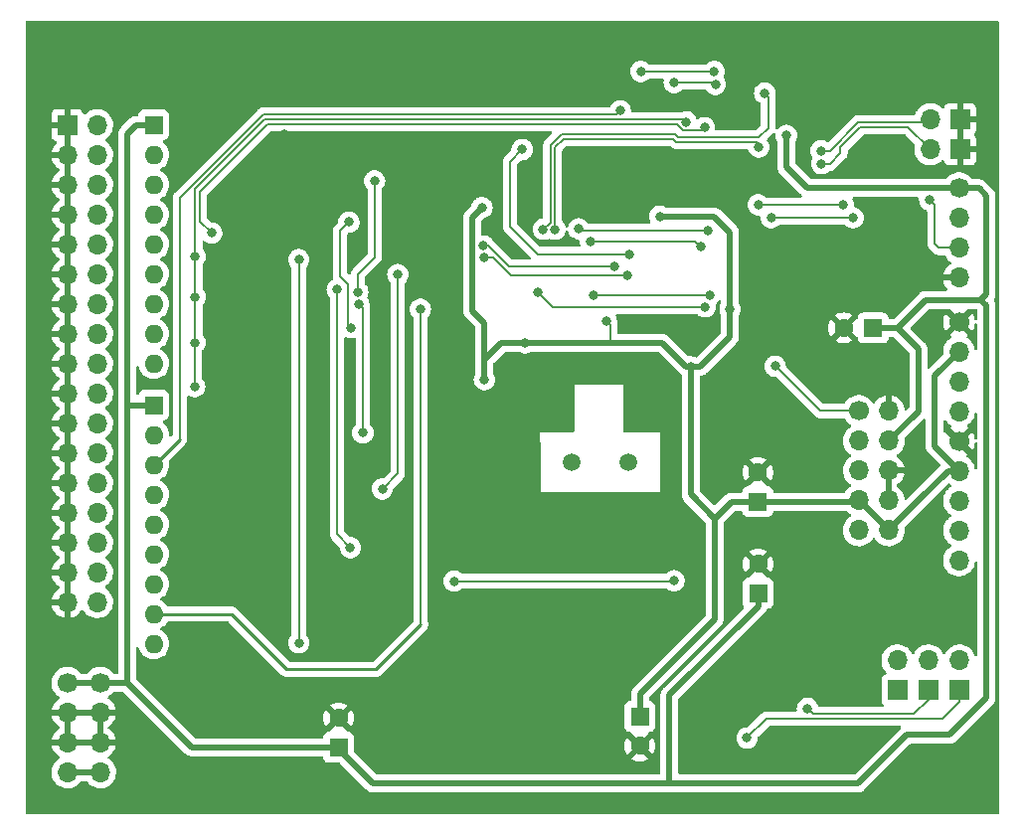
<source format=gbr>
%TF.GenerationSoftware,KiCad,Pcbnew,(5.99.0-11626-g43523df843)*%
%TF.CreationDate,2021-08-18T09:38:13+01:00*%
%TF.ProjectId,OpenFlopsXT_V0.1,4f70656e-466c-46f7-9073-58545f56302e,rev?*%
%TF.SameCoordinates,Original*%
%TF.FileFunction,Copper,L2,Bot*%
%TF.FilePolarity,Positive*%
%FSLAX46Y46*%
G04 Gerber Fmt 4.6, Leading zero omitted, Abs format (unit mm)*
G04 Created by KiCad (PCBNEW (5.99.0-11626-g43523df843)) date 2021-08-18 09:38:13*
%MOMM*%
%LPD*%
G01*
G04 APERTURE LIST*
%TA.AperFunction,ComponentPad*%
%ADD10R,1.700000X1.700000*%
%TD*%
%TA.AperFunction,ComponentPad*%
%ADD11O,1.700000X1.700000*%
%TD*%
%TA.AperFunction,ComponentPad*%
%ADD12C,1.500000*%
%TD*%
%TA.AperFunction,ComponentPad*%
%ADD13R,1.600000X1.600000*%
%TD*%
%TA.AperFunction,ComponentPad*%
%ADD14O,1.600000X1.600000*%
%TD*%
%TA.AperFunction,ComponentPad*%
%ADD15C,1.700000*%
%TD*%
%TA.AperFunction,ComponentPad*%
%ADD16C,5.000000*%
%TD*%
%TA.AperFunction,ComponentPad*%
%ADD17C,1.600000*%
%TD*%
%TA.AperFunction,ViaPad*%
%ADD18C,0.800000*%
%TD*%
%TA.AperFunction,Conductor*%
%ADD19C,0.500000*%
%TD*%
%TA.AperFunction,Conductor*%
%ADD20C,0.200000*%
%TD*%
%TA.AperFunction,Conductor*%
%ADD21C,0.250000*%
%TD*%
G04 APERTURE END LIST*
D10*
%TO.P,P1,1,Pin_1*%
%TO.N,GND*%
X80259000Y-85593000D03*
D11*
%TO.P,P1,2,Pin_2*%
%TO.N,/~{dskchg}*%
X82799000Y-85593000D03*
%TO.P,P1,3,Pin_3*%
%TO.N,GND*%
X80259000Y-88133000D03*
%TO.P,P1,4,Pin_4*%
%TO.N,/~{inuse}*%
X82799000Y-88133000D03*
%TO.P,P1,5,Pin_5*%
%TO.N,GND*%
X80259000Y-90673000D03*
%TO.P,P1,6,Pin_6*%
%TO.N,/~{sel3}*%
X82799000Y-90673000D03*
%TO.P,P1,7,Pin_7*%
%TO.N,GND*%
X80259000Y-93213000D03*
%TO.P,P1,8,Pin_8*%
%TO.N,/~{index}*%
X82799000Y-93213000D03*
%TO.P,P1,9,Pin_9*%
%TO.N,GND*%
X80259000Y-95753000D03*
%TO.P,P1,10,Pin_10*%
%TO.N,/~{sel0}*%
X82799000Y-95753000D03*
%TO.P,P1,11,Pin_11*%
%TO.N,GND*%
X80259000Y-98293000D03*
%TO.P,P1,12,Pin_12*%
%TO.N,/~{sel1}*%
X82799000Y-98293000D03*
%TO.P,P1,13,Pin_13*%
%TO.N,GND*%
X80259000Y-100833000D03*
%TO.P,P1,14,Pin_14*%
%TO.N,/~{sel2}*%
X82799000Y-100833000D03*
%TO.P,P1,15,Pin_15*%
%TO.N,GND*%
X80259000Y-103373000D03*
%TO.P,P1,16,Pin_16*%
%TO.N,/~{mtron}*%
X82799000Y-103373000D03*
%TO.P,P1,17,Pin_17*%
%TO.N,GND*%
X80259000Y-105913000D03*
%TO.P,P1,18,Pin_18*%
%TO.N,/dir*%
X82799000Y-105913000D03*
%TO.P,P1,19,Pin_19*%
%TO.N,GND*%
X80259000Y-108453000D03*
%TO.P,P1,20,Pin_20*%
%TO.N,/~{step}*%
X82799000Y-108453000D03*
%TO.P,P1,21,Pin_21*%
%TO.N,GND*%
X80259000Y-110993000D03*
%TO.P,P1,22,Pin_22*%
%TO.N,/~{wdata}*%
X82799000Y-110993000D03*
%TO.P,P1,23,Pin_23*%
%TO.N,GND*%
X80259000Y-113533000D03*
%TO.P,P1,24,Pin_24*%
%TO.N,/~{wgate}*%
X82799000Y-113533000D03*
%TO.P,P1,25,Pin_25*%
%TO.N,GND*%
X80259000Y-116073000D03*
%TO.P,P1,26,Pin_26*%
%TO.N,/~{trk0}*%
X82799000Y-116073000D03*
%TO.P,P1,27,Pin_27*%
%TO.N,GND*%
X80259000Y-118613000D03*
%TO.P,P1,28,Pin_28*%
%TO.N,/~{wprot}*%
X82799000Y-118613000D03*
%TO.P,P1,29,Pin_29*%
%TO.N,GND*%
X80259000Y-121153000D03*
%TO.P,P1,30,Pin_30*%
%TO.N,/~{rdata}*%
X82799000Y-121153000D03*
%TO.P,P1,31,Pin_31*%
%TO.N,GND*%
X80259000Y-123693000D03*
%TO.P,P1,32,Pin_32*%
%TO.N,/~{side}*%
X82799000Y-123693000D03*
%TO.P,P1,33,Pin_33*%
%TO.N,GND*%
X80259000Y-126233000D03*
%TO.P,P1,34,Pin_34*%
%TO.N,/~{rdy}*%
X82799000Y-126233000D03*
%TD*%
D12*
%TO.P,Y1,1,1*%
%TO.N,Net-(C3-Pad1)*%
X123190000Y-114300000D03*
%TO.P,Y1,2,2*%
%TO.N,Net-(C5-Pad1)*%
X128070000Y-114300000D03*
%TD*%
D13*
%TO.P,RN2,1,common*%
%TO.N,+5V*%
X87630000Y-109459000D03*
D14*
%TO.P,RN2,2,R1*%
%TO.N,/~{step}*%
X87630000Y-111999000D03*
%TO.P,RN2,3,R2*%
%TO.N,/~{wdata}*%
X87630000Y-114539000D03*
%TO.P,RN2,4,R3*%
%TO.N,/~{wgate}*%
X87630000Y-117079000D03*
%TO.P,RN2,5,R4*%
%TO.N,/~{trk0}*%
X87630000Y-119619000D03*
%TO.P,RN2,6,R5*%
%TO.N,/~{wprot}*%
X87630000Y-122159000D03*
%TO.P,RN2,7,R6*%
%TO.N,/~{rdata}*%
X87630000Y-124699000D03*
%TO.P,RN2,8,R7*%
%TO.N,/~{side}*%
X87630000Y-127239000D03*
%TO.P,RN2,9,R8*%
%TO.N,/~{rdy}*%
X87630000Y-129779000D03*
%TD*%
D10*
%TO.P,J4,1,Pin_1*%
%TO.N,/~{selx}*%
X156250000Y-133730000D03*
D11*
%TO.P,J4,2,Pin_2*%
%TO.N,Net-(J4-Pad2)*%
X156250000Y-131190000D03*
%TD*%
D15*
%TO.P,P2,1,Pin_1*%
%TO.N,+5V*%
X80264000Y-133096000D03*
D11*
%TO.P,P2,2,Pin_2*%
%TO.N,GND*%
X80264000Y-135636000D03*
%TO.P,P2,3,Pin_3*%
X80264000Y-138176000D03*
%TO.P,P2,4,Pin_4*%
%TO.N,unconnected-(P2-Pad4)*%
X80264000Y-140716000D03*
%TD*%
D15*
%TO.P,P7,1,Pin_1*%
%TO.N,GND*%
X156200000Y-102362000D03*
D11*
%TO.P,P7,2,Pin_2*%
%TO.N,+3V3*%
X156200000Y-104902000D03*
%TO.P,P7,3,Pin_3*%
%TO.N,/disp_clk*%
X156200000Y-107442000D03*
%TO.P,P7,4,Pin_4*%
%TO.N,/disp_dio*%
X156200000Y-109982000D03*
%TD*%
D16*
%TO.P,H2,1,1*%
%TO.N,GND*%
X153420000Y-140720000D03*
%TD*%
%TO.P,H1,1,1*%
%TO.N,GND*%
X153420000Y-80514000D03*
%TD*%
D15*
%TO.P,P8,1,Pin_1*%
%TO.N,+5V*%
X156200000Y-90980000D03*
D11*
%TO.P,P8,2,Pin_2*%
%TO.N,/usb-r*%
X156200000Y-93520000D03*
%TO.P,P8,3,Pin_3*%
%TO.N,/usb+r*%
X156200000Y-96060000D03*
%TO.P,P8,4,Pin_4*%
%TO.N,GND*%
X156200000Y-98600000D03*
%TD*%
D16*
%TO.P,H3,1,1*%
%TO.N,GND*%
X87376000Y-80264000D03*
%TD*%
D13*
%TO.P,RN1,1,common*%
%TO.N,+5V*%
X87630000Y-85583000D03*
D14*
%TO.P,RN1,2,R1*%
%TO.N,/~{dskchg}*%
X87630000Y-88123000D03*
%TO.P,RN1,3,R2*%
%TO.N,/~{inuse}*%
X87630000Y-90663000D03*
%TO.P,RN1,4,R3*%
%TO.N,/~{index}*%
X87630000Y-93203000D03*
%TO.P,RN1,5,R4*%
%TO.N,/~{sel0}*%
X87630000Y-95743000D03*
%TO.P,RN1,6,R5*%
%TO.N,/~{sel1}*%
X87630000Y-98283000D03*
%TO.P,RN1,7,R6*%
%TO.N,/~{sel2}*%
X87630000Y-100823000D03*
%TO.P,RN1,8,R7*%
%TO.N,/~{mtron}*%
X87630000Y-103363000D03*
%TO.P,RN1,9,R8*%
%TO.N,/dir*%
X87630000Y-105903000D03*
%TD*%
D10*
%TO.P,J3,1,Pin_1*%
%TO.N,/~{sely}*%
X153600000Y-133730000D03*
D11*
%TO.P,J3,2,Pin_2*%
%TO.N,Net-(J3-Pad2)*%
X153600000Y-131190000D03*
%TD*%
D10*
%TO.P,J1,1,Pin_1*%
%TO.N,GND*%
X156300000Y-87680000D03*
D11*
%TO.P,J1,2,Pin_2*%
%TO.N,/~{key_up}*%
X153760000Y-87680000D03*
%TD*%
D16*
%TO.P,H4,1,1*%
%TO.N,GND*%
X87370000Y-140720000D03*
%TD*%
D13*
%TO.P,C11,1*%
%TO.N,+5V*%
X148882380Y-102880000D03*
D17*
%TO.P,C11,2*%
%TO.N,GND*%
X146382380Y-102880000D03*
%TD*%
D10*
%TO.P,J2,1,Pin_1*%
%TO.N,GND*%
X156300000Y-85080000D03*
D11*
%TO.P,J2,2,Pin_2*%
%TO.N,/~{key_dn}*%
X153760000Y-85080000D03*
%TD*%
D13*
%TO.P,C1,1*%
%TO.N,+5V*%
X103378000Y-138596381D03*
D17*
%TO.P,C1,2*%
%TO.N,GND*%
X103378000Y-136096381D03*
%TD*%
D10*
%TO.P,P9,1,Pin_1*%
%TO.N,/spk-*%
X150950000Y-133730000D03*
D11*
%TO.P,P9,2,Pin_2*%
%TO.N,/spk+*%
X150950000Y-131190000D03*
%TD*%
D15*
%TO.P,P3,1,Pin_1*%
%TO.N,+5V*%
X83058000Y-133096000D03*
D11*
%TO.P,P3,2,Pin_2*%
%TO.N,GND*%
X83058000Y-135636000D03*
%TO.P,P3,3,Pin_3*%
X83058000Y-138176000D03*
%TO.P,P3,4,Pin_4*%
%TO.N,unconnected-(P2-Pad4)*%
X83058000Y-140716000D03*
%TD*%
D13*
%TO.P,C17,1*%
%TO.N,+3V3*%
X139065000Y-117678200D03*
D17*
%TO.P,C17,2*%
%TO.N,GND*%
X139065000Y-115178200D03*
%TD*%
D13*
%TO.P,C19,1*%
%TO.N,+5V*%
X139090400Y-125476000D03*
D17*
%TO.P,C19,2*%
%TO.N,GND*%
X139090400Y-122976000D03*
%TD*%
D13*
%TO.P,C2,1*%
%TO.N,+3V3*%
X129032000Y-135977621D03*
D17*
%TO.P,C2,2*%
%TO.N,GND*%
X129032000Y-138477621D03*
%TD*%
D15*
%TO.P,P4,1,Pin_1*%
%TO.N,/nrst*%
X147675000Y-109955000D03*
D11*
%TO.P,P4,2,Pin_2*%
%TO.N,GND*%
X150215000Y-109955000D03*
%TO.P,P4,3,Pin_3*%
%TO.N,/rx*%
X147675000Y-112495000D03*
%TO.P,P4,4,Pin_4*%
%TO.N,+5V*%
X150215000Y-112495000D03*
%TO.P,P4,5,Pin_5*%
%TO.N,/tx*%
X147675000Y-115035000D03*
%TO.P,P4,6,Pin_6*%
%TO.N,GND*%
X150215000Y-115035000D03*
%TO.P,P4,7,Pin_7*%
%TO.N,+3V3*%
X147675000Y-117575000D03*
%TO.P,P4,8,Pin_8*%
%TO.N,GND*%
X150215000Y-117575000D03*
%TO.P,P4,9,Pin_9*%
%TO.N,/boot0*%
X147675000Y-120115000D03*
%TO.P,P4,10,Pin_10*%
%TO.N,+3V3*%
X150215000Y-120115000D03*
%TD*%
D15*
%TO.P,P6,1,Pin_1*%
%TO.N,GND*%
X156200000Y-112500000D03*
D11*
%TO.P,P6,2,Pin_2*%
%TO.N,+3V3*%
X156200000Y-115040000D03*
%TO.P,P6,3,Pin_3*%
%TO.N,/~{enc_sel}*%
X156200000Y-117580000D03*
%TO.P,P6,4,Pin_4*%
%TO.N,/enc_dt*%
X156200000Y-120120000D03*
%TO.P,P6,5,Pin_5*%
%TO.N,/enc_clk*%
X156200000Y-122660000D03*
%TD*%
D18*
%TO.N,+5V*%
X141500000Y-86480000D03*
%TO.N,GND*%
X141300000Y-97780000D03*
X145475000Y-94805000D03*
X106934000Y-108788200D03*
X137725000Y-81030000D03*
X141900000Y-82930000D03*
X97586800Y-113868200D03*
X125956000Y-106525000D03*
X130250000Y-89280000D03*
X97434400Y-94259400D03*
X98755200Y-89865200D03*
X129794000Y-108966000D03*
X154050000Y-114530000D03*
X98780600Y-86385400D03*
X135400000Y-89380000D03*
X136600000Y-106130000D03*
X127300000Y-82605000D03*
X131953000Y-102997000D03*
X144500000Y-86480000D03*
X97586800Y-118770400D03*
X150150000Y-96005000D03*
X108331000Y-96342200D03*
X97409000Y-123748800D03*
X120980200Y-108940600D03*
%TO.N,+3V3*%
X133341000Y-106188400D03*
X115579000Y-92624800D03*
X119253000Y-104140000D03*
X126161800Y-102285800D03*
X115782200Y-107280600D03*
X130708400Y-93370400D03*
X136700000Y-101280000D03*
%TO.N,/nrst*%
X140550000Y-106130000D03*
X125050000Y-100080000D03*
X134950000Y-100080000D03*
%TO.N,Net-(D1-Pad1)*%
X103251000Y-99593400D03*
X104368600Y-121589800D03*
%TO.N,/~{key_up}*%
X144500000Y-88880000D03*
%TO.N,/~{key_dn}*%
X144450000Y-87780000D03*
%TO.N,/~{sely}*%
X92557600Y-94792800D03*
X134524606Y-85820394D03*
X143300000Y-135280000D03*
%TO.N,/~{selx}*%
X138150600Y-137795000D03*
X132981700Y-85331300D03*
X91160600Y-100228400D03*
X91160600Y-96774000D03*
X91135200Y-104114600D03*
X91109800Y-107873800D03*
%TO.N,/enc_dt*%
X139650000Y-82880000D03*
X120800000Y-94480000D03*
%TO.N,/enc_clk*%
X121800000Y-94480000D03*
X139150000Y-87480000D03*
%TO.N,/disp_dio*%
X146350000Y-92380000D03*
X139100000Y-92380000D03*
%TO.N,/disp_clk*%
X147175000Y-93480000D03*
X140200000Y-93480000D03*
%TO.N,/spi_di*%
X131950000Y-81980000D03*
X135450000Y-82130000D03*
%TO.N,/sd_dtd*%
X135350000Y-81030000D03*
X129100000Y-81030000D03*
%TO.N,/dir*%
X115700000Y-95880000D03*
X126847600Y-97663000D03*
%TO.N,/~{step}*%
X113207800Y-124434600D03*
X131927600Y-124409200D03*
%TO.N,/~{wdata}*%
X127350000Y-84380000D03*
%TO.N,/~{side}*%
X110337600Y-101269800D03*
%TO.N,/rx*%
X134800000Y-94630000D03*
X123800000Y-94430000D03*
%TO.N,/tx*%
X134250000Y-95980000D03*
X124800000Y-95480000D03*
%TO.N,/boot0*%
X134600000Y-101080000D03*
X120345200Y-99796600D03*
%TO.N,/jc*%
X128100000Y-96580000D03*
X119000000Y-87680000D03*
%TO.N,/usb+r*%
X153700000Y-91980000D03*
%TO.N,Net-(R1-Pad2)*%
X104444800Y-102844600D03*
X104241600Y-93853000D03*
%TO.N,Net-(R2-Pad2)*%
X105079800Y-100863400D03*
X105435400Y-111810800D03*
%TO.N,Net-(R3-Pad2)*%
X108407200Y-98323400D03*
X107086400Y-116586000D03*
%TO.N,Net-(R4-Pad2)*%
X99974400Y-129692400D03*
X99974400Y-97053400D03*
%TO.N,Net-(R6-Pad2)*%
X105003600Y-99822000D03*
X106426000Y-90347800D03*
%TO.N,/~{rdata_3v3}*%
X115747800Y-96901000D03*
X127939800Y-98374200D03*
%TD*%
D19*
%TO.N,+5V*%
X85359000Y-130795000D02*
X85344000Y-130810000D01*
X131548800Y-134131200D02*
X131548800Y-141681200D01*
X106299000Y-141681200D02*
X131548800Y-141681200D01*
X85344000Y-86360000D02*
X85344000Y-109728000D01*
X143300000Y-90980000D02*
X141500000Y-89180000D01*
X85359000Y-109743000D02*
X85359000Y-109459000D01*
X85344000Y-133096000D02*
X90844381Y-138596381D01*
X85359000Y-109459000D02*
X87630000Y-109459000D01*
X90844381Y-138596381D02*
X103378000Y-138596381D01*
X158550000Y-134380000D02*
X158550000Y-100980000D01*
X150215000Y-112495000D02*
X152750000Y-109960000D01*
X158550000Y-91630000D02*
X158550000Y-99980000D01*
X155400000Y-137530000D02*
X158550000Y-134380000D01*
X139090400Y-125476000D02*
X139090400Y-126589600D01*
X153350000Y-100480000D02*
X150950000Y-102880000D01*
X85344000Y-130810000D02*
X85344000Y-133096000D01*
X141500000Y-89180000D02*
X141500000Y-86480000D01*
X156200000Y-90980000D02*
X143300000Y-90980000D01*
X156200000Y-90980000D02*
X157900000Y-90980000D01*
X85359000Y-109743000D02*
X85359000Y-130795000D01*
X139090400Y-126589600D02*
X131548800Y-134131200D01*
X87630000Y-85583000D02*
X86121000Y-85583000D01*
X86121000Y-85583000D02*
X85344000Y-86360000D01*
X157900000Y-90980000D02*
X158550000Y-91630000D01*
X151750000Y-137530000D02*
X155400000Y-137530000D01*
X131548800Y-141681200D02*
X147598800Y-141681200D01*
X147598800Y-141681200D02*
X151750000Y-137530000D01*
X85344000Y-109728000D02*
X85359000Y-109743000D01*
X150950000Y-102880000D02*
X148882380Y-102880000D01*
X158550000Y-99980000D02*
X158050000Y-100480000D01*
X158550000Y-100980000D02*
X158050000Y-100480000D01*
X80264000Y-133096000D02*
X83058000Y-133096000D01*
X103378000Y-138596381D02*
X103378000Y-138760200D01*
X103378000Y-138760200D02*
X106299000Y-141681200D01*
X152750000Y-109960000D02*
X152750000Y-104680000D01*
X158050000Y-100480000D02*
X153350000Y-100480000D01*
X83058000Y-133096000D02*
X85344000Y-133096000D01*
X152750000Y-104680000D02*
X150950000Y-102880000D01*
%TO.N,+3V3*%
X133341000Y-106188400D02*
X134140209Y-106188400D01*
X117221000Y-104140000D02*
X119253000Y-104140000D01*
X147675000Y-117575000D02*
X150215000Y-120115000D01*
X129032000Y-135977621D02*
X129032000Y-134035800D01*
X152800000Y-117530000D02*
X150215000Y-120115000D01*
X129032000Y-134035800D02*
X135382000Y-127685800D01*
X136700000Y-103628609D02*
X136700000Y-99430000D01*
X155290000Y-115040000D02*
X156200000Y-115040000D01*
X126492000Y-104140000D02*
X130937000Y-104140000D01*
X152800000Y-117530000D02*
X155290000Y-115040000D01*
X135382000Y-119100600D02*
X136804400Y-117678200D01*
X147571800Y-117678200D02*
X147675000Y-117575000D01*
X154100000Y-106980000D02*
X154122000Y-106980000D01*
X115782200Y-105578800D02*
X117221000Y-104140000D01*
X135340400Y-93370400D02*
X130708400Y-93370400D01*
D20*
X126492000Y-102616000D02*
X126492000Y-104140000D01*
D19*
X119253000Y-104140000D02*
X126492000Y-104140000D01*
X154100000Y-106980000D02*
X154100000Y-112940000D01*
X115782200Y-107280600D02*
X115782200Y-102472600D01*
X114731800Y-101422200D02*
X114731800Y-93472000D01*
X135382000Y-127685800D02*
X135382000Y-119100600D01*
D20*
X126161800Y-102285800D02*
X126492000Y-102616000D01*
D19*
X134140209Y-106188400D02*
X136700000Y-103628609D01*
X133341000Y-106188400D02*
X133341000Y-117059600D01*
X133341000Y-117059600D02*
X135382000Y-119100600D01*
X154122000Y-106980000D02*
X156200000Y-104902000D01*
X136700000Y-99430000D02*
X136700000Y-94730000D01*
X154100000Y-112940000D02*
X156200000Y-115040000D01*
X136700000Y-94730000D02*
X135340400Y-93370400D01*
X133341000Y-106188400D02*
X132985400Y-106188400D01*
X139065000Y-117678200D02*
X147571800Y-117678200D01*
X115782200Y-107280600D02*
X115782200Y-105578800D01*
X132985400Y-106188400D02*
X130937000Y-104140000D01*
X114731800Y-93472000D02*
X115579000Y-92624800D01*
X115782200Y-102472600D02*
X114731800Y-101422200D01*
X136804400Y-117678200D02*
X139065000Y-117678200D01*
D20*
%TO.N,/nrst*%
X144375000Y-109955000D02*
X147675000Y-109955000D01*
X140550000Y-106130000D02*
X144375000Y-109955000D01*
X125050000Y-100080000D02*
X134950000Y-100080000D01*
%TO.N,Net-(D1-Pad1)*%
X103251000Y-99593400D02*
X103226864Y-120422664D01*
X104368600Y-121589800D02*
X103226864Y-120448064D01*
X103226864Y-120448064D02*
X103226864Y-120422664D01*
%TO.N,/~{key_up}*%
X147800000Y-85780000D02*
X151860000Y-85780000D01*
X146100000Y-87480000D02*
X146100000Y-87980000D01*
X151860000Y-85780000D02*
X153760000Y-87680000D01*
X144500000Y-88880000D02*
X145200000Y-88880000D01*
X147800000Y-85780000D02*
X146100000Y-87480000D01*
X146100000Y-87980000D02*
X145200000Y-88880000D01*
%TO.N,/~{key_dn}*%
X153459520Y-85380480D02*
X153760000Y-85080000D01*
X144450000Y-87780000D02*
X145200000Y-87780000D01*
X145200000Y-87780000D02*
X147599520Y-85380480D01*
X147599520Y-85380480D02*
X153459520Y-85380480D01*
%TO.N,/~{sely}*%
X91560120Y-91269080D02*
X97321160Y-85508040D01*
X152367000Y-135763000D02*
X153600000Y-134530000D01*
X132691952Y-86030811D02*
X134314189Y-86030811D01*
X134314189Y-86030811D02*
X134524606Y-85820394D01*
X91560120Y-93795320D02*
X91560120Y-91269080D01*
X143783000Y-135763000D02*
X152367000Y-135763000D01*
X132169181Y-85508040D02*
X132691952Y-86030811D01*
X143300000Y-135280000D02*
X143783000Y-135763000D01*
X153600000Y-134530000D02*
X153600000Y-133730000D01*
X92557600Y-94792800D02*
X91560120Y-93795320D01*
X97321160Y-85508040D02*
X132169181Y-85508040D01*
%TO.N,/~{selx}*%
X91160600Y-96774000D02*
X91160600Y-100228400D01*
X91135200Y-104114600D02*
X91109800Y-104140000D01*
X138150600Y-137795000D02*
X139783080Y-136162520D01*
X91160600Y-104089200D02*
X91135200Y-104114600D01*
X156250000Y-134680000D02*
X156250000Y-133730000D01*
X91160600Y-96774000D02*
X91160600Y-91039806D01*
X91160600Y-91039806D02*
X97091886Y-85108520D01*
X91109800Y-104140000D02*
X91109800Y-107873800D01*
X139783080Y-136162520D02*
X154767480Y-136162520D01*
X132758920Y-85108520D02*
X132981700Y-85331300D01*
X91160600Y-100228400D02*
X91160600Y-104089200D01*
X154767480Y-136162520D02*
X156250000Y-134680000D01*
X97091886Y-85108520D02*
X132758920Y-85108520D01*
%TO.N,/enc_dt*%
X121400481Y-87314513D02*
X122334994Y-86380000D01*
X132050000Y-86380000D02*
X132300000Y-86630000D01*
X139950000Y-85830000D02*
X139950000Y-83180000D01*
X120800000Y-94480000D02*
X121400480Y-93879520D01*
X122334994Y-86380000D02*
X132050000Y-86380000D01*
X121400480Y-93879520D02*
X121400481Y-87314513D01*
X139150000Y-86630000D02*
X139950000Y-85830000D01*
X132300000Y-86630000D02*
X139150000Y-86630000D01*
X139950000Y-83180000D02*
X139650000Y-82880000D01*
%TO.N,/enc_clk*%
X138950000Y-87030000D02*
X139150000Y-87230000D01*
X121800000Y-94480000D02*
X121800000Y-87480000D01*
X132134514Y-87029520D02*
X138950000Y-87030000D01*
X122500000Y-86780000D02*
X131884994Y-86780000D01*
X131884994Y-86780000D02*
X132134514Y-87029520D01*
X121800000Y-87480000D02*
X122500000Y-86780000D01*
X139150000Y-87230000D02*
X139150000Y-87480000D01*
%TO.N,/disp_dio*%
X139100000Y-92380000D02*
X146350000Y-92380000D01*
%TO.N,/disp_clk*%
X140200000Y-93480000D02*
X147175000Y-93480000D01*
%TO.N,/spi_di*%
X135300000Y-81980000D02*
X135450000Y-82130000D01*
X131950000Y-81980000D02*
X135300000Y-81980000D01*
%TO.N,/sd_dtd*%
X129100000Y-81030000D02*
X135350000Y-81030000D01*
%TO.N,/dir*%
X117883000Y-97663000D02*
X116100000Y-95880000D01*
X116100000Y-95880000D02*
X115700000Y-95880000D01*
X126847600Y-97663000D02*
X117883000Y-97663000D01*
%TO.N,/~{step}*%
X131902200Y-124434600D02*
X131927600Y-124409200D01*
X113207800Y-124434600D02*
X131902200Y-124434600D01*
D21*
%TO.N,/~{wdata}*%
X87630000Y-114539000D02*
X89839800Y-112329200D01*
D20*
X96926400Y-84709000D02*
X127021000Y-84709000D01*
X89839800Y-91795600D02*
X96926400Y-84709000D01*
X127021000Y-84709000D02*
X127350000Y-84380000D01*
X89839800Y-112329200D02*
X89839800Y-91795600D01*
D21*
%TO.N,/~{side}*%
X87630000Y-127239000D02*
X94219000Y-127239000D01*
X94219000Y-127239000D02*
X98933000Y-131953000D01*
X106553000Y-131953000D02*
X110363000Y-128143000D01*
D20*
X110363000Y-128143000D02*
X110363000Y-101295200D01*
D21*
X98933000Y-131953000D02*
X106553000Y-131953000D01*
D20*
X110363000Y-101295200D02*
X110337600Y-101269800D01*
D19*
%TO.N,unconnected-(P2-Pad4)*%
X83058000Y-140716000D02*
X80264000Y-140716000D01*
D20*
%TO.N,/rx*%
X134800000Y-94630000D02*
X124000000Y-94630000D01*
X124000000Y-94630000D02*
X123800000Y-94430000D01*
%TO.N,/tx*%
X133750000Y-95480000D02*
X134250000Y-95980000D01*
X124800000Y-95480000D02*
X133750000Y-95480000D01*
%TO.N,/boot0*%
X121628600Y-101080000D02*
X134600000Y-101080000D01*
X120345200Y-99796600D02*
X121628600Y-101080000D01*
%TO.N,/jc*%
X120300000Y-96580000D02*
X117950000Y-94230000D01*
X128100000Y-96580000D02*
X120300000Y-96580000D01*
X117950000Y-94230000D02*
X117950000Y-88730000D01*
X117950000Y-88730000D02*
X119000000Y-87680000D01*
%TO.N,/usb+r*%
X154100000Y-92380000D02*
X153700000Y-91980000D01*
X154480000Y-96060000D02*
X154100000Y-95680000D01*
X154100000Y-95680000D02*
X154100000Y-92380000D01*
X156200000Y-96060000D02*
X154480000Y-96060000D01*
%TO.N,Net-(R1-Pad2)*%
X104190800Y-99160259D02*
X103505000Y-98474459D01*
X103505000Y-94589600D02*
X104241600Y-93853000D01*
X104190800Y-102590600D02*
X104190800Y-99160259D01*
X103505000Y-98474459D02*
X103505000Y-94589600D01*
X104444800Y-102844600D02*
X104190800Y-102590600D01*
%TO.N,Net-(R2-Pad2)*%
X105079800Y-100863400D02*
X105435400Y-101219000D01*
X105435400Y-101219000D02*
X105435400Y-111810800D01*
%TO.N,Net-(R3-Pad2)*%
X108407200Y-115265200D02*
X107086400Y-116586000D01*
X108407200Y-98323400D02*
X108407200Y-115265200D01*
%TO.N,Net-(R4-Pad2)*%
X99974400Y-129692400D02*
X99974400Y-97053400D01*
%TO.N,Net-(R6-Pad2)*%
X105003600Y-99822000D02*
X105003600Y-98272600D01*
X105003600Y-98272600D02*
X106426000Y-96850200D01*
X106426000Y-96850200D02*
X106426000Y-90347800D01*
%TO.N,/~{rdata_3v3}*%
X118029194Y-98374200D02*
X116555994Y-96901000D01*
X116555994Y-96901000D02*
X115747800Y-96901000D01*
X127939800Y-98374200D02*
X118029194Y-98374200D01*
%TD*%
%TA.AperFunction,Conductor*%
%TO.N,GND*%
G36*
X159555721Y-76728002D02*
G01*
X159602214Y-76781658D01*
X159613600Y-76834000D01*
X159613600Y-144146000D01*
X159593598Y-144214121D01*
X159539942Y-144260614D01*
X159487600Y-144272000D01*
X76834000Y-144272000D01*
X76765879Y-144251998D01*
X76719386Y-144198342D01*
X76708000Y-144146000D01*
X76708000Y-140682695D01*
X78901251Y-140682695D01*
X78901548Y-140687848D01*
X78901548Y-140687851D01*
X78907011Y-140782590D01*
X78914110Y-140905715D01*
X78915247Y-140910761D01*
X78915248Y-140910767D01*
X78935119Y-140998939D01*
X78963222Y-141123639D01*
X79047266Y-141330616D01*
X79163987Y-141521088D01*
X79310250Y-141689938D01*
X79482126Y-141832632D01*
X79675000Y-141945338D01*
X79883692Y-142025030D01*
X79888760Y-142026061D01*
X79888763Y-142026062D01*
X79996017Y-142047883D01*
X80102597Y-142069567D01*
X80107772Y-142069757D01*
X80107774Y-142069757D01*
X80320673Y-142077564D01*
X80320677Y-142077564D01*
X80325837Y-142077753D01*
X80330957Y-142077097D01*
X80330959Y-142077097D01*
X80542288Y-142050025D01*
X80542289Y-142050025D01*
X80547416Y-142049368D01*
X80552366Y-142047883D01*
X80756429Y-141986661D01*
X80756434Y-141986659D01*
X80761384Y-141985174D01*
X80961994Y-141886896D01*
X81143860Y-141757173D01*
X81302096Y-141599489D01*
X81354203Y-141526974D01*
X81410198Y-141483326D01*
X81456526Y-141474500D01*
X81860491Y-141474500D01*
X81928612Y-141494502D01*
X81957402Y-141521595D01*
X81957987Y-141521088D01*
X82104250Y-141689938D01*
X82276126Y-141832632D01*
X82469000Y-141945338D01*
X82677692Y-142025030D01*
X82682760Y-142026061D01*
X82682763Y-142026062D01*
X82790017Y-142047883D01*
X82896597Y-142069567D01*
X82901772Y-142069757D01*
X82901774Y-142069757D01*
X83114673Y-142077564D01*
X83114677Y-142077564D01*
X83119837Y-142077753D01*
X83124957Y-142077097D01*
X83124959Y-142077097D01*
X83336288Y-142050025D01*
X83336289Y-142050025D01*
X83341416Y-142049368D01*
X83346366Y-142047883D01*
X83550429Y-141986661D01*
X83550434Y-141986659D01*
X83555384Y-141985174D01*
X83755994Y-141886896D01*
X83937860Y-141757173D01*
X84096096Y-141599489D01*
X84155594Y-141516689D01*
X84223435Y-141422277D01*
X84226453Y-141418077D01*
X84325430Y-141217811D01*
X84390370Y-141004069D01*
X84419529Y-140782590D01*
X84421156Y-140716000D01*
X84402852Y-140493361D01*
X84348431Y-140276702D01*
X84259354Y-140071840D01*
X84185384Y-139957500D01*
X84140822Y-139888617D01*
X84140818Y-139888612D01*
X84138014Y-139884277D01*
X83987670Y-139719051D01*
X83983619Y-139715852D01*
X83983615Y-139715848D01*
X83816414Y-139583800D01*
X83816410Y-139583798D01*
X83812359Y-139580598D01*
X83770569Y-139557529D01*
X83720598Y-139507097D01*
X83705826Y-139437654D01*
X83730942Y-139371248D01*
X83758294Y-139344641D01*
X83933328Y-139219792D01*
X83941200Y-139213139D01*
X84092052Y-139062812D01*
X84098730Y-139054965D01*
X84223003Y-138882020D01*
X84228313Y-138873183D01*
X84322670Y-138682267D01*
X84326469Y-138672672D01*
X84388377Y-138468910D01*
X84390555Y-138458837D01*
X84391986Y-138447962D01*
X84389775Y-138433778D01*
X84376617Y-138430000D01*
X81741225Y-138430000D01*
X81697911Y-138442718D01*
X81627636Y-138442928D01*
X81582616Y-138430000D01*
X78947225Y-138430000D01*
X78933694Y-138433973D01*
X78932257Y-138443966D01*
X78962565Y-138578446D01*
X78965645Y-138588275D01*
X79045770Y-138785603D01*
X79050413Y-138794794D01*
X79161694Y-138976388D01*
X79167777Y-138984699D01*
X79307213Y-139145667D01*
X79314580Y-139152883D01*
X79478434Y-139288916D01*
X79486881Y-139294831D01*
X79555969Y-139335203D01*
X79604693Y-139386842D01*
X79617764Y-139456625D01*
X79591033Y-139522396D01*
X79550584Y-139555752D01*
X79537607Y-139562507D01*
X79533474Y-139565610D01*
X79533471Y-139565612D01*
X79363100Y-139693530D01*
X79358965Y-139696635D01*
X79355393Y-139700373D01*
X79215277Y-139846996D01*
X79204629Y-139858138D01*
X79201720Y-139862403D01*
X79201714Y-139862411D01*
X79172995Y-139904512D01*
X79078743Y-140042680D01*
X78984688Y-140245305D01*
X78924989Y-140460570D01*
X78901251Y-140682695D01*
X76708000Y-140682695D01*
X76708000Y-137910183D01*
X78928389Y-137910183D01*
X78929912Y-137918607D01*
X78942292Y-137922000D01*
X79991885Y-137922000D01*
X80007124Y-137917525D01*
X80008329Y-137916135D01*
X80010000Y-137908452D01*
X80010000Y-135908115D01*
X80008659Y-135903548D01*
X80518000Y-135903548D01*
X80518000Y-137903885D01*
X80522475Y-137919124D01*
X80523865Y-137920329D01*
X80531548Y-137922000D01*
X81582344Y-137922000D01*
X81622355Y-137910252D01*
X81691159Y-137909630D01*
X81736292Y-137922000D01*
X82785885Y-137922000D01*
X82801124Y-137917525D01*
X82802329Y-137916135D01*
X82804000Y-137908452D01*
X82804000Y-135908115D01*
X82802659Y-135903548D01*
X83312000Y-135903548D01*
X83312000Y-137903885D01*
X83316475Y-137919124D01*
X83317865Y-137920329D01*
X83325548Y-137922000D01*
X84376344Y-137922000D01*
X84389875Y-137918027D01*
X84391180Y-137908947D01*
X84349214Y-137741875D01*
X84345894Y-137732124D01*
X84260972Y-137536814D01*
X84256105Y-137527739D01*
X84140426Y-137348926D01*
X84134136Y-137340757D01*
X83990806Y-137183240D01*
X83983273Y-137176215D01*
X83816139Y-137044222D01*
X83807552Y-137038517D01*
X83770116Y-137017851D01*
X83720146Y-136967419D01*
X83705374Y-136897976D01*
X83730490Y-136831571D01*
X83757842Y-136804964D01*
X83933327Y-136679792D01*
X83941200Y-136673139D01*
X84092052Y-136522812D01*
X84098730Y-136514965D01*
X84223003Y-136342020D01*
X84228313Y-136333183D01*
X84322670Y-136142267D01*
X84326469Y-136132672D01*
X84388377Y-135928910D01*
X84390555Y-135918837D01*
X84391986Y-135907962D01*
X84389775Y-135893778D01*
X84376617Y-135890000D01*
X83330115Y-135890000D01*
X83314876Y-135894475D01*
X83313671Y-135895865D01*
X83312000Y-135903548D01*
X82802659Y-135903548D01*
X82799525Y-135892876D01*
X82798135Y-135891671D01*
X82790452Y-135890000D01*
X81741225Y-135890000D01*
X81697911Y-135902718D01*
X81627636Y-135902928D01*
X81582616Y-135890000D01*
X80536115Y-135890000D01*
X80520876Y-135894475D01*
X80519671Y-135895865D01*
X80518000Y-135903548D01*
X80008659Y-135903548D01*
X80005525Y-135892876D01*
X80004135Y-135891671D01*
X79996452Y-135890000D01*
X78947225Y-135890000D01*
X78933694Y-135893973D01*
X78932257Y-135903966D01*
X78962565Y-136038446D01*
X78965645Y-136048275D01*
X79045770Y-136245603D01*
X79050413Y-136254794D01*
X79161694Y-136436388D01*
X79167777Y-136444699D01*
X79307213Y-136605667D01*
X79314580Y-136612883D01*
X79478434Y-136748916D01*
X79486881Y-136754831D01*
X79556479Y-136795501D01*
X79605203Y-136847140D01*
X79618274Y-136916923D01*
X79591543Y-136982694D01*
X79551087Y-137016053D01*
X79542462Y-137020542D01*
X79533738Y-137026036D01*
X79363433Y-137153905D01*
X79355726Y-137160748D01*
X79208590Y-137314717D01*
X79202104Y-137322727D01*
X79082098Y-137498649D01*
X79077000Y-137507623D01*
X78987338Y-137700783D01*
X78983775Y-137710470D01*
X78928389Y-137910183D01*
X76708000Y-137910183D01*
X76708000Y-133062695D01*
X78901251Y-133062695D01*
X78914110Y-133285715D01*
X78915247Y-133290761D01*
X78915248Y-133290767D01*
X78939304Y-133397508D01*
X78963222Y-133503639D01*
X79047266Y-133710616D01*
X79052656Y-133719411D01*
X79149852Y-133878021D01*
X79163987Y-133901088D01*
X79310250Y-134069938D01*
X79482126Y-134212632D01*
X79544053Y-134248819D01*
X79555955Y-134255774D01*
X79604679Y-134307412D01*
X79617750Y-134377195D01*
X79591019Y-134442967D01*
X79550562Y-134476327D01*
X79542457Y-134480546D01*
X79533738Y-134486036D01*
X79363433Y-134613905D01*
X79355726Y-134620748D01*
X79208590Y-134774717D01*
X79202104Y-134782727D01*
X79082098Y-134958649D01*
X79077000Y-134967623D01*
X78987338Y-135160783D01*
X78983775Y-135170470D01*
X78928389Y-135370183D01*
X78929912Y-135378607D01*
X78942292Y-135382000D01*
X81582344Y-135382000D01*
X81622355Y-135370252D01*
X81691159Y-135369630D01*
X81736292Y-135382000D01*
X84376344Y-135382000D01*
X84389875Y-135378027D01*
X84391180Y-135368947D01*
X84349214Y-135201875D01*
X84345894Y-135192124D01*
X84260972Y-134996814D01*
X84256105Y-134987739D01*
X84140426Y-134808926D01*
X84134136Y-134800757D01*
X83990806Y-134643240D01*
X83983273Y-134636215D01*
X83816139Y-134504222D01*
X83807556Y-134498520D01*
X83770602Y-134478120D01*
X83720631Y-134427687D01*
X83705859Y-134358245D01*
X83730975Y-134291839D01*
X83758327Y-134265232D01*
X83781797Y-134248491D01*
X83937860Y-134137173D01*
X84096096Y-133979489D01*
X84115444Y-133952564D01*
X84148203Y-133906974D01*
X84204198Y-133863326D01*
X84250526Y-133854500D01*
X84977629Y-133854500D01*
X85045750Y-133874502D01*
X85066724Y-133891405D01*
X90260611Y-139085292D01*
X90272997Y-139099704D01*
X90281530Y-139111299D01*
X90281535Y-139111304D01*
X90285873Y-139117199D01*
X90291451Y-139121938D01*
X90291454Y-139121941D01*
X90326149Y-139151416D01*
X90333665Y-139158346D01*
X90339360Y-139164041D01*
X90342242Y-139166321D01*
X90361632Y-139181662D01*
X90365036Y-139184453D01*
X90382310Y-139199128D01*
X90420666Y-139231714D01*
X90427182Y-139235042D01*
X90432231Y-139238409D01*
X90437360Y-139241576D01*
X90443097Y-139246115D01*
X90509256Y-139277036D01*
X90513150Y-139278939D01*
X90578189Y-139312150D01*
X90585297Y-139313889D01*
X90590940Y-139315988D01*
X90596703Y-139317905D01*
X90603331Y-139321003D01*
X90671601Y-139335203D01*
X90674793Y-139335867D01*
X90679077Y-139336837D01*
X90749991Y-139354189D01*
X90755593Y-139354537D01*
X90755596Y-139354537D01*
X90761145Y-139354881D01*
X90761143Y-139354917D01*
X90765136Y-139355156D01*
X90769328Y-139355530D01*
X90776496Y-139357021D01*
X90853901Y-139354927D01*
X90857309Y-139354881D01*
X101946709Y-139354881D01*
X102014830Y-139374883D01*
X102061323Y-139428539D01*
X102071972Y-139467273D01*
X102076255Y-139506697D01*
X102127385Y-139643086D01*
X102214739Y-139759642D01*
X102331295Y-139846996D01*
X102467684Y-139898126D01*
X102529866Y-139904881D01*
X103397810Y-139904881D01*
X103465931Y-139924883D01*
X103486905Y-139941786D01*
X105715230Y-142170111D01*
X105727616Y-142184523D01*
X105736149Y-142196118D01*
X105736154Y-142196123D01*
X105740492Y-142202018D01*
X105746070Y-142206757D01*
X105746073Y-142206760D01*
X105780768Y-142236235D01*
X105788284Y-142243165D01*
X105793980Y-142248861D01*
X105796841Y-142251124D01*
X105796846Y-142251129D01*
X105816266Y-142266493D01*
X105819667Y-142269282D01*
X105875285Y-142316533D01*
X105881798Y-142319859D01*
X105886837Y-142323220D01*
X105891979Y-142326396D01*
X105897716Y-142330934D01*
X105963875Y-142361855D01*
X105967769Y-142363758D01*
X106032808Y-142396969D01*
X106039917Y-142398708D01*
X106045551Y-142400804D01*
X106051321Y-142402723D01*
X106057950Y-142405822D01*
X106065113Y-142407312D01*
X106065116Y-142407313D01*
X106115830Y-142417861D01*
X106129435Y-142420691D01*
X106133701Y-142421657D01*
X106204610Y-142439008D01*
X106210212Y-142439356D01*
X106210215Y-142439356D01*
X106215764Y-142439700D01*
X106215762Y-142439735D01*
X106219734Y-142439975D01*
X106223955Y-142440352D01*
X106231115Y-142441841D01*
X106308542Y-142439746D01*
X106311950Y-142439700D01*
X131520965Y-142439700D01*
X131528766Y-142439942D01*
X131590098Y-142443747D01*
X131603060Y-142441520D01*
X131624396Y-142439700D01*
X147531730Y-142439700D01*
X147550680Y-142441133D01*
X147564915Y-142443299D01*
X147564919Y-142443299D01*
X147572149Y-142444399D01*
X147579441Y-142443806D01*
X147579444Y-142443806D01*
X147624818Y-142440115D01*
X147635033Y-142439700D01*
X147643093Y-142439700D01*
X147660480Y-142437673D01*
X147671307Y-142436411D01*
X147675682Y-142435978D01*
X147741139Y-142430654D01*
X147741142Y-142430653D01*
X147748437Y-142430060D01*
X147755401Y-142427804D01*
X147761360Y-142426613D01*
X147767215Y-142425229D01*
X147774481Y-142424382D01*
X147843127Y-142399465D01*
X147847255Y-142398048D01*
X147909736Y-142377807D01*
X147909738Y-142377806D01*
X147916699Y-142375551D01*
X147922954Y-142371755D01*
X147928428Y-142369249D01*
X147933858Y-142366530D01*
X147940737Y-142364033D01*
X147946858Y-142360020D01*
X148001776Y-142324014D01*
X148005480Y-142321677D01*
X148067907Y-142283795D01*
X148076284Y-142276397D01*
X148076308Y-142276424D01*
X148079300Y-142273771D01*
X148082533Y-142271068D01*
X148088652Y-142267056D01*
X148141928Y-142210817D01*
X148144306Y-142208375D01*
X152027276Y-138325405D01*
X152089588Y-138291379D01*
X152116371Y-138288500D01*
X155332930Y-138288500D01*
X155351880Y-138289933D01*
X155366115Y-138292099D01*
X155366119Y-138292099D01*
X155373349Y-138293199D01*
X155380641Y-138292606D01*
X155380644Y-138292606D01*
X155426018Y-138288915D01*
X155436233Y-138288500D01*
X155444293Y-138288500D01*
X155457583Y-138286951D01*
X155472507Y-138285211D01*
X155476882Y-138284778D01*
X155542339Y-138279454D01*
X155542342Y-138279453D01*
X155549637Y-138278860D01*
X155556601Y-138276604D01*
X155562560Y-138275413D01*
X155568415Y-138274029D01*
X155575681Y-138273182D01*
X155644327Y-138248265D01*
X155648455Y-138246848D01*
X155710936Y-138226607D01*
X155710938Y-138226606D01*
X155717899Y-138224351D01*
X155724154Y-138220555D01*
X155729628Y-138218049D01*
X155735058Y-138215330D01*
X155741937Y-138212833D01*
X155802976Y-138172814D01*
X155806680Y-138170477D01*
X155869107Y-138132595D01*
X155877484Y-138125197D01*
X155877508Y-138125224D01*
X155880500Y-138122571D01*
X155883733Y-138119868D01*
X155889852Y-138115856D01*
X155943128Y-138059617D01*
X155945506Y-138057175D01*
X159038911Y-134963770D01*
X159053323Y-134951384D01*
X159064918Y-134942851D01*
X159064923Y-134942846D01*
X159070818Y-134938508D01*
X159075557Y-134932930D01*
X159075560Y-134932927D01*
X159105035Y-134898232D01*
X159111965Y-134890716D01*
X159117661Y-134885020D01*
X159119924Y-134882159D01*
X159119929Y-134882154D01*
X159135293Y-134862734D01*
X159138082Y-134859333D01*
X159139743Y-134857378D01*
X159185333Y-134803715D01*
X159188659Y-134797202D01*
X159192020Y-134792163D01*
X159195196Y-134787021D01*
X159199734Y-134781284D01*
X159230655Y-134715125D01*
X159232561Y-134711225D01*
X159265769Y-134646192D01*
X159267508Y-134639083D01*
X159269604Y-134633449D01*
X159271523Y-134627679D01*
X159274622Y-134621050D01*
X159279573Y-134597251D01*
X159289490Y-134549571D01*
X159290461Y-134545282D01*
X159300508Y-134504222D01*
X159307808Y-134474390D01*
X159308500Y-134463236D01*
X159308535Y-134463238D01*
X159308775Y-134459266D01*
X159309152Y-134455045D01*
X159310641Y-134447885D01*
X159308546Y-134370458D01*
X159308500Y-134367050D01*
X159308500Y-101047070D01*
X159309933Y-101028120D01*
X159312099Y-101013885D01*
X159312099Y-101013881D01*
X159313199Y-101006651D01*
X159308915Y-100953982D01*
X159308500Y-100943767D01*
X159308500Y-100935707D01*
X159305209Y-100907480D01*
X159304778Y-100903121D01*
X159304761Y-100902908D01*
X159298860Y-100830364D01*
X159296605Y-100823403D01*
X159295418Y-100817463D01*
X159294029Y-100811588D01*
X159293182Y-100804319D01*
X159268264Y-100735670D01*
X159266847Y-100731542D01*
X159246607Y-100669064D01*
X159246606Y-100669062D01*
X159244351Y-100662101D01*
X159240555Y-100655846D01*
X159238049Y-100650372D01*
X159235330Y-100644942D01*
X159232833Y-100638063D01*
X159218987Y-100616944D01*
X159192814Y-100577024D01*
X159190468Y-100573306D01*
X159185702Y-100565452D01*
X159175256Y-100548237D01*
X159157016Y-100479624D01*
X159178150Y-100412958D01*
X159180595Y-100409292D01*
X159185333Y-100403715D01*
X159188660Y-100397200D01*
X159192020Y-100392162D01*
X159195194Y-100387023D01*
X159199734Y-100381284D01*
X159230655Y-100315125D01*
X159232561Y-100311225D01*
X159244633Y-100287584D01*
X159265769Y-100246192D01*
X159267508Y-100239083D01*
X159269604Y-100233449D01*
X159271523Y-100227679D01*
X159274622Y-100221050D01*
X159289491Y-100149565D01*
X159290461Y-100145282D01*
X159307808Y-100074390D01*
X159308500Y-100063236D01*
X159308535Y-100063238D01*
X159308775Y-100059266D01*
X159309152Y-100055045D01*
X159310641Y-100047885D01*
X159308546Y-99970458D01*
X159308500Y-99967050D01*
X159308500Y-91697070D01*
X159309933Y-91678120D01*
X159312099Y-91663885D01*
X159312099Y-91663881D01*
X159313199Y-91656651D01*
X159311581Y-91636750D01*
X159308915Y-91603982D01*
X159308500Y-91593767D01*
X159308500Y-91585707D01*
X159305209Y-91557480D01*
X159304778Y-91553121D01*
X159304334Y-91547660D01*
X159298860Y-91480364D01*
X159296605Y-91473403D01*
X159295418Y-91467463D01*
X159294029Y-91461588D01*
X159293182Y-91454319D01*
X159268264Y-91385670D01*
X159266847Y-91381542D01*
X159246607Y-91319064D01*
X159246606Y-91319062D01*
X159244351Y-91312101D01*
X159240555Y-91305846D01*
X159238049Y-91300372D01*
X159235330Y-91294942D01*
X159232833Y-91288063D01*
X159192814Y-91227024D01*
X159190467Y-91223305D01*
X159163857Y-91179453D01*
X159152595Y-91160893D01*
X159145197Y-91152516D01*
X159145224Y-91152492D01*
X159142571Y-91149500D01*
X159139868Y-91146267D01*
X159135856Y-91140148D01*
X159079617Y-91086872D01*
X159077175Y-91084494D01*
X158483770Y-90491089D01*
X158471384Y-90476677D01*
X158462851Y-90465082D01*
X158462846Y-90465077D01*
X158458508Y-90459182D01*
X158452930Y-90454443D01*
X158452927Y-90454440D01*
X158418232Y-90424965D01*
X158410716Y-90418035D01*
X158405021Y-90412340D01*
X158396315Y-90405452D01*
X158382749Y-90394719D01*
X158379345Y-90391928D01*
X158329297Y-90349409D01*
X158329295Y-90349408D01*
X158323715Y-90344667D01*
X158317199Y-90341339D01*
X158312150Y-90337972D01*
X158307021Y-90334805D01*
X158301284Y-90330266D01*
X158235125Y-90299345D01*
X158231225Y-90297439D01*
X158166192Y-90264231D01*
X158159084Y-90262492D01*
X158153441Y-90260393D01*
X158147678Y-90258476D01*
X158141050Y-90255378D01*
X158069583Y-90240513D01*
X158065299Y-90239543D01*
X158061936Y-90238720D01*
X157994390Y-90222192D01*
X157988788Y-90221844D01*
X157988785Y-90221844D01*
X157983236Y-90221500D01*
X157983238Y-90221464D01*
X157979245Y-90221225D01*
X157975053Y-90220851D01*
X157967885Y-90219360D01*
X157901675Y-90221151D01*
X157890479Y-90221454D01*
X157887072Y-90221500D01*
X157395939Y-90221500D01*
X157327818Y-90201498D01*
X157290147Y-90163941D01*
X157282818Y-90152612D01*
X157280014Y-90148277D01*
X157129670Y-89983051D01*
X157125619Y-89979852D01*
X157125615Y-89979848D01*
X156958414Y-89847800D01*
X156958410Y-89847798D01*
X156954359Y-89844598D01*
X156941967Y-89837757D01*
X156852737Y-89788500D01*
X156758789Y-89736638D01*
X156753920Y-89734914D01*
X156753916Y-89734912D01*
X156553087Y-89663795D01*
X156553083Y-89663794D01*
X156548212Y-89662069D01*
X156543119Y-89661162D01*
X156543116Y-89661161D01*
X156333373Y-89623800D01*
X156333367Y-89623799D01*
X156328284Y-89622894D01*
X156254452Y-89621992D01*
X156110081Y-89620228D01*
X156110079Y-89620228D01*
X156104911Y-89620165D01*
X155884091Y-89653955D01*
X155671756Y-89723357D01*
X155593455Y-89764118D01*
X155479939Y-89823211D01*
X155473607Y-89826507D01*
X155469474Y-89829610D01*
X155469471Y-89829612D01*
X155447743Y-89845926D01*
X155294965Y-89960635D01*
X155140629Y-90122138D01*
X155110363Y-90166507D01*
X155055455Y-90211507D01*
X155006277Y-90221500D01*
X143666371Y-90221500D01*
X143598250Y-90201498D01*
X143577276Y-90184595D01*
X142295405Y-88902724D01*
X142261379Y-88840412D01*
X142258500Y-88813629D01*
X142258500Y-87780000D01*
X143536496Y-87780000D01*
X143537186Y-87786565D01*
X143551927Y-87926814D01*
X143556458Y-87969928D01*
X143615473Y-88151556D01*
X143707122Y-88310295D01*
X143707125Y-88310301D01*
X143723863Y-88379296D01*
X143707125Y-88436301D01*
X143665473Y-88508444D01*
X143606458Y-88690072D01*
X143605768Y-88696633D01*
X143605768Y-88696635D01*
X143590657Y-88840412D01*
X143586496Y-88880000D01*
X143587186Y-88886565D01*
X143602927Y-89036328D01*
X143606458Y-89069928D01*
X143665473Y-89251556D01*
X143668776Y-89257278D01*
X143668777Y-89257279D01*
X143689098Y-89292476D01*
X143760960Y-89416944D01*
X143765378Y-89421851D01*
X143765379Y-89421852D01*
X143867723Y-89535517D01*
X143888747Y-89558866D01*
X143973204Y-89620228D01*
X144034898Y-89665051D01*
X144043248Y-89671118D01*
X144049276Y-89673802D01*
X144049278Y-89673803D01*
X144160579Y-89723357D01*
X144217712Y-89748794D01*
X144311113Y-89768647D01*
X144398056Y-89787128D01*
X144398061Y-89787128D01*
X144404513Y-89788500D01*
X144595487Y-89788500D01*
X144601939Y-89787128D01*
X144601944Y-89787128D01*
X144688887Y-89768647D01*
X144782288Y-89748794D01*
X144839421Y-89723357D01*
X144950722Y-89673803D01*
X144950724Y-89673802D01*
X144956752Y-89671118D01*
X144962094Y-89667237D01*
X145105909Y-89562749D01*
X145105911Y-89562747D01*
X145111253Y-89558866D01*
X145134729Y-89532793D01*
X145195175Y-89495553D01*
X145211920Y-89492181D01*
X145239873Y-89488501D01*
X145239881Y-89488500D01*
X145239885Y-89488500D01*
X145339457Y-89475391D01*
X145350664Y-89473916D01*
X145350666Y-89473915D01*
X145358851Y-89472838D01*
X145506876Y-89411524D01*
X145519101Y-89402144D01*
X145602072Y-89338477D01*
X145602075Y-89338474D01*
X145633987Y-89313987D01*
X145643255Y-89301909D01*
X145653452Y-89288621D01*
X145664319Y-89276230D01*
X146496234Y-88444315D01*
X146508625Y-88433448D01*
X146527437Y-88419013D01*
X146533987Y-88413987D01*
X146558474Y-88382075D01*
X146558480Y-88382069D01*
X146626496Y-88293429D01*
X146626497Y-88293427D01*
X146631524Y-88286876D01*
X146667039Y-88201134D01*
X146692838Y-88138850D01*
X146695646Y-88117525D01*
X146708500Y-88019885D01*
X146708500Y-88019878D01*
X146712672Y-87988188D01*
X146713750Y-87980000D01*
X146709578Y-87948307D01*
X146708500Y-87931864D01*
X146708500Y-87784239D01*
X146728502Y-87716118D01*
X146745405Y-87695144D01*
X148015144Y-86425405D01*
X148077456Y-86391379D01*
X148104239Y-86388500D01*
X151555761Y-86388500D01*
X151623882Y-86408502D01*
X151644856Y-86425405D01*
X152417454Y-87198003D01*
X152451480Y-87260315D01*
X152449776Y-87320769D01*
X152420989Y-87424570D01*
X152420441Y-87429700D01*
X152420440Y-87429704D01*
X152410803Y-87519885D01*
X152397251Y-87646695D01*
X152397548Y-87651848D01*
X152397548Y-87651851D01*
X152405316Y-87786565D01*
X152410110Y-87869715D01*
X152411247Y-87874761D01*
X152411248Y-87874767D01*
X152427651Y-87947548D01*
X152459222Y-88087639D01*
X152485176Y-88151556D01*
X152533725Y-88271118D01*
X152543266Y-88294616D01*
X152570948Y-88339789D01*
X152653072Y-88473803D01*
X152659987Y-88485088D01*
X152806250Y-88653938D01*
X152978126Y-88796632D01*
X153171000Y-88909338D01*
X153175825Y-88911180D01*
X153175826Y-88911181D01*
X153234766Y-88933688D01*
X153379692Y-88989030D01*
X153384760Y-88990061D01*
X153384763Y-88990062D01*
X153492017Y-89011883D01*
X153598597Y-89033567D01*
X153603772Y-89033757D01*
X153603774Y-89033757D01*
X153816673Y-89041564D01*
X153816677Y-89041564D01*
X153821837Y-89041753D01*
X153826957Y-89041097D01*
X153826959Y-89041097D01*
X154038288Y-89014025D01*
X154038289Y-89014025D01*
X154043416Y-89013368D01*
X154048366Y-89011883D01*
X154252429Y-88950661D01*
X154252434Y-88950659D01*
X154257384Y-88949174D01*
X154457994Y-88850896D01*
X154639860Y-88721173D01*
X154707331Y-88653938D01*
X154748479Y-88612933D01*
X154810851Y-88579017D01*
X154881658Y-88584205D01*
X154938419Y-88626851D01*
X154955401Y-88657954D01*
X154996676Y-88768054D01*
X155005214Y-88783649D01*
X155081715Y-88885724D01*
X155094276Y-88898285D01*
X155196351Y-88974786D01*
X155211946Y-88983324D01*
X155332394Y-89028478D01*
X155347649Y-89032105D01*
X155398514Y-89037631D01*
X155405328Y-89038000D01*
X156027885Y-89038000D01*
X156043124Y-89033525D01*
X156044329Y-89032135D01*
X156046000Y-89024452D01*
X156046000Y-87947548D01*
X156554000Y-87947548D01*
X156554000Y-89019884D01*
X156558475Y-89035123D01*
X156559865Y-89036328D01*
X156567548Y-89037999D01*
X157194669Y-89037999D01*
X157201490Y-89037629D01*
X157252352Y-89032105D01*
X157267604Y-89028479D01*
X157388054Y-88983324D01*
X157403649Y-88974786D01*
X157505724Y-88898285D01*
X157518285Y-88885724D01*
X157594786Y-88783649D01*
X157603324Y-88768054D01*
X157648478Y-88647606D01*
X157652105Y-88632351D01*
X157657631Y-88581486D01*
X157658000Y-88574672D01*
X157658000Y-87952115D01*
X157653525Y-87936876D01*
X157652135Y-87935671D01*
X157644452Y-87934000D01*
X156572115Y-87934000D01*
X156556876Y-87938475D01*
X156555671Y-87939865D01*
X156554000Y-87947548D01*
X156046000Y-87947548D01*
X156046000Y-85347548D01*
X156554000Y-85347548D01*
X156554000Y-87407885D01*
X156558475Y-87423124D01*
X156559865Y-87424329D01*
X156567548Y-87426000D01*
X157639884Y-87426000D01*
X157655123Y-87421525D01*
X157656328Y-87420135D01*
X157657999Y-87412452D01*
X157657999Y-86785331D01*
X157657629Y-86778510D01*
X157652105Y-86727648D01*
X157648479Y-86712396D01*
X157603324Y-86591946D01*
X157594786Y-86576351D01*
X157518285Y-86474276D01*
X157513104Y-86469095D01*
X157479078Y-86406783D01*
X157484143Y-86335968D01*
X157513104Y-86290905D01*
X157518285Y-86285724D01*
X157594786Y-86183649D01*
X157603324Y-86168054D01*
X157648478Y-86047606D01*
X157652105Y-86032351D01*
X157657631Y-85981486D01*
X157658000Y-85974672D01*
X157658000Y-85352115D01*
X157653525Y-85336876D01*
X157652135Y-85335671D01*
X157644452Y-85334000D01*
X156572115Y-85334000D01*
X156556876Y-85338475D01*
X156555671Y-85339865D01*
X156554000Y-85347548D01*
X156046000Y-85347548D01*
X156046000Y-83740116D01*
X156044659Y-83735548D01*
X156554000Y-83735548D01*
X156554000Y-84807885D01*
X156558475Y-84823124D01*
X156559865Y-84824329D01*
X156567548Y-84826000D01*
X157639884Y-84826000D01*
X157655123Y-84821525D01*
X157656328Y-84820135D01*
X157657999Y-84812452D01*
X157657999Y-84185331D01*
X157657629Y-84178510D01*
X157652105Y-84127648D01*
X157648479Y-84112396D01*
X157603324Y-83991946D01*
X157594786Y-83976351D01*
X157518285Y-83874276D01*
X157505724Y-83861715D01*
X157403649Y-83785214D01*
X157388054Y-83776676D01*
X157267606Y-83731522D01*
X157252351Y-83727895D01*
X157201486Y-83722369D01*
X157194672Y-83722000D01*
X156572115Y-83722000D01*
X156556876Y-83726475D01*
X156555671Y-83727865D01*
X156554000Y-83735548D01*
X156044659Y-83735548D01*
X156041525Y-83724877D01*
X156040135Y-83723672D01*
X156032452Y-83722001D01*
X155405331Y-83722001D01*
X155398510Y-83722371D01*
X155347648Y-83727895D01*
X155332396Y-83731521D01*
X155211946Y-83776676D01*
X155196351Y-83785214D01*
X155094276Y-83861715D01*
X155081715Y-83874276D01*
X155005214Y-83976351D01*
X154996676Y-83991946D01*
X154955297Y-84102322D01*
X154912655Y-84159087D01*
X154846093Y-84183786D01*
X154776744Y-84168578D01*
X154744121Y-84142891D01*
X154693151Y-84086876D01*
X154693148Y-84086873D01*
X154689670Y-84083051D01*
X154685619Y-84079852D01*
X154685615Y-84079848D01*
X154518414Y-83947800D01*
X154518410Y-83947798D01*
X154514359Y-83944598D01*
X154318789Y-83836638D01*
X154313920Y-83834914D01*
X154313916Y-83834912D01*
X154113087Y-83763795D01*
X154113083Y-83763794D01*
X154108212Y-83762069D01*
X154103119Y-83761162D01*
X154103116Y-83761161D01*
X153893373Y-83723800D01*
X153893367Y-83723799D01*
X153888284Y-83722894D01*
X153814452Y-83721992D01*
X153670081Y-83720228D01*
X153670079Y-83720228D01*
X153664911Y-83720165D01*
X153444091Y-83753955D01*
X153231756Y-83823357D01*
X153033607Y-83926507D01*
X153029474Y-83929610D01*
X153029471Y-83929612D01*
X152859100Y-84057530D01*
X152854965Y-84060635D01*
X152700629Y-84222138D01*
X152697715Y-84226410D01*
X152697714Y-84226411D01*
X152638804Y-84312770D01*
X152574743Y-84406680D01*
X152548830Y-84462506D01*
X152485068Y-84599870D01*
X152480688Y-84609305D01*
X152465163Y-84665285D01*
X152461179Y-84679652D01*
X152423700Y-84739950D01*
X152359571Y-84770413D01*
X152339762Y-84771980D01*
X147647656Y-84771980D01*
X147631213Y-84770902D01*
X147599520Y-84766730D01*
X147591331Y-84767808D01*
X147559646Y-84771979D01*
X147559637Y-84771980D01*
X147559635Y-84771980D01*
X147559629Y-84771981D01*
X147559627Y-84771981D01*
X147460063Y-84785089D01*
X147448856Y-84786564D01*
X147448854Y-84786565D01*
X147440669Y-84787642D01*
X147292644Y-84848956D01*
X147270233Y-84866153D01*
X147197457Y-84921995D01*
X147197441Y-84922009D01*
X147172086Y-84941464D01*
X147172083Y-84941467D01*
X147165533Y-84946493D01*
X147160503Y-84953048D01*
X147146068Y-84971859D01*
X147135201Y-84984250D01*
X145112480Y-87006971D01*
X145050168Y-87040997D01*
X144979353Y-87035932D01*
X144949325Y-87019813D01*
X144923615Y-87001134D01*
X144906752Y-86988882D01*
X144900724Y-86986198D01*
X144900722Y-86986197D01*
X144738319Y-86913891D01*
X144738318Y-86913891D01*
X144732288Y-86911206D01*
X144630819Y-86889638D01*
X144551944Y-86872872D01*
X144551939Y-86872872D01*
X144545487Y-86871500D01*
X144354513Y-86871500D01*
X144348061Y-86872872D01*
X144348056Y-86872872D01*
X144269181Y-86889638D01*
X144167712Y-86911206D01*
X144161682Y-86913891D01*
X144161681Y-86913891D01*
X143999278Y-86986197D01*
X143999276Y-86986198D01*
X143993248Y-86988882D01*
X143987907Y-86992762D01*
X143987906Y-86992763D01*
X143971154Y-87004934D01*
X143838747Y-87101134D01*
X143834326Y-87106044D01*
X143834325Y-87106045D01*
X143801622Y-87142366D01*
X143710960Y-87243056D01*
X143666091Y-87320771D01*
X143625326Y-87391379D01*
X143615473Y-87408444D01*
X143556458Y-87590072D01*
X143555768Y-87596633D01*
X143555768Y-87596635D01*
X143550507Y-87646695D01*
X143536496Y-87780000D01*
X142258500Y-87780000D01*
X142258500Y-87016999D01*
X142275381Y-86953999D01*
X142331223Y-86857279D01*
X142331224Y-86857278D01*
X142334527Y-86851556D01*
X142393542Y-86669928D01*
X142394770Y-86658250D01*
X142412814Y-86486565D01*
X142413504Y-86480000D01*
X142402922Y-86379316D01*
X142394232Y-86296635D01*
X142394232Y-86296633D01*
X142393542Y-86290072D01*
X142334527Y-86108444D01*
X142239040Y-85943056D01*
X142232944Y-85936285D01*
X142115675Y-85806045D01*
X142115674Y-85806044D01*
X142111253Y-85801134D01*
X141956752Y-85688882D01*
X141950724Y-85686198D01*
X141950722Y-85686197D01*
X141788319Y-85613891D01*
X141788318Y-85613891D01*
X141782288Y-85611206D01*
X141680857Y-85589646D01*
X141601944Y-85572872D01*
X141601939Y-85572872D01*
X141595487Y-85571500D01*
X141404513Y-85571500D01*
X141398061Y-85572872D01*
X141398056Y-85572872D01*
X141319143Y-85589646D01*
X141217712Y-85611206D01*
X141211682Y-85613891D01*
X141211681Y-85613891D01*
X141049278Y-85686197D01*
X141049276Y-85686198D01*
X141043248Y-85688882D01*
X140888747Y-85801134D01*
X140884326Y-85806044D01*
X140884325Y-85806045D01*
X140877316Y-85813829D01*
X140818653Y-85878982D01*
X140782308Y-85919347D01*
X140721862Y-85956587D01*
X140650879Y-85955235D01*
X140591894Y-85915722D01*
X140563636Y-85850591D01*
X140562805Y-85837180D01*
X140563750Y-85830000D01*
X140559578Y-85798307D01*
X140558500Y-85781864D01*
X140558500Y-83228136D01*
X140559578Y-83211690D01*
X140562672Y-83188188D01*
X140563750Y-83180000D01*
X140558500Y-83140120D01*
X140558500Y-83140115D01*
X140550086Y-83076206D01*
X140548027Y-83060564D01*
X140547639Y-83030948D01*
X140562814Y-82886566D01*
X140562814Y-82886565D01*
X140563504Y-82880000D01*
X140556028Y-82808866D01*
X140544232Y-82696635D01*
X140544232Y-82696633D01*
X140543542Y-82690072D01*
X140484527Y-82508444D01*
X140389040Y-82343056D01*
X140368216Y-82319928D01*
X140265675Y-82206045D01*
X140265674Y-82206044D01*
X140261253Y-82201134D01*
X140106752Y-82088882D01*
X140100724Y-82086198D01*
X140100722Y-82086197D01*
X139938319Y-82013891D01*
X139938318Y-82013891D01*
X139932288Y-82011206D01*
X139816362Y-81986565D01*
X139751944Y-81972872D01*
X139751939Y-81972872D01*
X139745487Y-81971500D01*
X139554513Y-81971500D01*
X139548061Y-81972872D01*
X139548056Y-81972872D01*
X139483638Y-81986565D01*
X139367712Y-82011206D01*
X139361682Y-82013891D01*
X139361681Y-82013891D01*
X139199278Y-82086197D01*
X139199276Y-82086198D01*
X139193248Y-82088882D01*
X139038747Y-82201134D01*
X139034326Y-82206044D01*
X139034325Y-82206045D01*
X138931785Y-82319928D01*
X138910960Y-82343056D01*
X138815473Y-82508444D01*
X138756458Y-82690072D01*
X138755768Y-82696633D01*
X138755768Y-82696635D01*
X138743972Y-82808866D01*
X138736496Y-82880000D01*
X138737186Y-82886565D01*
X138753011Y-83037128D01*
X138756458Y-83069928D01*
X138815473Y-83251556D01*
X138910960Y-83416944D01*
X139038747Y-83558866D01*
X139193248Y-83671118D01*
X139199276Y-83673802D01*
X139199278Y-83673803D01*
X139266749Y-83703843D01*
X139320845Y-83749824D01*
X139341500Y-83818950D01*
X139341500Y-85525761D01*
X139321498Y-85593882D01*
X139304595Y-85614856D01*
X138934856Y-85984595D01*
X138872544Y-86018621D01*
X138845761Y-86021500D01*
X135556910Y-86021500D01*
X135488789Y-86001498D01*
X135442296Y-85947842D01*
X135431600Y-85882329D01*
X135431733Y-85881069D01*
X135438110Y-85820394D01*
X135424288Y-85688882D01*
X135418838Y-85637029D01*
X135418838Y-85637027D01*
X135418148Y-85630466D01*
X135359133Y-85448838D01*
X135263646Y-85283450D01*
X135142546Y-85148954D01*
X135140281Y-85146439D01*
X135140280Y-85146438D01*
X135135859Y-85141528D01*
X135026348Y-85061963D01*
X134986700Y-85033157D01*
X134986699Y-85033156D01*
X134981358Y-85029276D01*
X134975330Y-85026592D01*
X134975328Y-85026591D01*
X134812925Y-84954285D01*
X134812924Y-84954285D01*
X134806894Y-84951600D01*
X134713493Y-84931747D01*
X134626550Y-84913266D01*
X134626545Y-84913266D01*
X134620093Y-84911894D01*
X134429119Y-84911894D01*
X134422667Y-84913266D01*
X134422662Y-84913266D01*
X134335719Y-84931747D01*
X134242318Y-84951600D01*
X134236288Y-84954285D01*
X134236287Y-84954285D01*
X134073884Y-85026591D01*
X134073882Y-85026592D01*
X134067854Y-85029276D01*
X134062513Y-85033156D01*
X134062512Y-85033157D01*
X134022864Y-85061963D01*
X133955996Y-85085822D01*
X133886844Y-85069741D01*
X133837364Y-85018827D01*
X133828970Y-84998963D01*
X133828379Y-84997144D01*
X133816227Y-84959744D01*
X133720740Y-84794356D01*
X133700594Y-84771981D01*
X133597375Y-84657345D01*
X133597374Y-84657344D01*
X133592953Y-84652434D01*
X133438452Y-84540182D01*
X133432424Y-84537498D01*
X133432422Y-84537497D01*
X133270019Y-84465191D01*
X133270018Y-84465191D01*
X133263988Y-84462506D01*
X133144548Y-84437118D01*
X133083644Y-84424172D01*
X133083639Y-84424172D01*
X133077187Y-84422800D01*
X132886213Y-84422800D01*
X132879761Y-84424172D01*
X132879756Y-84424172D01*
X132818852Y-84437118D01*
X132699412Y-84462506D01*
X132693382Y-84465191D01*
X132693381Y-84465191D01*
X132639620Y-84489127D01*
X132588371Y-84500020D01*
X128388814Y-84500020D01*
X128320693Y-84480018D01*
X128274200Y-84426362D01*
X128264101Y-84379937D01*
X128263504Y-84380000D01*
X128262933Y-84374567D01*
X128252657Y-84276795D01*
X128244232Y-84196635D01*
X128244232Y-84196633D01*
X128243542Y-84190072D01*
X128241084Y-84182505D01*
X128186569Y-84014729D01*
X128184527Y-84008444D01*
X128089040Y-83843056D01*
X128015302Y-83761161D01*
X127965675Y-83706045D01*
X127965674Y-83706044D01*
X127961253Y-83701134D01*
X127806752Y-83588882D01*
X127800724Y-83586198D01*
X127800722Y-83586197D01*
X127638319Y-83513891D01*
X127638318Y-83513891D01*
X127632288Y-83511206D01*
X127538887Y-83491353D01*
X127451944Y-83472872D01*
X127451939Y-83472872D01*
X127445487Y-83471500D01*
X127254513Y-83471500D01*
X127248061Y-83472872D01*
X127248056Y-83472872D01*
X127161113Y-83491353D01*
X127067712Y-83511206D01*
X127061682Y-83513891D01*
X127061681Y-83513891D01*
X126899278Y-83586197D01*
X126899276Y-83586198D01*
X126893248Y-83588882D01*
X126738747Y-83701134D01*
X126734326Y-83706044D01*
X126734325Y-83706045D01*
X126684699Y-83761161D01*
X126610960Y-83843056D01*
X126515473Y-84008444D01*
X126513431Y-84014728D01*
X126510747Y-84020757D01*
X126509289Y-84020108D01*
X126473778Y-84072042D01*
X126408381Y-84099679D01*
X126394018Y-84100500D01*
X96974536Y-84100500D01*
X96958093Y-84099422D01*
X96926400Y-84095250D01*
X96918211Y-84096328D01*
X96886526Y-84100499D01*
X96886517Y-84100500D01*
X96886515Y-84100500D01*
X96886509Y-84100501D01*
X96886507Y-84100501D01*
X96786943Y-84113609D01*
X96775736Y-84115084D01*
X96775734Y-84115085D01*
X96767549Y-84116162D01*
X96619524Y-84177476D01*
X96603109Y-84190072D01*
X96524337Y-84250515D01*
X96524321Y-84250529D01*
X96498966Y-84269984D01*
X96498963Y-84269987D01*
X96492413Y-84275013D01*
X96487383Y-84281568D01*
X96472948Y-84300379D01*
X96462081Y-84312770D01*
X89443566Y-91331285D01*
X89431175Y-91342152D01*
X89405813Y-91361613D01*
X89381326Y-91393525D01*
X89381323Y-91393528D01*
X89381317Y-91393536D01*
X89313667Y-91481699D01*
X89308276Y-91488724D01*
X89246962Y-91636749D01*
X89246962Y-91636750D01*
X89245214Y-91650026D01*
X89237840Y-91706037D01*
X89231300Y-91755715D01*
X89231300Y-91755720D01*
X89226050Y-91795600D01*
X89227128Y-91803788D01*
X89230222Y-91827290D01*
X89231300Y-91843736D01*
X89231300Y-111989606D01*
X89211298Y-112057727D01*
X89194395Y-112078701D01*
X89156589Y-112116507D01*
X89094277Y-112150533D01*
X89023462Y-112145468D01*
X88966626Y-112102921D01*
X88941815Y-112036401D01*
X88941974Y-112016430D01*
X88943019Y-112004486D01*
X88943019Y-112004475D01*
X88943498Y-111999000D01*
X88923543Y-111770913D01*
X88922119Y-111765598D01*
X88865707Y-111555067D01*
X88865706Y-111555064D01*
X88864284Y-111549757D01*
X88838680Y-111494848D01*
X88769849Y-111347238D01*
X88769846Y-111347233D01*
X88767523Y-111342251D01*
X88679766Y-111216921D01*
X88639357Y-111159211D01*
X88639355Y-111159208D01*
X88636198Y-111154700D01*
X88474300Y-110992802D01*
X88469789Y-110989643D01*
X88465576Y-110986108D01*
X88466527Y-110984974D01*
X88426529Y-110934929D01*
X88419224Y-110864310D01*
X88451258Y-110800951D01*
X88512462Y-110764970D01*
X88529517Y-110761918D01*
X88540316Y-110760745D01*
X88676705Y-110709615D01*
X88793261Y-110622261D01*
X88880615Y-110505705D01*
X88931745Y-110369316D01*
X88938500Y-110307134D01*
X88938500Y-108610866D01*
X88931745Y-108548684D01*
X88880615Y-108412295D01*
X88793261Y-108295739D01*
X88676705Y-108208385D01*
X88540316Y-108157255D01*
X88478134Y-108150500D01*
X86781866Y-108150500D01*
X86719684Y-108157255D01*
X86583295Y-108208385D01*
X86466739Y-108295739D01*
X86379385Y-108412295D01*
X86376233Y-108420703D01*
X86376232Y-108420705D01*
X86346482Y-108500063D01*
X86303841Y-108556828D01*
X86237279Y-108581528D01*
X86167930Y-108566321D01*
X86117812Y-108516035D01*
X86102500Y-108455834D01*
X86102500Y-106215013D01*
X86122502Y-106146892D01*
X86176158Y-106100399D01*
X86246432Y-106090295D01*
X86311012Y-106119789D01*
X86350207Y-106182402D01*
X86392882Y-106341665D01*
X86395716Y-106352243D01*
X86398039Y-106357224D01*
X86398039Y-106357225D01*
X86490151Y-106554762D01*
X86490154Y-106554767D01*
X86492477Y-106559749D01*
X86527857Y-106610277D01*
X86606080Y-106721990D01*
X86623802Y-106747300D01*
X86785700Y-106909198D01*
X86790208Y-106912355D01*
X86790211Y-106912357D01*
X86846255Y-106951599D01*
X86973251Y-107040523D01*
X86978233Y-107042846D01*
X86978238Y-107042849D01*
X87152569Y-107124140D01*
X87180757Y-107137284D01*
X87186065Y-107138706D01*
X87186067Y-107138707D01*
X87396598Y-107195119D01*
X87396600Y-107195119D01*
X87401913Y-107196543D01*
X87630000Y-107216498D01*
X87858087Y-107196543D01*
X87863400Y-107195119D01*
X87863402Y-107195119D01*
X88073933Y-107138707D01*
X88073935Y-107138706D01*
X88079243Y-107137284D01*
X88107431Y-107124140D01*
X88281762Y-107042849D01*
X88281767Y-107042846D01*
X88286749Y-107040523D01*
X88413745Y-106951599D01*
X88469789Y-106912357D01*
X88469792Y-106912355D01*
X88474300Y-106909198D01*
X88636198Y-106747300D01*
X88653921Y-106721990D01*
X88732143Y-106610277D01*
X88767523Y-106559749D01*
X88769846Y-106554767D01*
X88769849Y-106554762D01*
X88861961Y-106357225D01*
X88861961Y-106357224D01*
X88864284Y-106352243D01*
X88867119Y-106341665D01*
X88922119Y-106136402D01*
X88922119Y-106136400D01*
X88923543Y-106131087D01*
X88943498Y-105903000D01*
X88923543Y-105674913D01*
X88905688Y-105608277D01*
X88865707Y-105459067D01*
X88865706Y-105459065D01*
X88864284Y-105453757D01*
X88838684Y-105398857D01*
X88769849Y-105251238D01*
X88769846Y-105251233D01*
X88767523Y-105246251D01*
X88684530Y-105127725D01*
X88639357Y-105063211D01*
X88639355Y-105063208D01*
X88636198Y-105058700D01*
X88474300Y-104896802D01*
X88469792Y-104893645D01*
X88469789Y-104893643D01*
X88391611Y-104838902D01*
X88286749Y-104765477D01*
X88281767Y-104763154D01*
X88281762Y-104763151D01*
X88247543Y-104747195D01*
X88194258Y-104700278D01*
X88174797Y-104632001D01*
X88195339Y-104564041D01*
X88247543Y-104518805D01*
X88281762Y-104502849D01*
X88281767Y-104502846D01*
X88286749Y-104500523D01*
X88410069Y-104414173D01*
X88469789Y-104372357D01*
X88469792Y-104372355D01*
X88474300Y-104369198D01*
X88636198Y-104207300D01*
X88641315Y-104199993D01*
X88703285Y-104111490D01*
X88767523Y-104019749D01*
X88769846Y-104014767D01*
X88769849Y-104014762D01*
X88861961Y-103817225D01*
X88861961Y-103817224D01*
X88864284Y-103812243D01*
X88870160Y-103790316D01*
X88922119Y-103596402D01*
X88922119Y-103596400D01*
X88923543Y-103591087D01*
X88943498Y-103363000D01*
X88923543Y-103134913D01*
X88922119Y-103129598D01*
X88865707Y-102919067D01*
X88865706Y-102919065D01*
X88864284Y-102913757D01*
X88848015Y-102878868D01*
X88769849Y-102711238D01*
X88769846Y-102711233D01*
X88767523Y-102706251D01*
X88693363Y-102600340D01*
X88639357Y-102523211D01*
X88639355Y-102523208D01*
X88636198Y-102518700D01*
X88474300Y-102356802D01*
X88469792Y-102353645D01*
X88469789Y-102353643D01*
X88308632Y-102240800D01*
X88286749Y-102225477D01*
X88281767Y-102223154D01*
X88281762Y-102223151D01*
X88247543Y-102207195D01*
X88194258Y-102160278D01*
X88174797Y-102092001D01*
X88195339Y-102024041D01*
X88247543Y-101978805D01*
X88281762Y-101962849D01*
X88281767Y-101962846D01*
X88286749Y-101960523D01*
X88414432Y-101871118D01*
X88469789Y-101832357D01*
X88469792Y-101832355D01*
X88474300Y-101829198D01*
X88636198Y-101667300D01*
X88653921Y-101641990D01*
X88743549Y-101513987D01*
X88767523Y-101479749D01*
X88769846Y-101474767D01*
X88769849Y-101474762D01*
X88861961Y-101277225D01*
X88861961Y-101277224D01*
X88864284Y-101272243D01*
X88872753Y-101240639D01*
X88922119Y-101056402D01*
X88922119Y-101056400D01*
X88923543Y-101051087D01*
X88943498Y-100823000D01*
X88923543Y-100594913D01*
X88921615Y-100587718D01*
X88865707Y-100379067D01*
X88865706Y-100379065D01*
X88864284Y-100373757D01*
X88847821Y-100338452D01*
X88769849Y-100171238D01*
X88769846Y-100171233D01*
X88767523Y-100166251D01*
X88673655Y-100032194D01*
X88639357Y-99983211D01*
X88639355Y-99983208D01*
X88636198Y-99978700D01*
X88474300Y-99816802D01*
X88469792Y-99813645D01*
X88469789Y-99813643D01*
X88351114Y-99730546D01*
X88286749Y-99685477D01*
X88281767Y-99683154D01*
X88281762Y-99683151D01*
X88247543Y-99667195D01*
X88194258Y-99620278D01*
X88174797Y-99552001D01*
X88195339Y-99484041D01*
X88247543Y-99438805D01*
X88281762Y-99422849D01*
X88281767Y-99422846D01*
X88286749Y-99420523D01*
X88410069Y-99334173D01*
X88469789Y-99292357D01*
X88469792Y-99292355D01*
X88474300Y-99289198D01*
X88636198Y-99127300D01*
X88642897Y-99117734D01*
X88708257Y-99024389D01*
X88767523Y-98939749D01*
X88769846Y-98934767D01*
X88769849Y-98934762D01*
X88861961Y-98737225D01*
X88861961Y-98737224D01*
X88864284Y-98732243D01*
X88868361Y-98717030D01*
X88922119Y-98516402D01*
X88922119Y-98516400D01*
X88923543Y-98511087D01*
X88943498Y-98283000D01*
X88923543Y-98054913D01*
X88909793Y-98003598D01*
X88865707Y-97839067D01*
X88865706Y-97839065D01*
X88864284Y-97833757D01*
X88844894Y-97792174D01*
X88769849Y-97631238D01*
X88769846Y-97631233D01*
X88767523Y-97626251D01*
X88677160Y-97497199D01*
X88639357Y-97443211D01*
X88639355Y-97443208D01*
X88636198Y-97438700D01*
X88474300Y-97276802D01*
X88469792Y-97273645D01*
X88469789Y-97273643D01*
X88331244Y-97176633D01*
X88286749Y-97145477D01*
X88281767Y-97143154D01*
X88281762Y-97143151D01*
X88247543Y-97127195D01*
X88194258Y-97080278D01*
X88174797Y-97012001D01*
X88195339Y-96944041D01*
X88247543Y-96898805D01*
X88281762Y-96882849D01*
X88281767Y-96882846D01*
X88286749Y-96880523D01*
X88410069Y-96794173D01*
X88469789Y-96752357D01*
X88469792Y-96752355D01*
X88474300Y-96749198D01*
X88636198Y-96587300D01*
X88642855Y-96577794D01*
X88725841Y-96459277D01*
X88767523Y-96399749D01*
X88769846Y-96394767D01*
X88769849Y-96394762D01*
X88861961Y-96197225D01*
X88861961Y-96197224D01*
X88864284Y-96192243D01*
X88866331Y-96184606D01*
X88922119Y-95976402D01*
X88922119Y-95976400D01*
X88923543Y-95971087D01*
X88943498Y-95743000D01*
X88923543Y-95514913D01*
X88912999Y-95475563D01*
X88865707Y-95299067D01*
X88865706Y-95299065D01*
X88864284Y-95293757D01*
X88855388Y-95274680D01*
X88769849Y-95091238D01*
X88769846Y-95091233D01*
X88767523Y-95086251D01*
X88673168Y-94951498D01*
X88639357Y-94903211D01*
X88639355Y-94903208D01*
X88636198Y-94898700D01*
X88474300Y-94736802D01*
X88469792Y-94733645D01*
X88469789Y-94733643D01*
X88332819Y-94637736D01*
X88286749Y-94605477D01*
X88281767Y-94603154D01*
X88281762Y-94603151D01*
X88247543Y-94587195D01*
X88194258Y-94540278D01*
X88174797Y-94472001D01*
X88195339Y-94404041D01*
X88247543Y-94358805D01*
X88281762Y-94342849D01*
X88281767Y-94342846D01*
X88286749Y-94340523D01*
X88414675Y-94250948D01*
X88469789Y-94212357D01*
X88469792Y-94212355D01*
X88474300Y-94209198D01*
X88636198Y-94047300D01*
X88650796Y-94026453D01*
X88719986Y-93927639D01*
X88767523Y-93859749D01*
X88769846Y-93854767D01*
X88769849Y-93854762D01*
X88861961Y-93657225D01*
X88861961Y-93657224D01*
X88864284Y-93652243D01*
X88872753Y-93620639D01*
X88922119Y-93436402D01*
X88922119Y-93436400D01*
X88923543Y-93431087D01*
X88943498Y-93203000D01*
X88923543Y-92974913D01*
X88921417Y-92966979D01*
X88865707Y-92759067D01*
X88865706Y-92759065D01*
X88864284Y-92753757D01*
X88834447Y-92689771D01*
X88769849Y-92551238D01*
X88769846Y-92551233D01*
X88767523Y-92546251D01*
X88689534Y-92434872D01*
X88639357Y-92363211D01*
X88639355Y-92363208D01*
X88636198Y-92358700D01*
X88474300Y-92196802D01*
X88469792Y-92193645D01*
X88469789Y-92193643D01*
X88334970Y-92099242D01*
X88286749Y-92065477D01*
X88281767Y-92063154D01*
X88281762Y-92063151D01*
X88247543Y-92047195D01*
X88194258Y-92000278D01*
X88174797Y-91932001D01*
X88195339Y-91864041D01*
X88247543Y-91818805D01*
X88281762Y-91802849D01*
X88281767Y-91802846D01*
X88286749Y-91800523D01*
X88410069Y-91714173D01*
X88469789Y-91672357D01*
X88469792Y-91672355D01*
X88474300Y-91669198D01*
X88636198Y-91507300D01*
X88643863Y-91496354D01*
X88694098Y-91424611D01*
X88767523Y-91319749D01*
X88769846Y-91314767D01*
X88769849Y-91314762D01*
X88861961Y-91117225D01*
X88861961Y-91117224D01*
X88864284Y-91112243D01*
X88871720Y-91084494D01*
X88922119Y-90896402D01*
X88922119Y-90896400D01*
X88923543Y-90891087D01*
X88943498Y-90663000D01*
X88923543Y-90434913D01*
X88922119Y-90429598D01*
X88865707Y-90219067D01*
X88865706Y-90219065D01*
X88864284Y-90213757D01*
X88835297Y-90151594D01*
X88769849Y-90011238D01*
X88769846Y-90011233D01*
X88767523Y-90006251D01*
X88636198Y-89818700D01*
X88474300Y-89656802D01*
X88469792Y-89653645D01*
X88469789Y-89653643D01*
X88368866Y-89582976D01*
X88286749Y-89525477D01*
X88281767Y-89523154D01*
X88281762Y-89523151D01*
X88247543Y-89507195D01*
X88194258Y-89460278D01*
X88174797Y-89392001D01*
X88195339Y-89324041D01*
X88247543Y-89278805D01*
X88281762Y-89262849D01*
X88281767Y-89262846D01*
X88286749Y-89260523D01*
X88410069Y-89174173D01*
X88469789Y-89132357D01*
X88469792Y-89132355D01*
X88474300Y-89129198D01*
X88636198Y-88967300D01*
X88653921Y-88941990D01*
X88717705Y-88850896D01*
X88767523Y-88779749D01*
X88769846Y-88774767D01*
X88769849Y-88774762D01*
X88861961Y-88577225D01*
X88861961Y-88577224D01*
X88864284Y-88572243D01*
X88866622Y-88563520D01*
X88922119Y-88356402D01*
X88922119Y-88356400D01*
X88923543Y-88351087D01*
X88943498Y-88123000D01*
X88923543Y-87894913D01*
X88918896Y-87877570D01*
X88865707Y-87679067D01*
X88865706Y-87679065D01*
X88864284Y-87673757D01*
X88849566Y-87642193D01*
X88769849Y-87471238D01*
X88769846Y-87471233D01*
X88767523Y-87466251D01*
X88649332Y-87297457D01*
X88639357Y-87283211D01*
X88639355Y-87283208D01*
X88636198Y-87278700D01*
X88474300Y-87116802D01*
X88469789Y-87113643D01*
X88465576Y-87110108D01*
X88466527Y-87108974D01*
X88426529Y-87058929D01*
X88419224Y-86988310D01*
X88451258Y-86924951D01*
X88512462Y-86888970D01*
X88529517Y-86885918D01*
X88540316Y-86884745D01*
X88676705Y-86833615D01*
X88793261Y-86746261D01*
X88880615Y-86629705D01*
X88931745Y-86493316D01*
X88938500Y-86431134D01*
X88938500Y-84734866D01*
X88931745Y-84672684D01*
X88880615Y-84536295D01*
X88793261Y-84419739D01*
X88676705Y-84332385D01*
X88540316Y-84281255D01*
X88478134Y-84274500D01*
X86781866Y-84274500D01*
X86719684Y-84281255D01*
X86583295Y-84332385D01*
X86466739Y-84419739D01*
X86379385Y-84536295D01*
X86328255Y-84672684D01*
X86325951Y-84693895D01*
X86323972Y-84712108D01*
X86296730Y-84777670D01*
X86238366Y-84818096D01*
X86198709Y-84824500D01*
X86188070Y-84824500D01*
X86169120Y-84823067D01*
X86154885Y-84820901D01*
X86154881Y-84820901D01*
X86147651Y-84819801D01*
X86140359Y-84820394D01*
X86140356Y-84820394D01*
X86094982Y-84824085D01*
X86084767Y-84824500D01*
X86076707Y-84824500D01*
X86073073Y-84824924D01*
X86073067Y-84824924D01*
X86060042Y-84826443D01*
X86048480Y-84827791D01*
X86044132Y-84828221D01*
X85971364Y-84834140D01*
X85964403Y-84836395D01*
X85958463Y-84837582D01*
X85952588Y-84838971D01*
X85945319Y-84839818D01*
X85876670Y-84864736D01*
X85872542Y-84866153D01*
X85810064Y-84886393D01*
X85810062Y-84886394D01*
X85803101Y-84888649D01*
X85796846Y-84892445D01*
X85791372Y-84894951D01*
X85785942Y-84897670D01*
X85779063Y-84900167D01*
X85772943Y-84904180D01*
X85772942Y-84904180D01*
X85718024Y-84940186D01*
X85714320Y-84942523D01*
X85651893Y-84980405D01*
X85643516Y-84987803D01*
X85643492Y-84987776D01*
X85640500Y-84990429D01*
X85637267Y-84993132D01*
X85631148Y-84997144D01*
X85600709Y-85029276D01*
X85577872Y-85053383D01*
X85575494Y-85055825D01*
X84855089Y-85776230D01*
X84840677Y-85788616D01*
X84829082Y-85797149D01*
X84829077Y-85797154D01*
X84823182Y-85801492D01*
X84818443Y-85807070D01*
X84818440Y-85807073D01*
X84788965Y-85841768D01*
X84782035Y-85849284D01*
X84776340Y-85854979D01*
X84774060Y-85857861D01*
X84758719Y-85877251D01*
X84755928Y-85880655D01*
X84723057Y-85919347D01*
X84708667Y-85936285D01*
X84705338Y-85942804D01*
X84701978Y-85947842D01*
X84698808Y-85952975D01*
X84694266Y-85958716D01*
X84663345Y-86024875D01*
X84661442Y-86028769D01*
X84628231Y-86093808D01*
X84626492Y-86100916D01*
X84624393Y-86106559D01*
X84622476Y-86112322D01*
X84619378Y-86118950D01*
X84604559Y-86190198D01*
X84604514Y-86190412D01*
X84603544Y-86194696D01*
X84586192Y-86265610D01*
X84585500Y-86276764D01*
X84585464Y-86276762D01*
X84585225Y-86280755D01*
X84584851Y-86284947D01*
X84583360Y-86292115D01*
X84583558Y-86299432D01*
X84585454Y-86369521D01*
X84585500Y-86372928D01*
X84585500Y-109660930D01*
X84584067Y-109679880D01*
X84580801Y-109701349D01*
X84581394Y-109708641D01*
X84581394Y-109708644D01*
X84585085Y-109754018D01*
X84585500Y-109764233D01*
X84585500Y-109772293D01*
X84585925Y-109775937D01*
X84588789Y-109800507D01*
X84589222Y-109804882D01*
X84592326Y-109843036D01*
X84595140Y-109877637D01*
X84597396Y-109884602D01*
X84598058Y-109887913D01*
X84600500Y-109912601D01*
X84600500Y-130641946D01*
X84596889Y-130671894D01*
X84586192Y-130715610D01*
X84585500Y-130726764D01*
X84585464Y-130726762D01*
X84585225Y-130730755D01*
X84584851Y-130734947D01*
X84583360Y-130742115D01*
X84584533Y-130785479D01*
X84585454Y-130819521D01*
X84585500Y-130822928D01*
X84585500Y-132211500D01*
X84565498Y-132279621D01*
X84511842Y-132326114D01*
X84459500Y-132337500D01*
X84253939Y-132337500D01*
X84185818Y-132317498D01*
X84148147Y-132279941D01*
X84140818Y-132268612D01*
X84138014Y-132264277D01*
X83987670Y-132099051D01*
X83983619Y-132095852D01*
X83983615Y-132095848D01*
X83816414Y-131963800D01*
X83816410Y-131963798D01*
X83812359Y-131960598D01*
X83616789Y-131852638D01*
X83611920Y-131850914D01*
X83611916Y-131850912D01*
X83411087Y-131779795D01*
X83411083Y-131779794D01*
X83406212Y-131778069D01*
X83401119Y-131777162D01*
X83401116Y-131777161D01*
X83191373Y-131739800D01*
X83191367Y-131739799D01*
X83186284Y-131738894D01*
X83112452Y-131737992D01*
X82968081Y-131736228D01*
X82968079Y-131736228D01*
X82962911Y-131736165D01*
X82742091Y-131769955D01*
X82529756Y-131839357D01*
X82331607Y-131942507D01*
X82327474Y-131945610D01*
X82327471Y-131945612D01*
X82157155Y-132073489D01*
X82152965Y-132076635D01*
X81998629Y-132238138D01*
X81968363Y-132282507D01*
X81913455Y-132327507D01*
X81864277Y-132337500D01*
X81459939Y-132337500D01*
X81391818Y-132317498D01*
X81354147Y-132279941D01*
X81346818Y-132268612D01*
X81344014Y-132264277D01*
X81193670Y-132099051D01*
X81189619Y-132095852D01*
X81189615Y-132095848D01*
X81022414Y-131963800D01*
X81022410Y-131963798D01*
X81018359Y-131960598D01*
X80822789Y-131852638D01*
X80817920Y-131850914D01*
X80817916Y-131850912D01*
X80617087Y-131779795D01*
X80617083Y-131779794D01*
X80612212Y-131778069D01*
X80607119Y-131777162D01*
X80607116Y-131777161D01*
X80397373Y-131739800D01*
X80397367Y-131739799D01*
X80392284Y-131738894D01*
X80318452Y-131737992D01*
X80174081Y-131736228D01*
X80174079Y-131736228D01*
X80168911Y-131736165D01*
X79948091Y-131769955D01*
X79735756Y-131839357D01*
X79537607Y-131942507D01*
X79533474Y-131945610D01*
X79533471Y-131945612D01*
X79363155Y-132073489D01*
X79358965Y-132076635D01*
X79204629Y-132238138D01*
X79201720Y-132242403D01*
X79201714Y-132242411D01*
X79150493Y-132317498D01*
X79078743Y-132422680D01*
X79052439Y-132479348D01*
X79000510Y-132591220D01*
X78984688Y-132625305D01*
X78924989Y-132840570D01*
X78901251Y-133062695D01*
X76708000Y-133062695D01*
X76708000Y-126500966D01*
X78927257Y-126500966D01*
X78957565Y-126635446D01*
X78960645Y-126645275D01*
X79040770Y-126842603D01*
X79045413Y-126851794D01*
X79156694Y-127033388D01*
X79162777Y-127041699D01*
X79302213Y-127202667D01*
X79309580Y-127209883D01*
X79473434Y-127345916D01*
X79481881Y-127351831D01*
X79665756Y-127459279D01*
X79675042Y-127463729D01*
X79874001Y-127539703D01*
X79883899Y-127542579D01*
X79987250Y-127563606D01*
X80001299Y-127562410D01*
X80005000Y-127552065D01*
X80005000Y-126505115D01*
X80000525Y-126489876D01*
X79999135Y-126488671D01*
X79991452Y-126487000D01*
X78942225Y-126487000D01*
X78928694Y-126490973D01*
X78927257Y-126500966D01*
X76708000Y-126500966D01*
X76708000Y-125967183D01*
X78923389Y-125967183D01*
X78924912Y-125975607D01*
X78937292Y-125979000D01*
X79986885Y-125979000D01*
X80002124Y-125974525D01*
X80003329Y-125973135D01*
X80005000Y-125965452D01*
X80005000Y-123965115D01*
X80000525Y-123949876D01*
X79999135Y-123948671D01*
X79991452Y-123947000D01*
X78942225Y-123947000D01*
X78928694Y-123950973D01*
X78927257Y-123960966D01*
X78957565Y-124095446D01*
X78960645Y-124105275D01*
X79040770Y-124302603D01*
X79045413Y-124311794D01*
X79156694Y-124493388D01*
X79162777Y-124501699D01*
X79302213Y-124662667D01*
X79309580Y-124669883D01*
X79473434Y-124805916D01*
X79481881Y-124811831D01*
X79551479Y-124852501D01*
X79600203Y-124904140D01*
X79613274Y-124973923D01*
X79586543Y-125039694D01*
X79546087Y-125073053D01*
X79537462Y-125077542D01*
X79528738Y-125083036D01*
X79358433Y-125210905D01*
X79350726Y-125217748D01*
X79203590Y-125371717D01*
X79197104Y-125379727D01*
X79077098Y-125555649D01*
X79072000Y-125564623D01*
X78982338Y-125757783D01*
X78978775Y-125767470D01*
X78923389Y-125967183D01*
X76708000Y-125967183D01*
X76708000Y-123427183D01*
X78923389Y-123427183D01*
X78924912Y-123435607D01*
X78937292Y-123439000D01*
X79986885Y-123439000D01*
X80002124Y-123434525D01*
X80003329Y-123433135D01*
X80005000Y-123425452D01*
X80005000Y-121425115D01*
X80000525Y-121409876D01*
X79999135Y-121408671D01*
X79991452Y-121407000D01*
X78942225Y-121407000D01*
X78928694Y-121410973D01*
X78927257Y-121420966D01*
X78957565Y-121555446D01*
X78960645Y-121565275D01*
X79040770Y-121762603D01*
X79045413Y-121771794D01*
X79156694Y-121953388D01*
X79162777Y-121961699D01*
X79302213Y-122122667D01*
X79309580Y-122129883D01*
X79473434Y-122265916D01*
X79481881Y-122271831D01*
X79551479Y-122312501D01*
X79600203Y-122364140D01*
X79613274Y-122433923D01*
X79586543Y-122499694D01*
X79546087Y-122533053D01*
X79537462Y-122537542D01*
X79528738Y-122543036D01*
X79358433Y-122670905D01*
X79350726Y-122677748D01*
X79203590Y-122831717D01*
X79197104Y-122839727D01*
X79077098Y-123015649D01*
X79072000Y-123024623D01*
X78982338Y-123217783D01*
X78978775Y-123227470D01*
X78923389Y-123427183D01*
X76708000Y-123427183D01*
X76708000Y-120887183D01*
X78923389Y-120887183D01*
X78924912Y-120895607D01*
X78937292Y-120899000D01*
X79986885Y-120899000D01*
X80002124Y-120894525D01*
X80003329Y-120893135D01*
X80005000Y-120885452D01*
X80005000Y-118885115D01*
X80000525Y-118869876D01*
X79999135Y-118868671D01*
X79991452Y-118867000D01*
X78942225Y-118867000D01*
X78928694Y-118870973D01*
X78927257Y-118880966D01*
X78957565Y-119015446D01*
X78960645Y-119025275D01*
X79040770Y-119222603D01*
X79045413Y-119231794D01*
X79156694Y-119413388D01*
X79162777Y-119421699D01*
X79302213Y-119582667D01*
X79309580Y-119589883D01*
X79473434Y-119725916D01*
X79481881Y-119731831D01*
X79551479Y-119772501D01*
X79600203Y-119824140D01*
X79613274Y-119893923D01*
X79586543Y-119959694D01*
X79546087Y-119993053D01*
X79537462Y-119997542D01*
X79528738Y-120003036D01*
X79358433Y-120130905D01*
X79350726Y-120137748D01*
X79203590Y-120291717D01*
X79197104Y-120299727D01*
X79077098Y-120475649D01*
X79072000Y-120484623D01*
X78982338Y-120677783D01*
X78978775Y-120687470D01*
X78923389Y-120887183D01*
X76708000Y-120887183D01*
X76708000Y-118347183D01*
X78923389Y-118347183D01*
X78924912Y-118355607D01*
X78937292Y-118359000D01*
X79986885Y-118359000D01*
X80002124Y-118354525D01*
X80003329Y-118353135D01*
X80005000Y-118345452D01*
X80005000Y-116345115D01*
X80000525Y-116329876D01*
X79999135Y-116328671D01*
X79991452Y-116327000D01*
X78942225Y-116327000D01*
X78928694Y-116330973D01*
X78927257Y-116340966D01*
X78957565Y-116475446D01*
X78960645Y-116485275D01*
X79040770Y-116682603D01*
X79045413Y-116691794D01*
X79156694Y-116873388D01*
X79162777Y-116881699D01*
X79302213Y-117042667D01*
X79309580Y-117049883D01*
X79473434Y-117185916D01*
X79481881Y-117191831D01*
X79551479Y-117232501D01*
X79600203Y-117284140D01*
X79613274Y-117353923D01*
X79586543Y-117419694D01*
X79546087Y-117453053D01*
X79537462Y-117457542D01*
X79528738Y-117463036D01*
X79358433Y-117590905D01*
X79350726Y-117597748D01*
X79203590Y-117751717D01*
X79197104Y-117759727D01*
X79077098Y-117935649D01*
X79072000Y-117944623D01*
X78982338Y-118137783D01*
X78978775Y-118147470D01*
X78923389Y-118347183D01*
X76708000Y-118347183D01*
X76708000Y-115807183D01*
X78923389Y-115807183D01*
X78924912Y-115815607D01*
X78937292Y-115819000D01*
X79986885Y-115819000D01*
X80002124Y-115814525D01*
X80003329Y-115813135D01*
X80005000Y-115805452D01*
X80005000Y-113805115D01*
X80000525Y-113789876D01*
X79999135Y-113788671D01*
X79991452Y-113787000D01*
X78942225Y-113787000D01*
X78928694Y-113790973D01*
X78927257Y-113800966D01*
X78957565Y-113935446D01*
X78960645Y-113945275D01*
X79040770Y-114142603D01*
X79045413Y-114151794D01*
X79156694Y-114333388D01*
X79162777Y-114341699D01*
X79302213Y-114502667D01*
X79309580Y-114509883D01*
X79473434Y-114645916D01*
X79481881Y-114651831D01*
X79551479Y-114692501D01*
X79600203Y-114744140D01*
X79613274Y-114813923D01*
X79586543Y-114879694D01*
X79546087Y-114913053D01*
X79537462Y-114917542D01*
X79528738Y-114923036D01*
X79358433Y-115050905D01*
X79350726Y-115057748D01*
X79203590Y-115211717D01*
X79197104Y-115219727D01*
X79077098Y-115395649D01*
X79072000Y-115404623D01*
X78982338Y-115597783D01*
X78978775Y-115607470D01*
X78923389Y-115807183D01*
X76708000Y-115807183D01*
X76708000Y-113267183D01*
X78923389Y-113267183D01*
X78924912Y-113275607D01*
X78937292Y-113279000D01*
X79986885Y-113279000D01*
X80002124Y-113274525D01*
X80003329Y-113273135D01*
X80005000Y-113265452D01*
X80005000Y-111265115D01*
X80000525Y-111249876D01*
X79999135Y-111248671D01*
X79991452Y-111247000D01*
X78942225Y-111247000D01*
X78928694Y-111250973D01*
X78927257Y-111260966D01*
X78957565Y-111395446D01*
X78960645Y-111405275D01*
X79040770Y-111602603D01*
X79045413Y-111611794D01*
X79156694Y-111793388D01*
X79162777Y-111801699D01*
X79302213Y-111962667D01*
X79309580Y-111969883D01*
X79473434Y-112105916D01*
X79481881Y-112111831D01*
X79551479Y-112152501D01*
X79600203Y-112204140D01*
X79613274Y-112273923D01*
X79586543Y-112339694D01*
X79546087Y-112373053D01*
X79537462Y-112377542D01*
X79528738Y-112383036D01*
X79358433Y-112510905D01*
X79350726Y-112517748D01*
X79203590Y-112671717D01*
X79197104Y-112679727D01*
X79077098Y-112855649D01*
X79072000Y-112864623D01*
X78982338Y-113057783D01*
X78978775Y-113067470D01*
X78923389Y-113267183D01*
X76708000Y-113267183D01*
X76708000Y-110727183D01*
X78923389Y-110727183D01*
X78924912Y-110735607D01*
X78937292Y-110739000D01*
X79986885Y-110739000D01*
X80002124Y-110734525D01*
X80003329Y-110733135D01*
X80005000Y-110725452D01*
X80005000Y-108725115D01*
X80000525Y-108709876D01*
X79999135Y-108708671D01*
X79991452Y-108707000D01*
X78942225Y-108707000D01*
X78928694Y-108710973D01*
X78927257Y-108720966D01*
X78957565Y-108855446D01*
X78960645Y-108865275D01*
X79040770Y-109062603D01*
X79045413Y-109071794D01*
X79156694Y-109253388D01*
X79162777Y-109261699D01*
X79302213Y-109422667D01*
X79309580Y-109429883D01*
X79473434Y-109565916D01*
X79481881Y-109571831D01*
X79551479Y-109612501D01*
X79600203Y-109664140D01*
X79613274Y-109733923D01*
X79586543Y-109799694D01*
X79546087Y-109833053D01*
X79537462Y-109837542D01*
X79528738Y-109843036D01*
X79358433Y-109970905D01*
X79350726Y-109977748D01*
X79203590Y-110131717D01*
X79197104Y-110139727D01*
X79077098Y-110315649D01*
X79072000Y-110324623D01*
X78982338Y-110517783D01*
X78978775Y-110527470D01*
X78923389Y-110727183D01*
X76708000Y-110727183D01*
X76708000Y-108187183D01*
X78923389Y-108187183D01*
X78924912Y-108195607D01*
X78937292Y-108199000D01*
X79986885Y-108199000D01*
X80002124Y-108194525D01*
X80003329Y-108193135D01*
X80005000Y-108185452D01*
X80005000Y-106185115D01*
X80000525Y-106169876D01*
X79999135Y-106168671D01*
X79991452Y-106167000D01*
X78942225Y-106167000D01*
X78928694Y-106170973D01*
X78927257Y-106180966D01*
X78957565Y-106315446D01*
X78960645Y-106325275D01*
X79040770Y-106522603D01*
X79045413Y-106531794D01*
X79156694Y-106713388D01*
X79162777Y-106721699D01*
X79302213Y-106882667D01*
X79309580Y-106889883D01*
X79473434Y-107025916D01*
X79481881Y-107031831D01*
X79551479Y-107072501D01*
X79600203Y-107124140D01*
X79613274Y-107193923D01*
X79586543Y-107259694D01*
X79546087Y-107293053D01*
X79537462Y-107297542D01*
X79528738Y-107303036D01*
X79358433Y-107430905D01*
X79350726Y-107437748D01*
X79203590Y-107591717D01*
X79197104Y-107599727D01*
X79077098Y-107775649D01*
X79072000Y-107784623D01*
X78982338Y-107977783D01*
X78978775Y-107987470D01*
X78923389Y-108187183D01*
X76708000Y-108187183D01*
X76708000Y-105647183D01*
X78923389Y-105647183D01*
X78924912Y-105655607D01*
X78937292Y-105659000D01*
X79986885Y-105659000D01*
X80002124Y-105654525D01*
X80003329Y-105653135D01*
X80005000Y-105645452D01*
X80005000Y-103645115D01*
X80000525Y-103629876D01*
X79999135Y-103628671D01*
X79991452Y-103627000D01*
X78942225Y-103627000D01*
X78928694Y-103630973D01*
X78927257Y-103640966D01*
X78957565Y-103775446D01*
X78960645Y-103785275D01*
X79040770Y-103982603D01*
X79045413Y-103991794D01*
X79156694Y-104173388D01*
X79162777Y-104181699D01*
X79302213Y-104342667D01*
X79309580Y-104349883D01*
X79473434Y-104485916D01*
X79481881Y-104491831D01*
X79551479Y-104532501D01*
X79600203Y-104584140D01*
X79613274Y-104653923D01*
X79586543Y-104719694D01*
X79546087Y-104753053D01*
X79537462Y-104757542D01*
X79528738Y-104763036D01*
X79358433Y-104890905D01*
X79350726Y-104897748D01*
X79203590Y-105051717D01*
X79197104Y-105059727D01*
X79077098Y-105235649D01*
X79072000Y-105244623D01*
X78982338Y-105437783D01*
X78978775Y-105447470D01*
X78923389Y-105647183D01*
X76708000Y-105647183D01*
X76708000Y-103107183D01*
X78923389Y-103107183D01*
X78924912Y-103115607D01*
X78937292Y-103119000D01*
X79986885Y-103119000D01*
X80002124Y-103114525D01*
X80003329Y-103113135D01*
X80005000Y-103105452D01*
X80005000Y-101105115D01*
X80000525Y-101089876D01*
X79999135Y-101088671D01*
X79991452Y-101087000D01*
X78942225Y-101087000D01*
X78928694Y-101090973D01*
X78927257Y-101100966D01*
X78957565Y-101235446D01*
X78960645Y-101245275D01*
X79040770Y-101442603D01*
X79045413Y-101451794D01*
X79156694Y-101633388D01*
X79162777Y-101641699D01*
X79302213Y-101802667D01*
X79309580Y-101809883D01*
X79473434Y-101945916D01*
X79481881Y-101951831D01*
X79551479Y-101992501D01*
X79600203Y-102044140D01*
X79613274Y-102113923D01*
X79586543Y-102179694D01*
X79546087Y-102213053D01*
X79537462Y-102217542D01*
X79528738Y-102223036D01*
X79358433Y-102350905D01*
X79350726Y-102357748D01*
X79203590Y-102511717D01*
X79197104Y-102519727D01*
X79077098Y-102695649D01*
X79072000Y-102704623D01*
X78982338Y-102897783D01*
X78978775Y-102907470D01*
X78923389Y-103107183D01*
X76708000Y-103107183D01*
X76708000Y-100567183D01*
X78923389Y-100567183D01*
X78924912Y-100575607D01*
X78937292Y-100579000D01*
X79986885Y-100579000D01*
X80002124Y-100574525D01*
X80003329Y-100573135D01*
X80005000Y-100565452D01*
X80005000Y-98565115D01*
X80000525Y-98549876D01*
X79999135Y-98548671D01*
X79991452Y-98547000D01*
X78942225Y-98547000D01*
X78928694Y-98550973D01*
X78927257Y-98560966D01*
X78957565Y-98695446D01*
X78960645Y-98705275D01*
X79040770Y-98902603D01*
X79045413Y-98911794D01*
X79156694Y-99093388D01*
X79162777Y-99101699D01*
X79302213Y-99262667D01*
X79309580Y-99269883D01*
X79473434Y-99405916D01*
X79481881Y-99411831D01*
X79551479Y-99452501D01*
X79600203Y-99504140D01*
X79613274Y-99573923D01*
X79586543Y-99639694D01*
X79546087Y-99673053D01*
X79537462Y-99677542D01*
X79528738Y-99683036D01*
X79358433Y-99810905D01*
X79350726Y-99817748D01*
X79203590Y-99971717D01*
X79197104Y-99979727D01*
X79077098Y-100155649D01*
X79072000Y-100164623D01*
X78982338Y-100357783D01*
X78978775Y-100367470D01*
X78923389Y-100567183D01*
X76708000Y-100567183D01*
X76708000Y-98027183D01*
X78923389Y-98027183D01*
X78924912Y-98035607D01*
X78937292Y-98039000D01*
X79986885Y-98039000D01*
X80002124Y-98034525D01*
X80003329Y-98033135D01*
X80005000Y-98025452D01*
X80005000Y-96025115D01*
X80000525Y-96009876D01*
X79999135Y-96008671D01*
X79991452Y-96007000D01*
X78942225Y-96007000D01*
X78928694Y-96010973D01*
X78927257Y-96020966D01*
X78957565Y-96155446D01*
X78960645Y-96165275D01*
X79040770Y-96362603D01*
X79045413Y-96371794D01*
X79156694Y-96553388D01*
X79162777Y-96561699D01*
X79302213Y-96722667D01*
X79309580Y-96729883D01*
X79473434Y-96865916D01*
X79481881Y-96871831D01*
X79551479Y-96912501D01*
X79600203Y-96964140D01*
X79613274Y-97033923D01*
X79586543Y-97099694D01*
X79546087Y-97133053D01*
X79537462Y-97137542D01*
X79528738Y-97143036D01*
X79358433Y-97270905D01*
X79350726Y-97277748D01*
X79203590Y-97431717D01*
X79197104Y-97439727D01*
X79077098Y-97615649D01*
X79072000Y-97624623D01*
X78982338Y-97817783D01*
X78978775Y-97827470D01*
X78923389Y-98027183D01*
X76708000Y-98027183D01*
X76708000Y-95487183D01*
X78923389Y-95487183D01*
X78924912Y-95495607D01*
X78937292Y-95499000D01*
X79986885Y-95499000D01*
X80002124Y-95494525D01*
X80003329Y-95493135D01*
X80005000Y-95485452D01*
X80005000Y-93485115D01*
X80000525Y-93469876D01*
X79999135Y-93468671D01*
X79991452Y-93467000D01*
X78942225Y-93467000D01*
X78928694Y-93470973D01*
X78927257Y-93480966D01*
X78957565Y-93615446D01*
X78960645Y-93625275D01*
X79040770Y-93822603D01*
X79045413Y-93831794D01*
X79156694Y-94013388D01*
X79162777Y-94021699D01*
X79302213Y-94182667D01*
X79309580Y-94189883D01*
X79473434Y-94325916D01*
X79481881Y-94331831D01*
X79551479Y-94372501D01*
X79600203Y-94424140D01*
X79613274Y-94493923D01*
X79586543Y-94559694D01*
X79546087Y-94593053D01*
X79537462Y-94597542D01*
X79528738Y-94603036D01*
X79358433Y-94730905D01*
X79350726Y-94737748D01*
X79203590Y-94891717D01*
X79197104Y-94899727D01*
X79077098Y-95075649D01*
X79072000Y-95084623D01*
X78982338Y-95277783D01*
X78978775Y-95287470D01*
X78923389Y-95487183D01*
X76708000Y-95487183D01*
X76708000Y-92947183D01*
X78923389Y-92947183D01*
X78924912Y-92955607D01*
X78937292Y-92959000D01*
X79986885Y-92959000D01*
X80002124Y-92954525D01*
X80003329Y-92953135D01*
X80005000Y-92945452D01*
X80005000Y-90945115D01*
X80000525Y-90929876D01*
X79999135Y-90928671D01*
X79991452Y-90927000D01*
X78942225Y-90927000D01*
X78928694Y-90930973D01*
X78927257Y-90940966D01*
X78957565Y-91075446D01*
X78960645Y-91085275D01*
X79040770Y-91282603D01*
X79045413Y-91291794D01*
X79156694Y-91473388D01*
X79162777Y-91481699D01*
X79302213Y-91642667D01*
X79309580Y-91649883D01*
X79473434Y-91785916D01*
X79481881Y-91791831D01*
X79551479Y-91832501D01*
X79600203Y-91884140D01*
X79613274Y-91953923D01*
X79586543Y-92019694D01*
X79546087Y-92053053D01*
X79537462Y-92057542D01*
X79528738Y-92063036D01*
X79358433Y-92190905D01*
X79350726Y-92197748D01*
X79203590Y-92351717D01*
X79197104Y-92359727D01*
X79077098Y-92535649D01*
X79072000Y-92544623D01*
X78982338Y-92737783D01*
X78978775Y-92747470D01*
X78923389Y-92947183D01*
X76708000Y-92947183D01*
X76708000Y-90407183D01*
X78923389Y-90407183D01*
X78924912Y-90415607D01*
X78937292Y-90419000D01*
X79986885Y-90419000D01*
X80002124Y-90414525D01*
X80003329Y-90413135D01*
X80005000Y-90405452D01*
X80005000Y-88405115D01*
X80000525Y-88389876D01*
X79999135Y-88388671D01*
X79991452Y-88387000D01*
X78942225Y-88387000D01*
X78928694Y-88390973D01*
X78927257Y-88400966D01*
X78957565Y-88535446D01*
X78960645Y-88545275D01*
X79040770Y-88742603D01*
X79045413Y-88751794D01*
X79156694Y-88933388D01*
X79162777Y-88941699D01*
X79302213Y-89102667D01*
X79309580Y-89109883D01*
X79473434Y-89245916D01*
X79481881Y-89251831D01*
X79551479Y-89292501D01*
X79600203Y-89344140D01*
X79613274Y-89413923D01*
X79586543Y-89479694D01*
X79546087Y-89513053D01*
X79537462Y-89517542D01*
X79528738Y-89523036D01*
X79358433Y-89650905D01*
X79350726Y-89657748D01*
X79203590Y-89811717D01*
X79197104Y-89819727D01*
X79077098Y-89995649D01*
X79072000Y-90004623D01*
X78982338Y-90197783D01*
X78978775Y-90207470D01*
X78923389Y-90407183D01*
X76708000Y-90407183D01*
X76708000Y-85860548D01*
X78901001Y-85860548D01*
X78901001Y-86487669D01*
X78901371Y-86494490D01*
X78906895Y-86545352D01*
X78910521Y-86560604D01*
X78955676Y-86681054D01*
X78964214Y-86696649D01*
X79040715Y-86798724D01*
X79053276Y-86811285D01*
X79155351Y-86887786D01*
X79170946Y-86896324D01*
X79280337Y-86937333D01*
X79337101Y-86979975D01*
X79361801Y-87046536D01*
X79346594Y-87115885D01*
X79327201Y-87142366D01*
X79203590Y-87271717D01*
X79197104Y-87279727D01*
X79077098Y-87455649D01*
X79072000Y-87464623D01*
X78982338Y-87657783D01*
X78978775Y-87667470D01*
X78923389Y-87867183D01*
X78924912Y-87875607D01*
X78937292Y-87879000D01*
X79986885Y-87879000D01*
X80002124Y-87874525D01*
X80003329Y-87873135D01*
X80005000Y-87865452D01*
X80005000Y-85865115D01*
X80000525Y-85849876D01*
X79999135Y-85848671D01*
X79991452Y-85847000D01*
X78919116Y-85847000D01*
X78903877Y-85851475D01*
X78902672Y-85852865D01*
X78901001Y-85860548D01*
X76708000Y-85860548D01*
X76708000Y-84698328D01*
X78901000Y-84698328D01*
X78901000Y-85320885D01*
X78905475Y-85336124D01*
X78906865Y-85337329D01*
X78914548Y-85339000D01*
X79986885Y-85339000D01*
X80002124Y-85334525D01*
X80003329Y-85333135D01*
X80005000Y-85325452D01*
X80005000Y-84253116D01*
X80003659Y-84248548D01*
X80513000Y-84248548D01*
X80513000Y-127551517D01*
X80517064Y-127565359D01*
X80530478Y-127567393D01*
X80537184Y-127566534D01*
X80547262Y-127564392D01*
X80751255Y-127503191D01*
X80760842Y-127499433D01*
X80952095Y-127405739D01*
X80960945Y-127400464D01*
X81134328Y-127276792D01*
X81142200Y-127270139D01*
X81293052Y-127119812D01*
X81299730Y-127111965D01*
X81427022Y-126934819D01*
X81428279Y-126935722D01*
X81475373Y-126892362D01*
X81545311Y-126880145D01*
X81610751Y-126907678D01*
X81638579Y-126939511D01*
X81698987Y-127038088D01*
X81845250Y-127206938D01*
X82017126Y-127349632D01*
X82210000Y-127462338D01*
X82418692Y-127542030D01*
X82423760Y-127543061D01*
X82423763Y-127543062D01*
X82518862Y-127562410D01*
X82637597Y-127586567D01*
X82642772Y-127586757D01*
X82642774Y-127586757D01*
X82855673Y-127594564D01*
X82855677Y-127594564D01*
X82860837Y-127594753D01*
X82865957Y-127594097D01*
X82865959Y-127594097D01*
X83077288Y-127567025D01*
X83077289Y-127567025D01*
X83082416Y-127566368D01*
X83087366Y-127564883D01*
X83291429Y-127503661D01*
X83291434Y-127503659D01*
X83296384Y-127502174D01*
X83496994Y-127403896D01*
X83678860Y-127274173D01*
X83837096Y-127116489D01*
X83846116Y-127103937D01*
X83964435Y-126939277D01*
X83967453Y-126935077D01*
X83973538Y-126922766D01*
X84064136Y-126739453D01*
X84064137Y-126739451D01*
X84066430Y-126734811D01*
X84114151Y-126577743D01*
X84129865Y-126526023D01*
X84129865Y-126526021D01*
X84131370Y-126521069D01*
X84160529Y-126299590D01*
X84162156Y-126233000D01*
X84143852Y-126010361D01*
X84089431Y-125793702D01*
X84000354Y-125588840D01*
X83879014Y-125401277D01*
X83728670Y-125236051D01*
X83724619Y-125232852D01*
X83724615Y-125232848D01*
X83557414Y-125100800D01*
X83557410Y-125100798D01*
X83553359Y-125097598D01*
X83512053Y-125074796D01*
X83462084Y-125024364D01*
X83447312Y-124954921D01*
X83472428Y-124888516D01*
X83499780Y-124861909D01*
X83543603Y-124830650D01*
X83678860Y-124734173D01*
X83837096Y-124576489D01*
X83967453Y-124395077D01*
X83980995Y-124367678D01*
X84064136Y-124199453D01*
X84064137Y-124199451D01*
X84066430Y-124194811D01*
X84127633Y-123993368D01*
X84129865Y-123986023D01*
X84129865Y-123986021D01*
X84131370Y-123981069D01*
X84160529Y-123759590D01*
X84161883Y-123704171D01*
X84162074Y-123696365D01*
X84162074Y-123696361D01*
X84162156Y-123693000D01*
X84143852Y-123470361D01*
X84089431Y-123253702D01*
X84000354Y-123048840D01*
X83879014Y-122861277D01*
X83728670Y-122696051D01*
X83724619Y-122692852D01*
X83724615Y-122692848D01*
X83557414Y-122560800D01*
X83557410Y-122560798D01*
X83553359Y-122557598D01*
X83512053Y-122534796D01*
X83462084Y-122484364D01*
X83447312Y-122414921D01*
X83472428Y-122348516D01*
X83499780Y-122321909D01*
X83568980Y-122272549D01*
X83678860Y-122194173D01*
X83688457Y-122184610D01*
X83833435Y-122040137D01*
X83837096Y-122036489D01*
X83895601Y-121955071D01*
X83964435Y-121859277D01*
X83967453Y-121855077D01*
X83978554Y-121832617D01*
X84064136Y-121659453D01*
X84064137Y-121659451D01*
X84066430Y-121654811D01*
X84122958Y-121468757D01*
X84129865Y-121446023D01*
X84129865Y-121446021D01*
X84131370Y-121441069D01*
X84160529Y-121219590D01*
X84161883Y-121164171D01*
X84162074Y-121156365D01*
X84162074Y-121156361D01*
X84162156Y-121153000D01*
X84143852Y-120930361D01*
X84089431Y-120713702D01*
X84000354Y-120508840D01*
X83919338Y-120383608D01*
X83881822Y-120325617D01*
X83881820Y-120325614D01*
X83879014Y-120321277D01*
X83728670Y-120156051D01*
X83724619Y-120152852D01*
X83724615Y-120152848D01*
X83557414Y-120020800D01*
X83557410Y-120020798D01*
X83553359Y-120017598D01*
X83512053Y-119994796D01*
X83462084Y-119944364D01*
X83447312Y-119874921D01*
X83472428Y-119808516D01*
X83499780Y-119781909D01*
X83543603Y-119750650D01*
X83678860Y-119654173D01*
X83688457Y-119644610D01*
X83833435Y-119500137D01*
X83837096Y-119496489D01*
X83967453Y-119315077D01*
X83978554Y-119292617D01*
X84064136Y-119119453D01*
X84064137Y-119119451D01*
X84066430Y-119114811D01*
X84112919Y-118961797D01*
X84129865Y-118906023D01*
X84129865Y-118906021D01*
X84131370Y-118901069D01*
X84160529Y-118679590D01*
X84161883Y-118624171D01*
X84162074Y-118616365D01*
X84162074Y-118616361D01*
X84162156Y-118613000D01*
X84143852Y-118390361D01*
X84089431Y-118173702D01*
X84000354Y-117968840D01*
X83915704Y-117837991D01*
X83881822Y-117785617D01*
X83881820Y-117785614D01*
X83879014Y-117781277D01*
X83728670Y-117616051D01*
X83724619Y-117612852D01*
X83724615Y-117612848D01*
X83557414Y-117480800D01*
X83557410Y-117480798D01*
X83553359Y-117477598D01*
X83512053Y-117454796D01*
X83462084Y-117404364D01*
X83447312Y-117334921D01*
X83472428Y-117268516D01*
X83499780Y-117241909D01*
X83555816Y-117201939D01*
X83678860Y-117114173D01*
X83688457Y-117104610D01*
X83833435Y-116960137D01*
X83837096Y-116956489D01*
X83840846Y-116951271D01*
X83964435Y-116779277D01*
X83967453Y-116775077D01*
X83978554Y-116752617D01*
X84064136Y-116579453D01*
X84064137Y-116579451D01*
X84066430Y-116574811D01*
X84112064Y-116424612D01*
X84129865Y-116366023D01*
X84129865Y-116366021D01*
X84131370Y-116361069D01*
X84160529Y-116139590D01*
X84161883Y-116084171D01*
X84162074Y-116076365D01*
X84162074Y-116076361D01*
X84162156Y-116073000D01*
X84143852Y-115850361D01*
X84089431Y-115633702D01*
X84000354Y-115428840D01*
X83935162Y-115328069D01*
X83881822Y-115245617D01*
X83881820Y-115245614D01*
X83879014Y-115241277D01*
X83728670Y-115076051D01*
X83724619Y-115072852D01*
X83724615Y-115072848D01*
X83557414Y-114940800D01*
X83557410Y-114940798D01*
X83553359Y-114937598D01*
X83512053Y-114914796D01*
X83462084Y-114864364D01*
X83447312Y-114794921D01*
X83472428Y-114728516D01*
X83499780Y-114701909D01*
X83543603Y-114670650D01*
X83678860Y-114574173D01*
X83736039Y-114517194D01*
X83833435Y-114420137D01*
X83837096Y-114416489D01*
X83851953Y-114395814D01*
X83964435Y-114239277D01*
X83967453Y-114235077D01*
X83978554Y-114212617D01*
X84064136Y-114039453D01*
X84064137Y-114039451D01*
X84066430Y-114034811D01*
X84113001Y-113881529D01*
X84129865Y-113826023D01*
X84129865Y-113826021D01*
X84131370Y-113821069D01*
X84160529Y-113599590D01*
X84162156Y-113533000D01*
X84143852Y-113310361D01*
X84089431Y-113093702D01*
X84000354Y-112888840D01*
X83909868Y-112748970D01*
X83881822Y-112705617D01*
X83881820Y-112705614D01*
X83879014Y-112701277D01*
X83728670Y-112536051D01*
X83724619Y-112532852D01*
X83724615Y-112532848D01*
X83557414Y-112400800D01*
X83557410Y-112400798D01*
X83553359Y-112397598D01*
X83512053Y-112374796D01*
X83462084Y-112324364D01*
X83447312Y-112254921D01*
X83472428Y-112188516D01*
X83499780Y-112161909D01*
X83563431Y-112116507D01*
X83678860Y-112034173D01*
X83837096Y-111876489D01*
X83889016Y-111804235D01*
X83964435Y-111699277D01*
X83967453Y-111695077D01*
X83980995Y-111667678D01*
X84064136Y-111499453D01*
X84064137Y-111499451D01*
X84066430Y-111494811D01*
X84112781Y-111342251D01*
X84129865Y-111286023D01*
X84129865Y-111286021D01*
X84131370Y-111281069D01*
X84160529Y-111059590D01*
X84162156Y-110993000D01*
X84143852Y-110770361D01*
X84089431Y-110553702D01*
X84000354Y-110348840D01*
X83915386Y-110217500D01*
X83881822Y-110165617D01*
X83881820Y-110165614D01*
X83879014Y-110161277D01*
X83728670Y-109996051D01*
X83724619Y-109992852D01*
X83724615Y-109992848D01*
X83557414Y-109860800D01*
X83557410Y-109860798D01*
X83553359Y-109857598D01*
X83512053Y-109834796D01*
X83462084Y-109784364D01*
X83447312Y-109714921D01*
X83472428Y-109648516D01*
X83499780Y-109621909D01*
X83543603Y-109590650D01*
X83678860Y-109494173D01*
X83837096Y-109336489D01*
X83840259Y-109332088D01*
X83964435Y-109159277D01*
X83967453Y-109155077D01*
X83969826Y-109150277D01*
X84064136Y-108959453D01*
X84064137Y-108959451D01*
X84066430Y-108954811D01*
X84112064Y-108804612D01*
X84129865Y-108746023D01*
X84129865Y-108746021D01*
X84131370Y-108741069D01*
X84160529Y-108519590D01*
X84161006Y-108500063D01*
X84162074Y-108456365D01*
X84162074Y-108456361D01*
X84162156Y-108453000D01*
X84143852Y-108230361D01*
X84089431Y-108013702D01*
X84000354Y-107808840D01*
X83879014Y-107621277D01*
X83728670Y-107456051D01*
X83724619Y-107452852D01*
X83724615Y-107452848D01*
X83557414Y-107320800D01*
X83557410Y-107320798D01*
X83553359Y-107317598D01*
X83512053Y-107294796D01*
X83462084Y-107244364D01*
X83447312Y-107174921D01*
X83472428Y-107108516D01*
X83499780Y-107081909D01*
X83562561Y-107037128D01*
X83678860Y-106954173D01*
X83683590Y-106949460D01*
X83804605Y-106828867D01*
X83837096Y-106796489D01*
X83846341Y-106783624D01*
X83964435Y-106619277D01*
X83967453Y-106615077D01*
X83969826Y-106610277D01*
X84064136Y-106419453D01*
X84064137Y-106419451D01*
X84066430Y-106414811D01*
X84121558Y-106233364D01*
X84129865Y-106206023D01*
X84129865Y-106206021D01*
X84131370Y-106201069D01*
X84160529Y-105979590D01*
X84162156Y-105913000D01*
X84143852Y-105690361D01*
X84089431Y-105473702D01*
X84000354Y-105268840D01*
X83879014Y-105081277D01*
X83728670Y-104916051D01*
X83724619Y-104912852D01*
X83724615Y-104912848D01*
X83557414Y-104780800D01*
X83557410Y-104780798D01*
X83553359Y-104777598D01*
X83512053Y-104754796D01*
X83462084Y-104704364D01*
X83447312Y-104634921D01*
X83472428Y-104568516D01*
X83499780Y-104541909D01*
X83562227Y-104497366D01*
X83678860Y-104414173D01*
X83720823Y-104372357D01*
X83816481Y-104277032D01*
X83837096Y-104256489D01*
X83860154Y-104224401D01*
X83964435Y-104079277D01*
X83967453Y-104075077D01*
X83969826Y-104070277D01*
X84064136Y-103879453D01*
X84064137Y-103879451D01*
X84066430Y-103874811D01*
X84115943Y-103711845D01*
X84129865Y-103666023D01*
X84129865Y-103666021D01*
X84131370Y-103661069D01*
X84160529Y-103439590D01*
X84161157Y-103413888D01*
X84162074Y-103376365D01*
X84162074Y-103376361D01*
X84162156Y-103373000D01*
X84143852Y-103150361D01*
X84089431Y-102933702D01*
X84000354Y-102728840D01*
X83947856Y-102647690D01*
X83881822Y-102545617D01*
X83881820Y-102545614D01*
X83879014Y-102541277D01*
X83728670Y-102376051D01*
X83724619Y-102372852D01*
X83724615Y-102372848D01*
X83557414Y-102240800D01*
X83557410Y-102240798D01*
X83553359Y-102237598D01*
X83512053Y-102214796D01*
X83462084Y-102164364D01*
X83447312Y-102094921D01*
X83472428Y-102028516D01*
X83499780Y-102001909D01*
X83562227Y-101957366D01*
X83678860Y-101874173D01*
X83685821Y-101867237D01*
X83812086Y-101741412D01*
X83837096Y-101716489D01*
X83854210Y-101692673D01*
X83964435Y-101539277D01*
X83967453Y-101535077D01*
X83975393Y-101519013D01*
X84064136Y-101339453D01*
X84064137Y-101339451D01*
X84066430Y-101334811D01*
X84124122Y-101144924D01*
X84129865Y-101126023D01*
X84129865Y-101126021D01*
X84131370Y-101121069D01*
X84160529Y-100899590D01*
X84160702Y-100892521D01*
X84162074Y-100836365D01*
X84162074Y-100836361D01*
X84162156Y-100833000D01*
X84143852Y-100610361D01*
X84089431Y-100393702D01*
X84000354Y-100188840D01*
X83922687Y-100068785D01*
X83881822Y-100005617D01*
X83881820Y-100005614D01*
X83879014Y-100001277D01*
X83728670Y-99836051D01*
X83724619Y-99832852D01*
X83724615Y-99832848D01*
X83557414Y-99700800D01*
X83557410Y-99700798D01*
X83553359Y-99697598D01*
X83512053Y-99674796D01*
X83462084Y-99624364D01*
X83447312Y-99554921D01*
X83472428Y-99488516D01*
X83499780Y-99461909D01*
X83562227Y-99417366D01*
X83678860Y-99334173D01*
X83715980Y-99297183D01*
X83833435Y-99180137D01*
X83837096Y-99176489D01*
X83869642Y-99131197D01*
X83964435Y-98999277D01*
X83967453Y-98995077D01*
X83970976Y-98987950D01*
X84064136Y-98799453D01*
X84064137Y-98799451D01*
X84066430Y-98794811D01*
X84121391Y-98613914D01*
X84129865Y-98586023D01*
X84129865Y-98586021D01*
X84131370Y-98581069D01*
X84160529Y-98359590D01*
X84161413Y-98323400D01*
X84162074Y-98296365D01*
X84162074Y-98296361D01*
X84162156Y-98293000D01*
X84143852Y-98070361D01*
X84089431Y-97853702D01*
X84000354Y-97648840D01*
X83923212Y-97529597D01*
X83881822Y-97465617D01*
X83881820Y-97465614D01*
X83879014Y-97461277D01*
X83728670Y-97296051D01*
X83724619Y-97292852D01*
X83724615Y-97292848D01*
X83557414Y-97160800D01*
X83557410Y-97160798D01*
X83553359Y-97157598D01*
X83512053Y-97134796D01*
X83462084Y-97084364D01*
X83447312Y-97014921D01*
X83472428Y-96948516D01*
X83499780Y-96921909D01*
X83562227Y-96877366D01*
X83678860Y-96794173D01*
X83711069Y-96762077D01*
X83797325Y-96676121D01*
X83837096Y-96636489D01*
X83864645Y-96598151D01*
X83964435Y-96459277D01*
X83967453Y-96455077D01*
X83980995Y-96427678D01*
X84064136Y-96259453D01*
X84064137Y-96259451D01*
X84066430Y-96254811D01*
X84125618Y-96060000D01*
X84129865Y-96046023D01*
X84129865Y-96046021D01*
X84131370Y-96041069D01*
X84160529Y-95819590D01*
X84161328Y-95786876D01*
X84162074Y-95756365D01*
X84162074Y-95756361D01*
X84162156Y-95753000D01*
X84143852Y-95530361D01*
X84089431Y-95313702D01*
X84000354Y-95108840D01*
X83922830Y-94989006D01*
X83881822Y-94925617D01*
X83881820Y-94925614D01*
X83879014Y-94921277D01*
X83728670Y-94756051D01*
X83724619Y-94752852D01*
X83724615Y-94752848D01*
X83557414Y-94620800D01*
X83557410Y-94620798D01*
X83553359Y-94617598D01*
X83512053Y-94594796D01*
X83462084Y-94544364D01*
X83447312Y-94474921D01*
X83472428Y-94408516D01*
X83499780Y-94381909D01*
X83562227Y-94337366D01*
X83678860Y-94254173D01*
X83683010Y-94250038D01*
X83797294Y-94136152D01*
X83837096Y-94096489D01*
X83869642Y-94051197D01*
X83964435Y-93919277D01*
X83967453Y-93915077D01*
X83974451Y-93900919D01*
X84064136Y-93719453D01*
X84064137Y-93719451D01*
X84066430Y-93714811D01*
X84118548Y-93543271D01*
X84129865Y-93506023D01*
X84129865Y-93506021D01*
X84131370Y-93501069D01*
X84160529Y-93279590D01*
X84161248Y-93250166D01*
X84162074Y-93216365D01*
X84162074Y-93216361D01*
X84162156Y-93213000D01*
X84143852Y-92990361D01*
X84089431Y-92773702D01*
X84000354Y-92568840D01*
X83932059Y-92463272D01*
X83881822Y-92385617D01*
X83881820Y-92385614D01*
X83879014Y-92381277D01*
X83728670Y-92216051D01*
X83724619Y-92212852D01*
X83724615Y-92212848D01*
X83557414Y-92080800D01*
X83557410Y-92080798D01*
X83553359Y-92077598D01*
X83512053Y-92054796D01*
X83462084Y-92004364D01*
X83447312Y-91934921D01*
X83472428Y-91868516D01*
X83499780Y-91841909D01*
X83564703Y-91795600D01*
X83678860Y-91714173D01*
X83687017Y-91706045D01*
X83789437Y-91603982D01*
X83837096Y-91556489D01*
X83847533Y-91541965D01*
X83964435Y-91379277D01*
X83967453Y-91375077D01*
X83974108Y-91361613D01*
X84064136Y-91179453D01*
X84064137Y-91179451D01*
X84066430Y-91174811D01*
X84121432Y-90993780D01*
X84129865Y-90966023D01*
X84129865Y-90966021D01*
X84131370Y-90961069D01*
X84160529Y-90739590D01*
X84160884Y-90725079D01*
X84162074Y-90676365D01*
X84162074Y-90676361D01*
X84162156Y-90673000D01*
X84143852Y-90450361D01*
X84089431Y-90233702D01*
X84000354Y-90028840D01*
X83879014Y-89841277D01*
X83728670Y-89676051D01*
X83724619Y-89672852D01*
X83724615Y-89672848D01*
X83557414Y-89540800D01*
X83557410Y-89540798D01*
X83553359Y-89537598D01*
X83512053Y-89514796D01*
X83462084Y-89464364D01*
X83447312Y-89394921D01*
X83472428Y-89328516D01*
X83499780Y-89301909D01*
X83562349Y-89257279D01*
X83678860Y-89174173D01*
X83692437Y-89160644D01*
X83790056Y-89063365D01*
X83837096Y-89016489D01*
X83867063Y-88974786D01*
X83964435Y-88839277D01*
X83967453Y-88835077D01*
X83980995Y-88807678D01*
X84064136Y-88639453D01*
X84064137Y-88639451D01*
X84066430Y-88634811D01*
X84110734Y-88488990D01*
X84129865Y-88426023D01*
X84129865Y-88426021D01*
X84131370Y-88421069D01*
X84160529Y-88199590D01*
X84160611Y-88196240D01*
X84162074Y-88136365D01*
X84162074Y-88136361D01*
X84162156Y-88133000D01*
X84143852Y-87910361D01*
X84089431Y-87693702D01*
X84000354Y-87488840D01*
X83948381Y-87408502D01*
X83881822Y-87305617D01*
X83881820Y-87305614D01*
X83879014Y-87301277D01*
X83728670Y-87136051D01*
X83724619Y-87132852D01*
X83724615Y-87132848D01*
X83557414Y-87000800D01*
X83557410Y-87000798D01*
X83553359Y-86997598D01*
X83512053Y-86974796D01*
X83462084Y-86924364D01*
X83447312Y-86854921D01*
X83472428Y-86788516D01*
X83499780Y-86761909D01*
X83569195Y-86712396D01*
X83678860Y-86634173D01*
X83687013Y-86626049D01*
X83779701Y-86533684D01*
X83837096Y-86476489D01*
X83906922Y-86379316D01*
X83964435Y-86299277D01*
X83967453Y-86295077D01*
X83970717Y-86288474D01*
X84064136Y-86099453D01*
X84064137Y-86099451D01*
X84066430Y-86094811D01*
X84131370Y-85881069D01*
X84160529Y-85659590D01*
X84162156Y-85593000D01*
X84143852Y-85370361D01*
X84089431Y-85153702D01*
X84000354Y-84948840D01*
X83931440Y-84842315D01*
X83881822Y-84765617D01*
X83881820Y-84765614D01*
X83879014Y-84761277D01*
X83728670Y-84596051D01*
X83724619Y-84592852D01*
X83724615Y-84592848D01*
X83557414Y-84460800D01*
X83557410Y-84460798D01*
X83553359Y-84457598D01*
X83357789Y-84349638D01*
X83352920Y-84347914D01*
X83352916Y-84347912D01*
X83152087Y-84276795D01*
X83152083Y-84276794D01*
X83147212Y-84275069D01*
X83142119Y-84274162D01*
X83142116Y-84274161D01*
X82932373Y-84236800D01*
X82932367Y-84236799D01*
X82927284Y-84235894D01*
X82853452Y-84234992D01*
X82709081Y-84233228D01*
X82709079Y-84233228D01*
X82703911Y-84233165D01*
X82483091Y-84266955D01*
X82270756Y-84336357D01*
X82072607Y-84439507D01*
X82068474Y-84442610D01*
X82068471Y-84442612D01*
X81898100Y-84570530D01*
X81893965Y-84573635D01*
X81890393Y-84577373D01*
X81812898Y-84658466D01*
X81751374Y-84693895D01*
X81680462Y-84690438D01*
X81622676Y-84649192D01*
X81603823Y-84615644D01*
X81562324Y-84504946D01*
X81553786Y-84489351D01*
X81477285Y-84387276D01*
X81464724Y-84374715D01*
X81362649Y-84298214D01*
X81347054Y-84289676D01*
X81226606Y-84244522D01*
X81211351Y-84240895D01*
X81160486Y-84235369D01*
X81153672Y-84235000D01*
X80531115Y-84235000D01*
X80515876Y-84239475D01*
X80514671Y-84240865D01*
X80513000Y-84248548D01*
X80003659Y-84248548D01*
X80000525Y-84237877D01*
X79999135Y-84236672D01*
X79991452Y-84235001D01*
X79364331Y-84235001D01*
X79357510Y-84235371D01*
X79306648Y-84240895D01*
X79291396Y-84244521D01*
X79170946Y-84289676D01*
X79155351Y-84298214D01*
X79053276Y-84374715D01*
X79040715Y-84387276D01*
X78964214Y-84489351D01*
X78955676Y-84504946D01*
X78910522Y-84625394D01*
X78906895Y-84640649D01*
X78901369Y-84691514D01*
X78901000Y-84698328D01*
X76708000Y-84698328D01*
X76708000Y-81030000D01*
X128186496Y-81030000D01*
X128206458Y-81219928D01*
X128265473Y-81401556D01*
X128360960Y-81566944D01*
X128365378Y-81571851D01*
X128365379Y-81571852D01*
X128384471Y-81593056D01*
X128488747Y-81708866D01*
X128549108Y-81752721D01*
X128590002Y-81782432D01*
X128643248Y-81821118D01*
X128649276Y-81823802D01*
X128649278Y-81823803D01*
X128811681Y-81896109D01*
X128817712Y-81898794D01*
X128911113Y-81918647D01*
X128998056Y-81937128D01*
X128998061Y-81937128D01*
X129004513Y-81938500D01*
X129195487Y-81938500D01*
X129201939Y-81937128D01*
X129201944Y-81937128D01*
X129288887Y-81918647D01*
X129382288Y-81898794D01*
X129388319Y-81896109D01*
X129550722Y-81823803D01*
X129550724Y-81823802D01*
X129556752Y-81821118D01*
X129590445Y-81796639D01*
X129689671Y-81724546D01*
X129711253Y-81708866D01*
X129737074Y-81680189D01*
X129797520Y-81642950D01*
X129830710Y-81638500D01*
X130933784Y-81638500D01*
X131001905Y-81658502D01*
X131048398Y-81712158D01*
X131058502Y-81782432D01*
X131057971Y-81785416D01*
X131056458Y-81790072D01*
X131036496Y-81980000D01*
X131056458Y-82169928D01*
X131115473Y-82351556D01*
X131210960Y-82516944D01*
X131338747Y-82658866D01*
X131493248Y-82771118D01*
X131499276Y-82773802D01*
X131499278Y-82773803D01*
X131586753Y-82812749D01*
X131667712Y-82848794D01*
X131761112Y-82868647D01*
X131848056Y-82887128D01*
X131848061Y-82887128D01*
X131854513Y-82888500D01*
X132045487Y-82888500D01*
X132051939Y-82887128D01*
X132051944Y-82887128D01*
X132138888Y-82868647D01*
X132232288Y-82848794D01*
X132313247Y-82812749D01*
X132400722Y-82773803D01*
X132400724Y-82773802D01*
X132406752Y-82771118D01*
X132561253Y-82658866D01*
X132587074Y-82630189D01*
X132647520Y-82592950D01*
X132680710Y-82588500D01*
X134592924Y-82588500D01*
X134661045Y-82608502D01*
X134702042Y-82651498D01*
X134710960Y-82666944D01*
X134715378Y-82671851D01*
X134715379Y-82671852D01*
X134807176Y-82773803D01*
X134838747Y-82808866D01*
X134993248Y-82921118D01*
X134999276Y-82923802D01*
X134999278Y-82923803D01*
X135161681Y-82996109D01*
X135167712Y-82998794D01*
X135261112Y-83018647D01*
X135348056Y-83037128D01*
X135348061Y-83037128D01*
X135354513Y-83038500D01*
X135545487Y-83038500D01*
X135551939Y-83037128D01*
X135551944Y-83037128D01*
X135638888Y-83018647D01*
X135732288Y-82998794D01*
X135738319Y-82996109D01*
X135900722Y-82923803D01*
X135900724Y-82923802D01*
X135906752Y-82921118D01*
X136061253Y-82808866D01*
X136092824Y-82773803D01*
X136184621Y-82671852D01*
X136184622Y-82671851D01*
X136189040Y-82666944D01*
X136284527Y-82501556D01*
X136343542Y-82319928D01*
X136355512Y-82206045D01*
X136362814Y-82136565D01*
X136363504Y-82130000D01*
X136351301Y-82013891D01*
X136344232Y-81946635D01*
X136344232Y-81946633D01*
X136343542Y-81940072D01*
X136284527Y-81758444D01*
X136189040Y-81593056D01*
X136180178Y-81583213D01*
X136149462Y-81519209D01*
X136158225Y-81448755D01*
X136164695Y-81435906D01*
X136184527Y-81401556D01*
X136243542Y-81219928D01*
X136263504Y-81030000D01*
X136243542Y-80840072D01*
X136184527Y-80658444D01*
X136089040Y-80493056D01*
X135961253Y-80351134D01*
X135806752Y-80238882D01*
X135800724Y-80236198D01*
X135800722Y-80236197D01*
X135638319Y-80163891D01*
X135638318Y-80163891D01*
X135632288Y-80161206D01*
X135538888Y-80141353D01*
X135451944Y-80122872D01*
X135451939Y-80122872D01*
X135445487Y-80121500D01*
X135254513Y-80121500D01*
X135248061Y-80122872D01*
X135248056Y-80122872D01*
X135161112Y-80141353D01*
X135067712Y-80161206D01*
X135061682Y-80163891D01*
X135061681Y-80163891D01*
X134899278Y-80236197D01*
X134899276Y-80236198D01*
X134893248Y-80238882D01*
X134738747Y-80351134D01*
X134734334Y-80356036D01*
X134734332Y-80356037D01*
X134712926Y-80379811D01*
X134652480Y-80417050D01*
X134619290Y-80421500D01*
X129830710Y-80421500D01*
X129762589Y-80401498D01*
X129737074Y-80379811D01*
X129715668Y-80356037D01*
X129715666Y-80356036D01*
X129711253Y-80351134D01*
X129556752Y-80238882D01*
X129550724Y-80236198D01*
X129550722Y-80236197D01*
X129388319Y-80163891D01*
X129388318Y-80163891D01*
X129382288Y-80161206D01*
X129288888Y-80141353D01*
X129201944Y-80122872D01*
X129201939Y-80122872D01*
X129195487Y-80121500D01*
X129004513Y-80121500D01*
X128998061Y-80122872D01*
X128998056Y-80122872D01*
X128911112Y-80141353D01*
X128817712Y-80161206D01*
X128811682Y-80163891D01*
X128811681Y-80163891D01*
X128649278Y-80236197D01*
X128649276Y-80236198D01*
X128643248Y-80238882D01*
X128488747Y-80351134D01*
X128360960Y-80493056D01*
X128265473Y-80658444D01*
X128206458Y-80840072D01*
X128186496Y-81030000D01*
X76708000Y-81030000D01*
X76708000Y-76834000D01*
X76728002Y-76765879D01*
X76781658Y-76719386D01*
X76834000Y-76708000D01*
X159487600Y-76708000D01*
X159555721Y-76728002D01*
G37*
%TD.AperFunction*%
%TA.AperFunction,Conductor*%
G36*
X121501837Y-86136542D02*
G01*
X121548330Y-86190198D01*
X121558434Y-86260472D01*
X121528940Y-86325052D01*
X121522811Y-86331635D01*
X121004254Y-86850192D01*
X120991862Y-86861061D01*
X120966494Y-86880526D01*
X120942007Y-86912438D01*
X120942004Y-86912441D01*
X120941998Y-86912449D01*
X120876927Y-86997251D01*
X120868957Y-87007637D01*
X120847711Y-87058929D01*
X120812865Y-87143056D01*
X120807643Y-87155662D01*
X120806871Y-87161524D01*
X120806566Y-87163844D01*
X120806565Y-87163846D01*
X120796447Y-87240702D01*
X120791981Y-87274628D01*
X120791981Y-87274633D01*
X120786731Y-87314513D01*
X120787809Y-87322701D01*
X120790903Y-87346203D01*
X120791981Y-87362649D01*
X120791980Y-93450875D01*
X120771978Y-93518996D01*
X120718322Y-93565489D01*
X120692177Y-93574122D01*
X120663696Y-93580176D01*
X120517712Y-93611206D01*
X120511682Y-93613891D01*
X120511681Y-93613891D01*
X120349278Y-93686197D01*
X120349276Y-93686198D01*
X120343248Y-93688882D01*
X120337907Y-93692762D01*
X120337906Y-93692763D01*
X120307560Y-93714811D01*
X120188747Y-93801134D01*
X120184326Y-93806044D01*
X120184325Y-93806045D01*
X120074842Y-93927639D01*
X120060960Y-93943056D01*
X119965473Y-94108444D01*
X119906458Y-94290072D01*
X119905768Y-94296633D01*
X119905768Y-94296635D01*
X119892877Y-94419284D01*
X119886496Y-94480000D01*
X119887186Y-94486565D01*
X119905411Y-94659962D01*
X119906458Y-94669928D01*
X119965473Y-94851556D01*
X119968776Y-94857278D01*
X119968777Y-94857279D01*
X119988660Y-94891717D01*
X120060960Y-95016944D01*
X120065378Y-95021851D01*
X120065379Y-95021852D01*
X120129228Y-95092763D01*
X120188747Y-95158866D01*
X120274429Y-95221118D01*
X120300000Y-95239696D01*
X120343248Y-95271118D01*
X120349276Y-95273802D01*
X120349278Y-95273803D01*
X120494591Y-95338500D01*
X120517712Y-95348794D01*
X120611112Y-95368647D01*
X120698056Y-95387128D01*
X120698061Y-95387128D01*
X120704513Y-95388500D01*
X120895487Y-95388500D01*
X120901939Y-95387128D01*
X120901944Y-95387128D01*
X120988887Y-95368647D01*
X121082288Y-95348794D01*
X121106200Y-95338148D01*
X121163247Y-95312749D01*
X121248752Y-95274680D01*
X121319118Y-95265246D01*
X121351247Y-95274680D01*
X121436753Y-95312749D01*
X121493801Y-95338148D01*
X121517712Y-95348794D01*
X121611112Y-95368647D01*
X121698056Y-95387128D01*
X121698061Y-95387128D01*
X121704513Y-95388500D01*
X121895487Y-95388500D01*
X121901939Y-95387128D01*
X121901944Y-95387128D01*
X121988887Y-95368647D01*
X122082288Y-95348794D01*
X122105409Y-95338500D01*
X122250722Y-95273803D01*
X122250724Y-95273802D01*
X122256752Y-95271118D01*
X122300001Y-95239696D01*
X122325571Y-95221118D01*
X122411253Y-95158866D01*
X122470772Y-95092763D01*
X122534621Y-95021852D01*
X122534622Y-95021851D01*
X122539040Y-95016944D01*
X122611340Y-94891717D01*
X122631223Y-94857279D01*
X122631224Y-94857278D01*
X122634527Y-94851556D01*
X122688290Y-94686092D01*
X122728364Y-94627486D01*
X122793760Y-94599849D01*
X122863717Y-94611956D01*
X122916023Y-94659962D01*
X122927955Y-94686090D01*
X122965473Y-94801556D01*
X122968776Y-94807278D01*
X122968777Y-94807279D01*
X122976080Y-94819928D01*
X123060960Y-94966944D01*
X123065378Y-94971851D01*
X123065379Y-94971852D01*
X123168336Y-95086197D01*
X123188747Y-95108866D01*
X123287843Y-95180864D01*
X123323006Y-95206411D01*
X123343248Y-95221118D01*
X123349276Y-95223802D01*
X123349278Y-95223803D01*
X123511681Y-95296109D01*
X123517712Y-95298794D01*
X123611113Y-95318647D01*
X123698056Y-95337128D01*
X123698061Y-95337128D01*
X123704513Y-95338500D01*
X123761431Y-95338500D01*
X123829552Y-95358502D01*
X123876045Y-95412158D01*
X123884970Y-95466830D01*
X123887186Y-95466830D01*
X123887186Y-95473435D01*
X123886496Y-95480000D01*
X123887186Y-95486565D01*
X123901812Y-95625720D01*
X123906458Y-95669928D01*
X123922628Y-95719695D01*
X123950854Y-95806564D01*
X123952882Y-95877531D01*
X123916219Y-95938329D01*
X123852507Y-95969655D01*
X123831021Y-95971500D01*
X120604239Y-95971500D01*
X120536118Y-95951498D01*
X120515144Y-95934595D01*
X118595405Y-94014856D01*
X118561379Y-93952544D01*
X118558500Y-93925761D01*
X118558500Y-89034239D01*
X118578502Y-88966118D01*
X118595405Y-88945144D01*
X118915144Y-88625405D01*
X118977456Y-88591379D01*
X119004239Y-88588500D01*
X119095487Y-88588500D01*
X119101939Y-88587128D01*
X119101944Y-88587128D01*
X119196951Y-88566933D01*
X119282288Y-88548794D01*
X119300605Y-88540639D01*
X119450722Y-88473803D01*
X119450724Y-88473802D01*
X119456752Y-88471118D01*
X119611253Y-88358866D01*
X119620322Y-88348794D01*
X119734621Y-88221852D01*
X119734622Y-88221851D01*
X119739040Y-88216944D01*
X119810931Y-88092425D01*
X119831223Y-88057279D01*
X119831224Y-88057278D01*
X119834527Y-88051556D01*
X119893542Y-87869928D01*
X119894872Y-87857279D01*
X119912814Y-87686565D01*
X119913504Y-87680000D01*
X119909464Y-87641562D01*
X119894232Y-87496635D01*
X119894232Y-87496633D01*
X119893542Y-87490072D01*
X119834527Y-87308444D01*
X119739040Y-87143056D01*
X119709754Y-87110530D01*
X119615675Y-87006045D01*
X119615674Y-87006044D01*
X119611253Y-87001134D01*
X119489174Y-86912438D01*
X119462094Y-86892763D01*
X119462093Y-86892762D01*
X119456752Y-86888882D01*
X119450724Y-86886198D01*
X119450722Y-86886197D01*
X119288319Y-86813891D01*
X119288318Y-86813891D01*
X119282288Y-86811206D01*
X119175541Y-86788516D01*
X119101944Y-86772872D01*
X119101939Y-86772872D01*
X119095487Y-86771500D01*
X118904513Y-86771500D01*
X118898061Y-86772872D01*
X118898056Y-86772872D01*
X118824459Y-86788516D01*
X118717712Y-86811206D01*
X118711682Y-86813891D01*
X118711681Y-86813891D01*
X118549278Y-86886197D01*
X118549276Y-86886198D01*
X118543248Y-86888882D01*
X118537907Y-86892762D01*
X118537906Y-86892763D01*
X118510826Y-86912438D01*
X118388747Y-87001134D01*
X118384326Y-87006044D01*
X118384325Y-87006045D01*
X118290247Y-87110530D01*
X118260960Y-87143056D01*
X118165473Y-87308444D01*
X118106458Y-87490072D01*
X118105768Y-87496633D01*
X118105768Y-87496635D01*
X118090536Y-87641562D01*
X118086496Y-87680000D01*
X118086684Y-87681786D01*
X118067184Y-87748196D01*
X118050281Y-87769170D01*
X117553766Y-88265685D01*
X117541375Y-88276552D01*
X117516013Y-88296013D01*
X117491526Y-88327925D01*
X117491523Y-88327928D01*
X117491517Y-88327936D01*
X117434377Y-88402402D01*
X117418476Y-88423124D01*
X117369800Y-88540639D01*
X117357162Y-88571150D01*
X117341500Y-88690115D01*
X117341500Y-88690120D01*
X117336250Y-88730000D01*
X117337328Y-88738188D01*
X117340422Y-88761690D01*
X117341500Y-88778136D01*
X117341500Y-94181864D01*
X117340422Y-94198307D01*
X117336250Y-94230000D01*
X117337328Y-94238189D01*
X117341500Y-94269880D01*
X117341500Y-94269885D01*
X117347243Y-94313507D01*
X117355010Y-94372501D01*
X117357162Y-94388851D01*
X117418476Y-94536876D01*
X117423503Y-94543427D01*
X117423504Y-94543429D01*
X117491520Y-94632069D01*
X117491526Y-94632075D01*
X117516013Y-94663987D01*
X117522568Y-94669017D01*
X117541379Y-94683452D01*
X117553770Y-94694319D01*
X119698856Y-96839405D01*
X119732882Y-96901717D01*
X119727817Y-96972532D01*
X119685270Y-97029368D01*
X119618750Y-97054179D01*
X119609761Y-97054500D01*
X118187239Y-97054500D01*
X118119118Y-97034498D01*
X118098144Y-97017595D01*
X116564315Y-95483766D01*
X116553448Y-95471375D01*
X116539013Y-95452563D01*
X116533987Y-95446013D01*
X116502075Y-95421526D01*
X116502072Y-95421523D01*
X116490122Y-95412353D01*
X116457711Y-95375395D01*
X116439040Y-95343056D01*
X116433703Y-95337128D01*
X116315675Y-95206045D01*
X116315674Y-95206044D01*
X116311253Y-95201134D01*
X116156752Y-95088882D01*
X116150724Y-95086198D01*
X116150722Y-95086197D01*
X115988319Y-95013891D01*
X115988318Y-95013891D01*
X115982288Y-95011206D01*
X115877846Y-94989006D01*
X115801944Y-94972872D01*
X115801939Y-94972872D01*
X115795487Y-94971500D01*
X115616300Y-94971500D01*
X115548179Y-94951498D01*
X115501686Y-94897842D01*
X115490300Y-94845500D01*
X115490300Y-93838371D01*
X115510302Y-93770250D01*
X115527205Y-93749276D01*
X115735331Y-93541150D01*
X115798228Y-93506999D01*
X115854824Y-93494969D01*
X115854833Y-93494966D01*
X115861288Y-93493594D01*
X115874461Y-93487729D01*
X116029722Y-93418603D01*
X116029724Y-93418602D01*
X116035752Y-93415918D01*
X116041927Y-93411432D01*
X116118643Y-93355694D01*
X116190253Y-93303666D01*
X116211931Y-93279590D01*
X116313621Y-93166652D01*
X116313622Y-93166651D01*
X116318040Y-93161744D01*
X116383546Y-93048285D01*
X116410223Y-93002079D01*
X116410224Y-93002078D01*
X116413527Y-92996356D01*
X116472542Y-92814728D01*
X116475948Y-92782328D01*
X116491814Y-92631365D01*
X116492504Y-92624800D01*
X116486349Y-92566240D01*
X116473232Y-92441435D01*
X116473232Y-92441433D01*
X116472542Y-92434872D01*
X116413527Y-92253244D01*
X116394998Y-92221150D01*
X116347843Y-92139476D01*
X116318040Y-92087856D01*
X116300733Y-92068634D01*
X116194675Y-91950845D01*
X116194674Y-91950844D01*
X116190253Y-91945934D01*
X116056524Y-91848774D01*
X116041094Y-91837563D01*
X116041093Y-91837562D01*
X116035752Y-91833682D01*
X116029724Y-91830998D01*
X116029722Y-91830997D01*
X115867319Y-91758691D01*
X115867318Y-91758691D01*
X115861288Y-91756006D01*
X115767887Y-91736153D01*
X115680944Y-91717672D01*
X115680939Y-91717672D01*
X115674487Y-91716300D01*
X115483513Y-91716300D01*
X115477061Y-91717672D01*
X115477056Y-91717672D01*
X115390113Y-91736153D01*
X115296712Y-91756006D01*
X115290682Y-91758691D01*
X115290681Y-91758691D01*
X115128278Y-91830997D01*
X115128276Y-91830998D01*
X115122248Y-91833682D01*
X115116907Y-91837562D01*
X115116906Y-91837563D01*
X115101476Y-91848774D01*
X114967747Y-91945934D01*
X114963326Y-91950844D01*
X114963325Y-91950845D01*
X114857268Y-92068634D01*
X114839960Y-92087856D01*
X114810157Y-92139476D01*
X114763003Y-92221150D01*
X114744473Y-92253244D01*
X114692991Y-92411690D01*
X114689613Y-92422085D01*
X114658875Y-92472244D01*
X114242889Y-92888230D01*
X114228477Y-92900616D01*
X114216882Y-92909149D01*
X114216877Y-92909154D01*
X114210982Y-92913492D01*
X114206243Y-92919070D01*
X114206240Y-92919073D01*
X114176765Y-92953768D01*
X114169835Y-92961284D01*
X114164140Y-92966979D01*
X114161860Y-92969861D01*
X114146519Y-92989251D01*
X114143728Y-92992655D01*
X114124539Y-93015242D01*
X114096467Y-93048285D01*
X114093139Y-93054801D01*
X114089772Y-93059850D01*
X114086605Y-93064979D01*
X114082066Y-93070716D01*
X114051145Y-93136875D01*
X114049242Y-93140769D01*
X114016031Y-93205808D01*
X114014292Y-93212916D01*
X114012193Y-93218559D01*
X114010276Y-93224322D01*
X114007178Y-93230950D01*
X114005688Y-93238112D01*
X114005688Y-93238113D01*
X113992314Y-93302412D01*
X113991344Y-93306696D01*
X113973992Y-93377610D01*
X113973300Y-93388764D01*
X113973264Y-93388762D01*
X113973025Y-93392755D01*
X113972651Y-93396947D01*
X113971160Y-93404115D01*
X113971358Y-93411432D01*
X113973254Y-93481521D01*
X113973300Y-93484928D01*
X113973300Y-101355130D01*
X113971867Y-101374080D01*
X113968601Y-101395549D01*
X113969194Y-101402841D01*
X113969194Y-101402844D01*
X113972885Y-101448218D01*
X113973300Y-101458433D01*
X113973300Y-101466493D01*
X113973725Y-101470137D01*
X113976589Y-101494707D01*
X113977022Y-101499082D01*
X113980311Y-101539511D01*
X113982940Y-101571837D01*
X113985196Y-101578801D01*
X113986387Y-101584760D01*
X113987771Y-101590615D01*
X113988618Y-101597881D01*
X114013535Y-101666527D01*
X114014952Y-101670655D01*
X114034239Y-101730189D01*
X114037449Y-101740099D01*
X114041245Y-101746354D01*
X114043751Y-101751828D01*
X114046470Y-101757258D01*
X114048967Y-101764137D01*
X114052980Y-101770257D01*
X114052980Y-101770258D01*
X114088986Y-101825176D01*
X114091323Y-101828880D01*
X114129205Y-101891307D01*
X114132921Y-101895515D01*
X114132922Y-101895516D01*
X114136603Y-101899684D01*
X114136576Y-101899708D01*
X114139229Y-101902700D01*
X114141932Y-101905933D01*
X114145944Y-101912052D01*
X114161823Y-101927094D01*
X114202183Y-101965328D01*
X114204625Y-101967706D01*
X114986795Y-102749876D01*
X115020821Y-102812188D01*
X115023700Y-102838971D01*
X115023700Y-105490859D01*
X115023201Y-105502060D01*
X115023050Y-105503750D01*
X115021560Y-105510915D01*
X115021758Y-105518230D01*
X115023654Y-105588321D01*
X115023700Y-105591728D01*
X115023700Y-106743601D01*
X115006819Y-106806600D01*
X114989352Y-106836855D01*
X114958530Y-106890240D01*
X114947673Y-106909044D01*
X114888658Y-107090672D01*
X114887968Y-107097233D01*
X114887968Y-107097235D01*
X114872499Y-107244419D01*
X114868696Y-107280600D01*
X114869386Y-107287165D01*
X114887577Y-107460240D01*
X114888658Y-107470528D01*
X114947673Y-107652156D01*
X114950976Y-107657878D01*
X114950977Y-107657879D01*
X114962360Y-107677594D01*
X115043160Y-107817544D01*
X115047578Y-107822451D01*
X115047579Y-107822452D01*
X115156851Y-107943811D01*
X115170947Y-107959466D01*
X115202382Y-107982305D01*
X115305418Y-108057165D01*
X115325448Y-108071718D01*
X115331476Y-108074402D01*
X115331478Y-108074403D01*
X115493881Y-108146709D01*
X115499912Y-108149394D01*
X115593312Y-108169247D01*
X115680256Y-108187728D01*
X115680261Y-108187728D01*
X115686713Y-108189100D01*
X115877687Y-108189100D01*
X115884139Y-108187728D01*
X115884144Y-108187728D01*
X115971088Y-108169247D01*
X116064488Y-108149394D01*
X116070519Y-108146709D01*
X116232922Y-108074403D01*
X116232924Y-108074402D01*
X116238952Y-108071718D01*
X116258983Y-108057165D01*
X116362018Y-107982305D01*
X116393453Y-107959466D01*
X116407549Y-107943811D01*
X116516821Y-107822452D01*
X116516822Y-107822451D01*
X116521240Y-107817544D01*
X116602040Y-107677594D01*
X116613423Y-107657879D01*
X116613424Y-107657878D01*
X116616727Y-107652156D01*
X116675742Y-107470528D01*
X116676824Y-107460240D01*
X116695014Y-107287165D01*
X116695704Y-107280600D01*
X116691901Y-107244419D01*
X116676432Y-107097235D01*
X116676432Y-107097233D01*
X116675742Y-107090672D01*
X116616727Y-106909044D01*
X116605871Y-106890240D01*
X116575048Y-106836855D01*
X116557581Y-106806600D01*
X116540700Y-106743601D01*
X116540700Y-105945171D01*
X116560702Y-105877050D01*
X116577605Y-105856076D01*
X117498276Y-104935405D01*
X117560588Y-104901379D01*
X117587371Y-104898500D01*
X118710413Y-104898500D01*
X118784472Y-104922563D01*
X118790902Y-104927235D01*
X118790909Y-104927239D01*
X118796248Y-104931118D01*
X118802276Y-104933802D01*
X118802278Y-104933803D01*
X118964681Y-105006109D01*
X118970712Y-105008794D01*
X119040872Y-105023707D01*
X119151056Y-105047128D01*
X119151061Y-105047128D01*
X119157513Y-105048500D01*
X119348487Y-105048500D01*
X119354939Y-105047128D01*
X119354944Y-105047128D01*
X119465128Y-105023707D01*
X119535288Y-105008794D01*
X119541319Y-105006109D01*
X119703722Y-104933803D01*
X119703724Y-104933802D01*
X119709752Y-104931118D01*
X119715091Y-104927239D01*
X119715098Y-104927235D01*
X119721528Y-104922563D01*
X119795587Y-104898500D01*
X130570629Y-104898500D01*
X130638750Y-104918502D01*
X130659724Y-104935405D01*
X132401630Y-106677311D01*
X132414016Y-106691723D01*
X132422549Y-106703318D01*
X132422554Y-106703323D01*
X132426892Y-106709218D01*
X132432470Y-106713957D01*
X132432473Y-106713960D01*
X132467168Y-106743435D01*
X132474684Y-106750365D01*
X132480379Y-106756060D01*
X132483261Y-106758340D01*
X132502651Y-106773681D01*
X132506050Y-106776467D01*
X132514442Y-106783597D01*
X132538081Y-106803680D01*
X132577044Y-106863029D01*
X132582500Y-106899704D01*
X132582500Y-116992530D01*
X132581067Y-117011480D01*
X132577801Y-117032949D01*
X132578394Y-117040241D01*
X132578394Y-117040244D01*
X132582085Y-117085618D01*
X132582500Y-117095833D01*
X132582500Y-117103893D01*
X132583713Y-117114297D01*
X132585789Y-117132107D01*
X132586222Y-117136482D01*
X132590758Y-117192242D01*
X132592140Y-117209237D01*
X132594396Y-117216201D01*
X132595587Y-117222160D01*
X132596971Y-117228015D01*
X132597818Y-117235281D01*
X132622735Y-117303927D01*
X132624152Y-117308055D01*
X132640204Y-117357603D01*
X132646649Y-117377499D01*
X132650445Y-117383754D01*
X132652951Y-117389228D01*
X132655670Y-117394658D01*
X132658167Y-117401537D01*
X132662180Y-117407657D01*
X132662180Y-117407658D01*
X132698186Y-117462576D01*
X132700523Y-117466280D01*
X132738405Y-117528707D01*
X132742121Y-117532915D01*
X132742122Y-117532916D01*
X132745803Y-117537084D01*
X132745776Y-117537108D01*
X132748429Y-117540100D01*
X132751132Y-117543333D01*
X132755144Y-117549452D01*
X132760456Y-117554484D01*
X132811383Y-117602728D01*
X132813825Y-117605106D01*
X134586595Y-119377876D01*
X134620621Y-119440188D01*
X134623500Y-119466971D01*
X134623500Y-127319429D01*
X134603498Y-127387550D01*
X134586595Y-127408524D01*
X128543089Y-133452030D01*
X128528677Y-133464416D01*
X128517082Y-133472949D01*
X128517077Y-133472954D01*
X128511182Y-133477292D01*
X128506443Y-133482870D01*
X128506440Y-133482873D01*
X128476965Y-133517568D01*
X128470035Y-133525084D01*
X128464340Y-133530779D01*
X128462060Y-133533661D01*
X128446719Y-133553051D01*
X128443928Y-133556455D01*
X128401409Y-133606503D01*
X128396667Y-133612085D01*
X128393339Y-133618601D01*
X128389972Y-133623650D01*
X128386805Y-133628779D01*
X128382266Y-133634516D01*
X128351345Y-133700675D01*
X128349442Y-133704569D01*
X128316231Y-133769608D01*
X128314492Y-133776716D01*
X128312393Y-133782359D01*
X128310476Y-133788122D01*
X128307378Y-133794750D01*
X128305888Y-133801912D01*
X128305888Y-133801913D01*
X128292514Y-133866212D01*
X128291544Y-133870496D01*
X128274192Y-133941410D01*
X128273500Y-133952564D01*
X128273464Y-133952562D01*
X128273225Y-133956555D01*
X128272851Y-133960747D01*
X128271360Y-133967915D01*
X128271558Y-133975232D01*
X128273454Y-134045321D01*
X128273500Y-134048728D01*
X128273500Y-134546330D01*
X128253498Y-134614451D01*
X128199842Y-134660944D01*
X128161108Y-134671593D01*
X128148914Y-134672918D01*
X128121684Y-134675876D01*
X127985295Y-134727006D01*
X127868739Y-134814360D01*
X127781385Y-134930916D01*
X127730255Y-135067305D01*
X127723500Y-135129487D01*
X127723500Y-136825755D01*
X127730255Y-136887937D01*
X127781385Y-137024326D01*
X127868739Y-137140882D01*
X127985295Y-137228236D01*
X128121684Y-137279366D01*
X128165252Y-137284099D01*
X128180486Y-137285754D01*
X128180489Y-137285754D01*
X128183866Y-137286121D01*
X128187185Y-137286121D01*
X128254110Y-137309774D01*
X128289804Y-137355777D01*
X128291734Y-137354762D01*
X128297442Y-137365621D01*
X128297632Y-137365866D01*
X128297653Y-137366024D01*
X128317644Y-137404055D01*
X129019188Y-138105599D01*
X129033132Y-138113213D01*
X129034965Y-138113082D01*
X129041580Y-138108831D01*
X129747077Y-137403334D01*
X129769871Y-137361592D01*
X129772047Y-137351592D01*
X129822253Y-137301394D01*
X129875814Y-137286170D01*
X129876719Y-137286121D01*
X129880134Y-137286121D01*
X129883530Y-137285752D01*
X129883532Y-137285752D01*
X129895879Y-137284411D01*
X129942316Y-137279366D01*
X130078705Y-137228236D01*
X130195261Y-137140882D01*
X130282615Y-137024326D01*
X130333745Y-136887937D01*
X130340500Y-136825755D01*
X130340500Y-135129487D01*
X130333745Y-135067305D01*
X130282615Y-134930916D01*
X130195261Y-134814360D01*
X130078705Y-134727006D01*
X129942316Y-134675876D01*
X129915086Y-134672918D01*
X129902892Y-134671593D01*
X129837330Y-134644351D01*
X129796904Y-134585987D01*
X129790500Y-134546330D01*
X129790500Y-134402171D01*
X129810502Y-134334050D01*
X129827405Y-134313076D01*
X135870911Y-128269570D01*
X135885323Y-128257184D01*
X135896918Y-128248651D01*
X135896923Y-128248646D01*
X135902818Y-128244308D01*
X135907557Y-128238730D01*
X135907560Y-128238727D01*
X135937035Y-128204032D01*
X135943965Y-128196516D01*
X135949660Y-128190821D01*
X135967281Y-128168549D01*
X135970072Y-128165145D01*
X136012591Y-128115097D01*
X136012592Y-128115095D01*
X136017333Y-128109515D01*
X136020661Y-128102999D01*
X136024028Y-128097950D01*
X136027195Y-128092821D01*
X136031734Y-128087084D01*
X136062655Y-128020925D01*
X136064561Y-128017025D01*
X136081584Y-127983688D01*
X136097769Y-127951992D01*
X136099508Y-127944884D01*
X136101607Y-127939241D01*
X136103524Y-127933478D01*
X136106622Y-127926850D01*
X136121487Y-127855383D01*
X136122457Y-127851099D01*
X136138473Y-127785645D01*
X136139808Y-127780190D01*
X136140500Y-127769036D01*
X136140536Y-127769038D01*
X136140775Y-127765045D01*
X136141149Y-127760853D01*
X136142640Y-127753685D01*
X136140546Y-127676279D01*
X136140500Y-127672872D01*
X136140500Y-122970525D01*
X137777883Y-122970525D01*
X137777883Y-122981475D01*
X137796872Y-123198519D01*
X137798775Y-123209312D01*
X137855164Y-123419761D01*
X137858910Y-123430053D01*
X137950986Y-123627511D01*
X137956469Y-123637006D01*
X137992909Y-123689048D01*
X138003388Y-123697424D01*
X138016834Y-123690356D01*
X138718378Y-122988812D01*
X138724756Y-122977132D01*
X139454808Y-122977132D01*
X139454939Y-122978965D01*
X139459190Y-122985580D01*
X140164687Y-123691077D01*
X140176462Y-123697507D01*
X140188477Y-123688211D01*
X140224331Y-123637006D01*
X140229814Y-123627511D01*
X140321890Y-123430053D01*
X140325636Y-123419761D01*
X140382025Y-123209312D01*
X140383928Y-123198519D01*
X140402917Y-122981475D01*
X140402917Y-122970525D01*
X140383928Y-122753481D01*
X140382025Y-122742688D01*
X140325636Y-122532239D01*
X140321890Y-122521947D01*
X140229814Y-122324489D01*
X140224331Y-122314994D01*
X140187891Y-122262952D01*
X140177412Y-122254576D01*
X140163966Y-122261644D01*
X139462422Y-122963188D01*
X139454808Y-122977132D01*
X138724756Y-122977132D01*
X138725992Y-122974868D01*
X138725861Y-122973035D01*
X138721610Y-122966420D01*
X138016113Y-122260923D01*
X138004338Y-122254493D01*
X137992323Y-122263789D01*
X137956469Y-122314994D01*
X137950986Y-122324489D01*
X137858910Y-122521947D01*
X137855164Y-122532239D01*
X137798775Y-122742688D01*
X137796872Y-122753481D01*
X137777883Y-122970525D01*
X136140500Y-122970525D01*
X136140500Y-121888988D01*
X138368976Y-121888988D01*
X138376044Y-121902434D01*
X139077588Y-122603978D01*
X139091532Y-122611592D01*
X139093365Y-122611461D01*
X139099980Y-122607210D01*
X139805477Y-121901713D01*
X139811907Y-121889938D01*
X139802611Y-121877923D01*
X139751406Y-121842069D01*
X139741911Y-121836586D01*
X139544453Y-121744510D01*
X139534161Y-121740764D01*
X139323712Y-121684375D01*
X139312919Y-121682472D01*
X139095875Y-121663483D01*
X139084925Y-121663483D01*
X138867881Y-121682472D01*
X138857088Y-121684375D01*
X138646639Y-121740764D01*
X138636347Y-121744510D01*
X138438889Y-121836586D01*
X138429394Y-121842069D01*
X138377352Y-121878509D01*
X138368976Y-121888988D01*
X136140500Y-121888988D01*
X136140500Y-119466971D01*
X136160502Y-119398850D01*
X136177405Y-119377876D01*
X137081676Y-118473605D01*
X137143988Y-118439579D01*
X137170771Y-118436700D01*
X137633709Y-118436700D01*
X137701830Y-118456702D01*
X137748323Y-118510358D01*
X137758972Y-118549092D01*
X137763255Y-118588516D01*
X137814385Y-118724905D01*
X137901739Y-118841461D01*
X138018295Y-118928815D01*
X138154684Y-118979945D01*
X138216866Y-118986700D01*
X139913134Y-118986700D01*
X139975316Y-118979945D01*
X140111705Y-118928815D01*
X140228261Y-118841461D01*
X140315615Y-118724905D01*
X140366745Y-118588516D01*
X140371028Y-118549092D01*
X140398270Y-118483530D01*
X140456634Y-118443104D01*
X140496291Y-118436700D01*
X146566472Y-118436700D01*
X146634593Y-118456702D01*
X146661709Y-118480202D01*
X146664592Y-118483530D01*
X146717866Y-118545032D01*
X146717869Y-118545035D01*
X146721250Y-118548938D01*
X146893126Y-118691632D01*
X146901683Y-118696632D01*
X146966445Y-118734476D01*
X147015169Y-118786114D01*
X147028240Y-118855897D01*
X147001509Y-118921669D01*
X146961055Y-118955027D01*
X146955838Y-118957743D01*
X146948607Y-118961507D01*
X146944474Y-118964610D01*
X146944471Y-118964612D01*
X146774100Y-119092530D01*
X146769965Y-119095635D01*
X146615629Y-119257138D01*
X146612715Y-119261410D01*
X146612714Y-119261411D01*
X146556212Y-119344240D01*
X146489743Y-119441680D01*
X146475905Y-119471492D01*
X146404893Y-119624475D01*
X146395688Y-119644305D01*
X146335989Y-119859570D01*
X146312251Y-120081695D01*
X146312548Y-120086848D01*
X146312548Y-120086851D01*
X146320989Y-120233243D01*
X146325110Y-120304715D01*
X146326247Y-120309761D01*
X146326248Y-120309767D01*
X146346119Y-120397939D01*
X146374222Y-120522639D01*
X146411540Y-120614543D01*
X146453842Y-120718720D01*
X146458266Y-120729616D01*
X146498944Y-120795997D01*
X146572291Y-120915688D01*
X146574987Y-120920088D01*
X146721250Y-121088938D01*
X146893126Y-121231632D01*
X147086000Y-121344338D01*
X147090825Y-121346180D01*
X147090826Y-121346181D01*
X147163612Y-121373975D01*
X147294692Y-121424030D01*
X147299760Y-121425061D01*
X147299763Y-121425062D01*
X147402790Y-121446023D01*
X147513597Y-121468567D01*
X147518772Y-121468757D01*
X147518774Y-121468757D01*
X147731673Y-121476564D01*
X147731677Y-121476564D01*
X147736837Y-121476753D01*
X147741957Y-121476097D01*
X147741959Y-121476097D01*
X147953288Y-121449025D01*
X147953289Y-121449025D01*
X147958416Y-121448368D01*
X147963366Y-121446883D01*
X148167429Y-121385661D01*
X148167434Y-121385659D01*
X148172384Y-121384174D01*
X148372994Y-121285896D01*
X148554860Y-121156173D01*
X148713096Y-120998489D01*
X148772594Y-120915689D01*
X148843453Y-120817077D01*
X148844776Y-120818028D01*
X148891645Y-120774857D01*
X148961580Y-120762625D01*
X149027026Y-120790144D01*
X149054875Y-120821994D01*
X149114987Y-120920088D01*
X149261250Y-121088938D01*
X149433126Y-121231632D01*
X149626000Y-121344338D01*
X149630825Y-121346180D01*
X149630826Y-121346181D01*
X149703612Y-121373975D01*
X149834692Y-121424030D01*
X149839760Y-121425061D01*
X149839763Y-121425062D01*
X149942790Y-121446023D01*
X150053597Y-121468567D01*
X150058772Y-121468757D01*
X150058774Y-121468757D01*
X150271673Y-121476564D01*
X150271677Y-121476564D01*
X150276837Y-121476753D01*
X150281957Y-121476097D01*
X150281959Y-121476097D01*
X150493288Y-121449025D01*
X150493289Y-121449025D01*
X150498416Y-121448368D01*
X150503366Y-121446883D01*
X150707429Y-121385661D01*
X150707434Y-121385659D01*
X150712384Y-121384174D01*
X150912994Y-121285896D01*
X151094860Y-121156173D01*
X151253096Y-120998489D01*
X151312594Y-120915689D01*
X151380435Y-120821277D01*
X151383453Y-120817077D01*
X151392545Y-120798682D01*
X151480136Y-120621453D01*
X151480137Y-120621451D01*
X151482430Y-120616811D01*
X151532959Y-120450502D01*
X151545865Y-120408023D01*
X151545865Y-120408021D01*
X151547370Y-120403069D01*
X151576529Y-120181590D01*
X151576611Y-120178240D01*
X151578074Y-120118365D01*
X151578074Y-120118361D01*
X151578156Y-120115000D01*
X151560870Y-119904747D01*
X151575223Y-119835219D01*
X151597351Y-119805330D01*
X155242893Y-116159788D01*
X155305205Y-116125762D01*
X155376020Y-116130827D01*
X155409866Y-116150428D01*
X155409912Y-116150363D01*
X155410672Y-116150895D01*
X155412471Y-116151937D01*
X155418126Y-116156632D01*
X155423527Y-116159788D01*
X155491445Y-116199476D01*
X155540169Y-116251114D01*
X155553240Y-116320897D01*
X155526509Y-116386669D01*
X155486055Y-116420027D01*
X155473607Y-116426507D01*
X155469474Y-116429610D01*
X155469471Y-116429612D01*
X155305260Y-116552905D01*
X155294965Y-116560635D01*
X155291393Y-116564373D01*
X155178410Y-116682603D01*
X155140629Y-116722138D01*
X155137715Y-116726410D01*
X155137714Y-116726411D01*
X155063461Y-116835262D01*
X155014743Y-116906680D01*
X154975997Y-116990151D01*
X154932214Y-117084475D01*
X154920688Y-117109305D01*
X154860989Y-117324570D01*
X154837251Y-117546695D01*
X154837548Y-117551848D01*
X154837548Y-117551851D01*
X154849281Y-117755342D01*
X154850110Y-117769715D01*
X154851247Y-117774761D01*
X154851248Y-117774767D01*
X154865497Y-117837991D01*
X154899222Y-117987639D01*
X154983266Y-118194616D01*
X154985965Y-118199020D01*
X155078485Y-118349999D01*
X155099987Y-118385088D01*
X155246250Y-118553938D01*
X155317391Y-118613000D01*
X155408123Y-118688327D01*
X155418126Y-118696632D01*
X155452121Y-118716497D01*
X155491445Y-118739476D01*
X155540169Y-118791114D01*
X155553240Y-118860897D01*
X155526509Y-118926669D01*
X155486055Y-118960027D01*
X155473607Y-118966507D01*
X155469474Y-118969610D01*
X155469471Y-118969612D01*
X155301624Y-119095635D01*
X155294965Y-119100635D01*
X155291393Y-119104373D01*
X155178410Y-119222603D01*
X155140629Y-119262138D01*
X155014743Y-119446680D01*
X154993571Y-119492292D01*
X154932214Y-119624475D01*
X154920688Y-119649305D01*
X154860989Y-119864570D01*
X154837251Y-120086695D01*
X154837548Y-120091848D01*
X154837548Y-120091851D01*
X154849516Y-120299411D01*
X154850110Y-120309715D01*
X154851247Y-120314761D01*
X154851248Y-120314767D01*
X154872265Y-120408023D01*
X154899222Y-120527639D01*
X154939346Y-120626453D01*
X154977740Y-120721006D01*
X154983266Y-120734616D01*
X155020880Y-120795997D01*
X155094227Y-120915688D01*
X155099987Y-120925088D01*
X155246250Y-121093938D01*
X155317391Y-121153000D01*
X155408123Y-121228327D01*
X155418126Y-121236632D01*
X155488595Y-121277811D01*
X155491445Y-121279476D01*
X155540169Y-121331114D01*
X155553240Y-121400897D01*
X155526509Y-121466669D01*
X155486055Y-121500027D01*
X155473607Y-121506507D01*
X155469474Y-121509610D01*
X155469471Y-121509612D01*
X155353927Y-121596365D01*
X155294965Y-121640635D01*
X155291393Y-121644373D01*
X155162045Y-121779728D01*
X155140629Y-121802138D01*
X155014743Y-121986680D01*
X154993571Y-122032292D01*
X154932214Y-122164475D01*
X154920688Y-122189305D01*
X154860989Y-122404570D01*
X154837251Y-122626695D01*
X154837548Y-122631848D01*
X154837548Y-122631851D01*
X154849516Y-122839411D01*
X154850110Y-122849715D01*
X154851247Y-122854761D01*
X154851248Y-122854767D01*
X154858225Y-122885725D01*
X154899222Y-123067639D01*
X154983266Y-123274616D01*
X154985965Y-123279020D01*
X155078518Y-123430053D01*
X155099987Y-123465088D01*
X155246250Y-123633938D01*
X155418126Y-123776632D01*
X155611000Y-123889338D01*
X155615825Y-123891180D01*
X155615826Y-123891181D01*
X155688612Y-123918975D01*
X155819692Y-123969030D01*
X155824760Y-123970061D01*
X155824763Y-123970062D01*
X155932017Y-123991883D01*
X156038597Y-124013567D01*
X156043772Y-124013757D01*
X156043774Y-124013757D01*
X156256673Y-124021564D01*
X156256677Y-124021564D01*
X156261837Y-124021753D01*
X156266957Y-124021097D01*
X156266959Y-124021097D01*
X156478288Y-123994025D01*
X156478289Y-123994025D01*
X156483416Y-123993368D01*
X156507898Y-123986023D01*
X156692429Y-123930661D01*
X156692434Y-123930659D01*
X156697384Y-123929174D01*
X156897994Y-123830896D01*
X157079860Y-123701173D01*
X157088261Y-123692802D01*
X157234435Y-123547137D01*
X157238096Y-123543489D01*
X157270813Y-123497959D01*
X157365435Y-123366277D01*
X157368453Y-123362077D01*
X157375400Y-123348022D01*
X157465136Y-123166453D01*
X157465137Y-123166451D01*
X157467430Y-123161811D01*
X157512039Y-123014986D01*
X157530865Y-122953023D01*
X157530865Y-122953021D01*
X157532370Y-122948069D01*
X157540578Y-122885725D01*
X157569301Y-122820798D01*
X157628566Y-122781707D01*
X157699558Y-122780862D01*
X157759736Y-122818533D01*
X157789995Y-122882758D01*
X157791500Y-122902172D01*
X157791500Y-130731412D01*
X157771498Y-130799533D01*
X157717842Y-130846026D01*
X157647568Y-130856130D01*
X157582988Y-130826636D01*
X157543296Y-130762108D01*
X157541691Y-130755720D01*
X157540431Y-130750702D01*
X157451354Y-130545840D01*
X157330014Y-130358277D01*
X157179670Y-130193051D01*
X157175619Y-130189852D01*
X157175615Y-130189848D01*
X157008414Y-130057800D01*
X157008410Y-130057798D01*
X157004359Y-130054598D01*
X156808789Y-129946638D01*
X156803920Y-129944914D01*
X156803916Y-129944912D01*
X156603087Y-129873795D01*
X156603083Y-129873794D01*
X156598212Y-129872069D01*
X156593119Y-129871162D01*
X156593116Y-129871161D01*
X156383373Y-129833800D01*
X156383367Y-129833799D01*
X156378284Y-129832894D01*
X156304452Y-129831992D01*
X156160081Y-129830228D01*
X156160079Y-129830228D01*
X156154911Y-129830165D01*
X155934091Y-129863955D01*
X155721756Y-129933357D01*
X155523607Y-130036507D01*
X155519474Y-130039610D01*
X155519471Y-130039612D01*
X155349100Y-130167530D01*
X155344965Y-130170635D01*
X155190629Y-130332138D01*
X155064743Y-130516680D01*
X155049005Y-130550584D01*
X155040242Y-130569463D01*
X154993418Y-130622830D01*
X154925174Y-130642411D01*
X154857179Y-130621987D01*
X154810405Y-130566657D01*
X154801354Y-130545840D01*
X154680014Y-130358277D01*
X154529670Y-130193051D01*
X154525619Y-130189852D01*
X154525615Y-130189848D01*
X154358414Y-130057800D01*
X154358410Y-130057798D01*
X154354359Y-130054598D01*
X154158789Y-129946638D01*
X154153920Y-129944914D01*
X154153916Y-129944912D01*
X153953087Y-129873795D01*
X153953083Y-129873794D01*
X153948212Y-129872069D01*
X153943119Y-129871162D01*
X153943116Y-129871161D01*
X153733373Y-129833800D01*
X153733367Y-129833799D01*
X153728284Y-129832894D01*
X153654452Y-129831992D01*
X153510081Y-129830228D01*
X153510079Y-129830228D01*
X153504911Y-129830165D01*
X153284091Y-129863955D01*
X153071756Y-129933357D01*
X152873607Y-130036507D01*
X152869474Y-130039610D01*
X152869471Y-130039612D01*
X152699100Y-130167530D01*
X152694965Y-130170635D01*
X152540629Y-130332138D01*
X152414743Y-130516680D01*
X152399005Y-130550584D01*
X152390242Y-130569463D01*
X152343418Y-130622830D01*
X152275174Y-130642411D01*
X152207179Y-130621987D01*
X152160405Y-130566657D01*
X152151354Y-130545840D01*
X152030014Y-130358277D01*
X151879670Y-130193051D01*
X151875619Y-130189852D01*
X151875615Y-130189848D01*
X151708414Y-130057800D01*
X151708410Y-130057798D01*
X151704359Y-130054598D01*
X151508789Y-129946638D01*
X151503920Y-129944914D01*
X151503916Y-129944912D01*
X151303087Y-129873795D01*
X151303083Y-129873794D01*
X151298212Y-129872069D01*
X151293119Y-129871162D01*
X151293116Y-129871161D01*
X151083373Y-129833800D01*
X151083367Y-129833799D01*
X151078284Y-129832894D01*
X151004452Y-129831992D01*
X150860081Y-129830228D01*
X150860079Y-129830228D01*
X150854911Y-129830165D01*
X150634091Y-129863955D01*
X150421756Y-129933357D01*
X150223607Y-130036507D01*
X150219474Y-130039610D01*
X150219471Y-130039612D01*
X150049100Y-130167530D01*
X150044965Y-130170635D01*
X149890629Y-130332138D01*
X149764743Y-130516680D01*
X149670688Y-130719305D01*
X149610989Y-130934570D01*
X149587251Y-131156695D01*
X149600110Y-131379715D01*
X149601247Y-131384761D01*
X149601248Y-131384767D01*
X149622275Y-131478069D01*
X149649222Y-131597639D01*
X149733266Y-131804616D01*
X149754555Y-131839357D01*
X149828852Y-131960598D01*
X149849987Y-131995088D01*
X149996250Y-132163938D01*
X150000230Y-132167242D01*
X150004981Y-132171187D01*
X150044616Y-132230090D01*
X150046113Y-132301071D01*
X150008997Y-132361593D01*
X149968724Y-132386112D01*
X149853295Y-132429385D01*
X149736739Y-132516739D01*
X149649385Y-132633295D01*
X149598255Y-132769684D01*
X149591500Y-132831866D01*
X149591500Y-134628134D01*
X149598255Y-134690316D01*
X149649385Y-134826705D01*
X149736739Y-134943261D01*
X149736821Y-134943323D01*
X149768708Y-135001717D01*
X149763643Y-135072532D01*
X149721096Y-135129368D01*
X149654576Y-135154179D01*
X149645587Y-135154500D01*
X144306020Y-135154500D01*
X144237899Y-135134498D01*
X144191406Y-135080842D01*
X144186187Y-135067436D01*
X144179076Y-135045552D01*
X144134527Y-134908444D01*
X144119349Y-134882154D01*
X144077070Y-134808926D01*
X144039040Y-134743056D01*
X144021751Y-134723854D01*
X143915675Y-134606045D01*
X143915674Y-134606044D01*
X143911253Y-134601134D01*
X143770018Y-134498520D01*
X143762094Y-134492763D01*
X143762093Y-134492762D01*
X143756752Y-134488882D01*
X143750724Y-134486198D01*
X143750722Y-134486197D01*
X143588319Y-134413891D01*
X143588318Y-134413891D01*
X143582288Y-134411206D01*
X143488887Y-134391353D01*
X143401944Y-134372872D01*
X143401939Y-134372872D01*
X143395487Y-134371500D01*
X143204513Y-134371500D01*
X143198061Y-134372872D01*
X143198056Y-134372872D01*
X143111113Y-134391353D01*
X143017712Y-134411206D01*
X143011682Y-134413891D01*
X143011681Y-134413891D01*
X142849278Y-134486197D01*
X142849276Y-134486198D01*
X142843248Y-134488882D01*
X142837907Y-134492762D01*
X142837906Y-134492763D01*
X142829982Y-134498520D01*
X142688747Y-134601134D01*
X142684326Y-134606044D01*
X142684325Y-134606045D01*
X142578250Y-134723854D01*
X142560960Y-134743056D01*
X142522930Y-134808926D01*
X142480652Y-134882154D01*
X142465473Y-134908444D01*
X142406458Y-135090072D01*
X142405768Y-135096633D01*
X142405768Y-135096635D01*
X142403944Y-135113987D01*
X142386496Y-135280000D01*
X142387186Y-135286565D01*
X142400669Y-135414850D01*
X142387897Y-135484688D01*
X142339395Y-135536535D01*
X142275359Y-135554020D01*
X139831216Y-135554020D01*
X139814770Y-135552942D01*
X139791268Y-135549848D01*
X139783080Y-135548770D01*
X139774892Y-135549848D01*
X139743209Y-135554019D01*
X139743200Y-135554020D01*
X139743195Y-135554020D01*
X139624230Y-135569682D01*
X139476205Y-135630996D01*
X139476203Y-135630997D01*
X139476204Y-135630997D01*
X139381008Y-135704043D01*
X139381005Y-135704046D01*
X139349093Y-135728533D01*
X139344063Y-135735088D01*
X139329628Y-135753899D01*
X139318761Y-135766290D01*
X138235456Y-136849595D01*
X138173144Y-136883621D01*
X138146361Y-136886500D01*
X138055113Y-136886500D01*
X138048661Y-136887872D01*
X138048656Y-136887872D01*
X137961712Y-136906353D01*
X137868312Y-136926206D01*
X137862282Y-136928891D01*
X137862281Y-136928891D01*
X137699878Y-137001197D01*
X137699876Y-137001198D01*
X137693848Y-137003882D01*
X137688507Y-137007762D01*
X137688506Y-137007763D01*
X137665709Y-137024326D01*
X137539347Y-137116134D01*
X137534926Y-137121044D01*
X137534925Y-137121045D01*
X137443260Y-137222850D01*
X137411560Y-137258056D01*
X137362740Y-137342614D01*
X137327684Y-137403334D01*
X137316073Y-137423444D01*
X137257058Y-137605072D01*
X137256368Y-137611633D01*
X137256368Y-137611635D01*
X137245980Y-137710470D01*
X137237096Y-137795000D01*
X137237786Y-137801565D01*
X137250027Y-137918027D01*
X137257058Y-137984928D01*
X137316073Y-138166556D01*
X137411560Y-138331944D01*
X137415978Y-138336851D01*
X137415979Y-138336852D01*
X137534925Y-138468955D01*
X137539347Y-138473866D01*
X137693848Y-138586118D01*
X137699876Y-138588802D01*
X137699878Y-138588803D01*
X137862281Y-138661109D01*
X137868312Y-138663794D01*
X137955220Y-138682267D01*
X138048656Y-138702128D01*
X138048661Y-138702128D01*
X138055113Y-138703500D01*
X138246087Y-138703500D01*
X138252539Y-138702128D01*
X138252544Y-138702128D01*
X138345980Y-138682267D01*
X138432888Y-138663794D01*
X138438919Y-138661109D01*
X138601322Y-138588803D01*
X138601324Y-138588802D01*
X138607352Y-138586118D01*
X138761853Y-138473866D01*
X138766275Y-138468955D01*
X138885221Y-138336852D01*
X138885222Y-138336851D01*
X138889640Y-138331944D01*
X138985127Y-138166556D01*
X139044142Y-137984928D01*
X139051174Y-137918027D01*
X139063414Y-137801565D01*
X139064104Y-137795000D01*
X139063916Y-137793214D01*
X139083416Y-137726804D01*
X139100319Y-137705830D01*
X139998224Y-136807925D01*
X140060536Y-136773899D01*
X140087319Y-136771020D01*
X151131229Y-136771020D01*
X151199350Y-136791022D01*
X151245843Y-136844678D01*
X151255947Y-136914952D01*
X151222700Y-136983674D01*
X151206870Y-137000384D01*
X151204494Y-137002825D01*
X147321524Y-140885795D01*
X147259212Y-140919821D01*
X147232429Y-140922700D01*
X132433300Y-140922700D01*
X132365179Y-140902698D01*
X132318686Y-140849042D01*
X132307300Y-140796700D01*
X132307300Y-134497571D01*
X132327302Y-134429450D01*
X132344205Y-134408476D01*
X139579311Y-127173370D01*
X139593723Y-127160984D01*
X139605318Y-127152451D01*
X139605323Y-127152446D01*
X139611218Y-127148108D01*
X139615957Y-127142530D01*
X139615960Y-127142527D01*
X139645435Y-127107832D01*
X139652365Y-127100316D01*
X139658060Y-127094621D01*
X139675681Y-127072349D01*
X139678472Y-127068945D01*
X139720991Y-127018897D01*
X139720992Y-127018895D01*
X139725733Y-127013315D01*
X139729061Y-127006799D01*
X139732428Y-127001750D01*
X139735595Y-126996621D01*
X139740134Y-126990884D01*
X139771055Y-126924725D01*
X139772961Y-126920825D01*
X139781748Y-126903618D01*
X139806169Y-126855792D01*
X139808447Y-126856955D01*
X139843734Y-126809712D01*
X139910228Y-126784831D01*
X139919350Y-126784500D01*
X139938534Y-126784500D01*
X139942990Y-126784016D01*
X139944840Y-126783815D01*
X140000716Y-126777745D01*
X140137105Y-126726615D01*
X140253661Y-126639261D01*
X140341015Y-126522705D01*
X140392145Y-126386316D01*
X140398900Y-126324134D01*
X140398900Y-124627866D01*
X140392145Y-124565684D01*
X140341015Y-124429295D01*
X140253661Y-124312739D01*
X140137105Y-124225385D01*
X140000716Y-124174255D01*
X139957148Y-124169522D01*
X139941914Y-124167867D01*
X139941911Y-124167867D01*
X139938534Y-124167500D01*
X139935215Y-124167500D01*
X139868290Y-124143847D01*
X139832596Y-124097844D01*
X139830666Y-124098859D01*
X139824958Y-124088000D01*
X139824768Y-124087755D01*
X139824747Y-124087597D01*
X139804756Y-124049566D01*
X139103212Y-123348022D01*
X139089268Y-123340408D01*
X139087435Y-123340539D01*
X139080820Y-123344790D01*
X138375323Y-124050287D01*
X138352529Y-124092029D01*
X138350353Y-124102029D01*
X138300147Y-124152227D01*
X138246586Y-124167451D01*
X138245681Y-124167500D01*
X138242266Y-124167500D01*
X138238870Y-124167869D01*
X138238868Y-124167869D01*
X138226521Y-124169210D01*
X138180084Y-124174255D01*
X138043695Y-124225385D01*
X137927139Y-124312739D01*
X137839785Y-124429295D01*
X137788655Y-124565684D01*
X137781900Y-124627866D01*
X137781900Y-126324134D01*
X137788655Y-126386316D01*
X137839785Y-126522705D01*
X137845171Y-126529891D01*
X137879155Y-126575237D01*
X137904002Y-126641744D01*
X137888949Y-126711126D01*
X137867423Y-126739896D01*
X131059889Y-133547430D01*
X131045477Y-133559816D01*
X131033882Y-133568349D01*
X131033877Y-133568354D01*
X131027982Y-133572692D01*
X131023243Y-133578270D01*
X131023240Y-133578273D01*
X130993765Y-133612968D01*
X130986835Y-133620484D01*
X130981140Y-133626179D01*
X130978860Y-133629061D01*
X130963519Y-133648451D01*
X130960728Y-133651855D01*
X130918209Y-133701903D01*
X130913467Y-133707485D01*
X130910139Y-133714001D01*
X130906772Y-133719050D01*
X130903605Y-133724179D01*
X130899066Y-133729916D01*
X130868145Y-133796075D01*
X130866242Y-133799969D01*
X130833031Y-133865008D01*
X130831292Y-133872116D01*
X130829193Y-133877759D01*
X130827276Y-133883522D01*
X130824178Y-133890150D01*
X130822688Y-133897312D01*
X130822688Y-133897313D01*
X130809314Y-133961612D01*
X130808344Y-133965896D01*
X130790992Y-134036810D01*
X130790644Y-134042412D01*
X130790644Y-134042415D01*
X130790300Y-134047962D01*
X130790300Y-134047964D01*
X130790264Y-134047962D01*
X130790025Y-134051955D01*
X130789651Y-134056147D01*
X130788160Y-134063315D01*
X130789951Y-134129525D01*
X130790254Y-134140721D01*
X130790300Y-134144128D01*
X130790300Y-140796700D01*
X130770298Y-140864821D01*
X130716642Y-140911314D01*
X130664300Y-140922700D01*
X106665371Y-140922700D01*
X106597250Y-140902698D01*
X106576276Y-140885795D01*
X105254164Y-139563683D01*
X128310493Y-139563683D01*
X128319789Y-139575698D01*
X128370994Y-139611552D01*
X128380489Y-139617035D01*
X128577947Y-139709111D01*
X128588239Y-139712857D01*
X128798688Y-139769246D01*
X128809481Y-139771149D01*
X129026525Y-139790138D01*
X129037475Y-139790138D01*
X129254519Y-139771149D01*
X129265312Y-139769246D01*
X129475761Y-139712857D01*
X129486053Y-139709111D01*
X129683511Y-139617035D01*
X129693006Y-139611552D01*
X129745048Y-139575112D01*
X129753424Y-139564633D01*
X129746356Y-139551187D01*
X129044812Y-138849643D01*
X129030868Y-138842029D01*
X129029035Y-138842160D01*
X129022420Y-138846411D01*
X128316923Y-139551908D01*
X128310493Y-139563683D01*
X105254164Y-139563683D01*
X104723405Y-139032924D01*
X104689379Y-138970612D01*
X104686500Y-138943829D01*
X104686500Y-138472146D01*
X127719483Y-138472146D01*
X127719483Y-138483096D01*
X127738472Y-138700140D01*
X127740375Y-138710933D01*
X127796764Y-138921382D01*
X127800510Y-138931674D01*
X127892586Y-139129132D01*
X127898069Y-139138627D01*
X127934509Y-139190669D01*
X127944988Y-139199045D01*
X127958434Y-139191977D01*
X128659978Y-138490433D01*
X128666356Y-138478753D01*
X129396408Y-138478753D01*
X129396539Y-138480586D01*
X129400790Y-138487201D01*
X130106287Y-139192698D01*
X130118062Y-139199128D01*
X130130077Y-139189832D01*
X130165931Y-139138627D01*
X130171414Y-139129132D01*
X130263490Y-138931674D01*
X130267236Y-138921382D01*
X130323625Y-138710933D01*
X130325528Y-138700140D01*
X130344517Y-138483096D01*
X130344517Y-138472146D01*
X130325528Y-138255102D01*
X130323625Y-138244309D01*
X130267236Y-138033860D01*
X130263490Y-138023568D01*
X130171414Y-137826110D01*
X130165931Y-137816615D01*
X130129491Y-137764573D01*
X130119012Y-137756197D01*
X130105566Y-137763265D01*
X129404022Y-138464809D01*
X129396408Y-138478753D01*
X128666356Y-138478753D01*
X128667592Y-138476489D01*
X128667461Y-138474656D01*
X128663210Y-138468041D01*
X127957713Y-137762544D01*
X127945938Y-137756114D01*
X127933923Y-137765410D01*
X127898069Y-137816615D01*
X127892586Y-137826110D01*
X127800510Y-138023568D01*
X127796764Y-138033860D01*
X127740375Y-138244309D01*
X127738472Y-138255102D01*
X127719483Y-138472146D01*
X104686500Y-138472146D01*
X104686500Y-137748247D01*
X104679745Y-137686065D01*
X104628615Y-137549676D01*
X104541261Y-137433120D01*
X104424705Y-137345766D01*
X104288316Y-137294636D01*
X104244748Y-137289903D01*
X104229514Y-137288248D01*
X104229511Y-137288248D01*
X104226134Y-137287881D01*
X104222815Y-137287881D01*
X104155890Y-137264228D01*
X104120196Y-137218225D01*
X104118266Y-137219240D01*
X104112558Y-137208381D01*
X104112368Y-137208136D01*
X104112347Y-137207978D01*
X104092356Y-137169947D01*
X103390812Y-136468403D01*
X103376868Y-136460789D01*
X103375035Y-136460920D01*
X103368420Y-136465171D01*
X102662923Y-137170668D01*
X102640129Y-137212410D01*
X102637953Y-137222410D01*
X102587747Y-137272608D01*
X102534186Y-137287832D01*
X102533281Y-137287881D01*
X102529866Y-137287881D01*
X102526470Y-137288250D01*
X102526468Y-137288250D01*
X102514121Y-137289591D01*
X102467684Y-137294636D01*
X102331295Y-137345766D01*
X102214739Y-137433120D01*
X102127385Y-137549676D01*
X102076255Y-137686065D01*
X102074108Y-137705830D01*
X102071972Y-137725489D01*
X102044730Y-137791051D01*
X101986366Y-137831477D01*
X101946709Y-137837881D01*
X91210752Y-137837881D01*
X91142631Y-137817879D01*
X91121657Y-137800976D01*
X89411587Y-136090906D01*
X102065483Y-136090906D01*
X102065483Y-136101856D01*
X102084472Y-136318900D01*
X102086375Y-136329693D01*
X102142764Y-136540142D01*
X102146510Y-136550434D01*
X102238586Y-136747892D01*
X102244069Y-136757387D01*
X102280509Y-136809429D01*
X102290988Y-136817805D01*
X102304434Y-136810737D01*
X103005978Y-136109193D01*
X103012356Y-136097513D01*
X103742408Y-136097513D01*
X103742539Y-136099346D01*
X103746790Y-136105961D01*
X104452287Y-136811458D01*
X104464062Y-136817888D01*
X104476077Y-136808592D01*
X104511931Y-136757387D01*
X104517414Y-136747892D01*
X104609490Y-136550434D01*
X104613236Y-136540142D01*
X104669625Y-136329693D01*
X104671528Y-136318900D01*
X104690517Y-136101856D01*
X104690517Y-136090906D01*
X104671528Y-135873862D01*
X104669625Y-135863069D01*
X104613236Y-135652620D01*
X104609490Y-135642328D01*
X104517414Y-135444870D01*
X104511931Y-135435375D01*
X104475491Y-135383333D01*
X104465012Y-135374957D01*
X104451566Y-135382025D01*
X103750022Y-136083569D01*
X103742408Y-136097513D01*
X103012356Y-136097513D01*
X103013592Y-136095249D01*
X103013461Y-136093416D01*
X103009210Y-136086801D01*
X102303713Y-135381304D01*
X102291938Y-135374874D01*
X102279923Y-135384170D01*
X102244069Y-135435375D01*
X102238586Y-135444870D01*
X102146510Y-135642328D01*
X102142764Y-135652620D01*
X102086375Y-135863069D01*
X102084472Y-135873862D01*
X102065483Y-136090906D01*
X89411587Y-136090906D01*
X88330050Y-135009369D01*
X102656576Y-135009369D01*
X102663644Y-135022815D01*
X103365188Y-135724359D01*
X103379132Y-135731973D01*
X103380965Y-135731842D01*
X103387580Y-135727591D01*
X104093077Y-135022094D01*
X104099507Y-135010319D01*
X104090211Y-134998304D01*
X104039006Y-134962450D01*
X104029511Y-134956967D01*
X103832053Y-134864891D01*
X103821761Y-134861145D01*
X103611312Y-134804756D01*
X103600519Y-134802853D01*
X103383475Y-134783864D01*
X103372525Y-134783864D01*
X103155481Y-134802853D01*
X103144688Y-134804756D01*
X102934239Y-134861145D01*
X102923947Y-134864891D01*
X102726489Y-134956967D01*
X102716994Y-134962450D01*
X102664952Y-134998890D01*
X102656576Y-135009369D01*
X88330050Y-135009369D01*
X86139405Y-132818724D01*
X86105379Y-132756412D01*
X86102500Y-132729629D01*
X86102500Y-130963054D01*
X86106111Y-130933106D01*
X86115473Y-130894845D01*
X86116808Y-130889390D01*
X86117500Y-130878236D01*
X86117536Y-130878238D01*
X86117775Y-130874245D01*
X86118149Y-130870053D01*
X86119640Y-130862885D01*
X86117546Y-130785479D01*
X86117500Y-130782072D01*
X86117500Y-130146994D01*
X86137502Y-130078873D01*
X86191158Y-130032380D01*
X86261432Y-130022276D01*
X86326012Y-130051770D01*
X86365207Y-130114381D01*
X86395716Y-130228243D01*
X86398039Y-130233224D01*
X86398039Y-130233225D01*
X86490151Y-130430762D01*
X86490154Y-130430767D01*
X86492477Y-130435749D01*
X86549146Y-130516680D01*
X86607157Y-130599528D01*
X86623802Y-130623300D01*
X86785700Y-130785198D01*
X86790208Y-130788355D01*
X86790211Y-130788357D01*
X86806172Y-130799533D01*
X86973251Y-130916523D01*
X86978233Y-130918846D01*
X86978238Y-130918849D01*
X87175775Y-131010961D01*
X87180757Y-131013284D01*
X87186065Y-131014706D01*
X87186067Y-131014707D01*
X87396598Y-131071119D01*
X87396600Y-131071119D01*
X87401913Y-131072543D01*
X87630000Y-131092498D01*
X87858087Y-131072543D01*
X87863400Y-131071119D01*
X87863402Y-131071119D01*
X88073933Y-131014707D01*
X88073935Y-131014706D01*
X88079243Y-131013284D01*
X88084225Y-131010961D01*
X88281762Y-130918849D01*
X88281767Y-130918846D01*
X88286749Y-130916523D01*
X88453828Y-130799533D01*
X88469789Y-130788357D01*
X88469792Y-130788355D01*
X88474300Y-130785198D01*
X88636198Y-130623300D01*
X88652844Y-130599528D01*
X88710854Y-130516680D01*
X88767523Y-130435749D01*
X88769846Y-130430767D01*
X88769849Y-130430762D01*
X88861961Y-130233225D01*
X88861961Y-130233224D01*
X88864284Y-130228243D01*
X88872691Y-130196870D01*
X88922119Y-130012402D01*
X88922119Y-130012400D01*
X88923543Y-130007087D01*
X88943498Y-129779000D01*
X88923543Y-129550913D01*
X88864284Y-129329757D01*
X88783007Y-129155456D01*
X88769849Y-129127238D01*
X88769846Y-129127233D01*
X88767523Y-129122251D01*
X88636198Y-128934700D01*
X88474300Y-128772802D01*
X88469792Y-128769645D01*
X88469789Y-128769643D01*
X88391611Y-128714902D01*
X88286749Y-128641477D01*
X88281767Y-128639154D01*
X88281762Y-128639151D01*
X88247543Y-128623195D01*
X88194258Y-128576278D01*
X88174797Y-128508001D01*
X88195339Y-128440041D01*
X88247543Y-128394805D01*
X88281762Y-128378849D01*
X88281767Y-128378846D01*
X88286749Y-128376523D01*
X88391611Y-128303098D01*
X88469789Y-128248357D01*
X88469792Y-128248355D01*
X88474300Y-128245198D01*
X88636198Y-128083300D01*
X88639357Y-128078789D01*
X88746181Y-127926229D01*
X88801638Y-127881901D01*
X88849394Y-127872500D01*
X93904406Y-127872500D01*
X93972527Y-127892502D01*
X93993501Y-127909405D01*
X96231089Y-130146994D01*
X98429348Y-132345253D01*
X98436888Y-132353539D01*
X98441000Y-132360018D01*
X98446777Y-132365443D01*
X98490651Y-132406643D01*
X98493493Y-132409398D01*
X98513230Y-132429135D01*
X98516427Y-132431615D01*
X98525447Y-132439318D01*
X98557679Y-132469586D01*
X98564625Y-132473405D01*
X98564628Y-132473407D01*
X98575434Y-132479348D01*
X98591953Y-132490199D01*
X98607959Y-132502614D01*
X98615228Y-132505759D01*
X98615232Y-132505762D01*
X98648537Y-132520174D01*
X98659187Y-132525391D01*
X98697940Y-132546695D01*
X98705615Y-132548666D01*
X98705616Y-132548666D01*
X98717562Y-132551733D01*
X98736267Y-132558137D01*
X98754855Y-132566181D01*
X98762678Y-132567420D01*
X98762688Y-132567423D01*
X98798524Y-132573099D01*
X98810144Y-132575505D01*
X98840927Y-132583408D01*
X98852970Y-132586500D01*
X98873224Y-132586500D01*
X98892934Y-132588051D01*
X98912943Y-132591220D01*
X98920835Y-132590474D01*
X98939580Y-132588702D01*
X98956962Y-132587059D01*
X98968819Y-132586500D01*
X106474233Y-132586500D01*
X106485416Y-132587027D01*
X106492909Y-132588702D01*
X106500835Y-132588453D01*
X106500836Y-132588453D01*
X106560986Y-132586562D01*
X106564945Y-132586500D01*
X106592856Y-132586500D01*
X106596791Y-132586003D01*
X106596856Y-132585995D01*
X106608693Y-132585062D01*
X106640951Y-132584048D01*
X106644970Y-132583922D01*
X106652889Y-132583673D01*
X106672343Y-132578021D01*
X106691700Y-132574013D01*
X106703930Y-132572468D01*
X106703931Y-132572468D01*
X106711797Y-132571474D01*
X106719168Y-132568555D01*
X106719170Y-132568555D01*
X106752912Y-132555196D01*
X106764142Y-132551351D01*
X106798983Y-132541229D01*
X106798984Y-132541229D01*
X106806593Y-132539018D01*
X106813412Y-132534985D01*
X106813417Y-132534983D01*
X106824028Y-132528707D01*
X106841776Y-132520012D01*
X106860617Y-132512552D01*
X106896387Y-132486564D01*
X106906307Y-132480048D01*
X106937535Y-132461580D01*
X106937538Y-132461578D01*
X106944362Y-132457542D01*
X106958683Y-132443221D01*
X106973717Y-132430380D01*
X106990107Y-132418472D01*
X107018298Y-132384395D01*
X107026288Y-132375616D01*
X110839135Y-128562769D01*
X110875501Y-128515886D01*
X110907755Y-128474305D01*
X110907757Y-128474302D01*
X110912614Y-128468040D01*
X110924731Y-128440041D01*
X110973032Y-128328422D01*
X110976181Y-128321145D01*
X111001220Y-128163057D01*
X110993254Y-128078789D01*
X110986903Y-128011598D01*
X110986903Y-128011597D01*
X110986157Y-128003708D01*
X110978949Y-127983685D01*
X110971500Y-127941007D01*
X110971500Y-124434600D01*
X112294296Y-124434600D01*
X112294986Y-124441165D01*
X112310899Y-124592565D01*
X112314258Y-124624528D01*
X112373273Y-124806156D01*
X112468760Y-124971544D01*
X112473178Y-124976451D01*
X112473179Y-124976452D01*
X112565600Y-125079096D01*
X112596547Y-125113466D01*
X112695643Y-125185464D01*
X112730144Y-125210530D01*
X112751048Y-125225718D01*
X112757076Y-125228402D01*
X112757078Y-125228403D01*
X112868462Y-125277994D01*
X112925512Y-125303394D01*
X113018913Y-125323247D01*
X113105856Y-125341728D01*
X113105861Y-125341728D01*
X113112313Y-125343100D01*
X113303287Y-125343100D01*
X113309739Y-125341728D01*
X113309744Y-125341728D01*
X113396687Y-125323247D01*
X113490088Y-125303394D01*
X113547138Y-125277994D01*
X113658522Y-125228403D01*
X113658524Y-125228402D01*
X113664552Y-125225718D01*
X113684941Y-125210905D01*
X113797471Y-125129146D01*
X113819053Y-125113466D01*
X113835215Y-125095517D01*
X113844874Y-125084789D01*
X113905320Y-125047550D01*
X113938510Y-125043100D01*
X131219760Y-125043100D01*
X131287881Y-125063102D01*
X131306699Y-125079096D01*
X131307020Y-125078740D01*
X131311932Y-125083163D01*
X131316347Y-125088066D01*
X131470848Y-125200318D01*
X131476876Y-125203002D01*
X131476878Y-125203003D01*
X131639281Y-125275309D01*
X131645312Y-125277994D01*
X131738713Y-125297847D01*
X131825656Y-125316328D01*
X131825661Y-125316328D01*
X131832113Y-125317700D01*
X132023087Y-125317700D01*
X132029539Y-125316328D01*
X132029544Y-125316328D01*
X132116487Y-125297847D01*
X132209888Y-125277994D01*
X132215919Y-125275309D01*
X132378322Y-125203003D01*
X132378324Y-125203002D01*
X132384352Y-125200318D01*
X132538853Y-125088066D01*
X132550752Y-125074851D01*
X132662221Y-124951052D01*
X132662222Y-124951051D01*
X132666640Y-124946144D01*
X132744186Y-124811831D01*
X132758823Y-124786479D01*
X132758824Y-124786478D01*
X132762127Y-124780756D01*
X132821142Y-124599128D01*
X132823522Y-124576489D01*
X132840414Y-124415765D01*
X132841104Y-124409200D01*
X132824904Y-124255064D01*
X132821832Y-124225835D01*
X132821832Y-124225833D01*
X132821142Y-124219272D01*
X132762127Y-124037644D01*
X132666640Y-123872256D01*
X132538853Y-123730334D01*
X132419312Y-123643482D01*
X132389694Y-123621963D01*
X132389693Y-123621962D01*
X132384352Y-123618082D01*
X132378324Y-123615398D01*
X132378322Y-123615397D01*
X132215919Y-123543091D01*
X132215918Y-123543091D01*
X132209888Y-123540406D01*
X132116487Y-123520553D01*
X132029544Y-123502072D01*
X132029539Y-123502072D01*
X132023087Y-123500700D01*
X131832113Y-123500700D01*
X131825661Y-123502072D01*
X131825656Y-123502072D01*
X131738713Y-123520553D01*
X131645312Y-123540406D01*
X131639282Y-123543091D01*
X131639281Y-123543091D01*
X131476878Y-123615397D01*
X131476876Y-123615398D01*
X131470848Y-123618082D01*
X131465507Y-123621962D01*
X131465506Y-123621963D01*
X131435888Y-123643482D01*
X131316347Y-123730334D01*
X131311926Y-123735244D01*
X131311925Y-123735245D01*
X131267657Y-123784410D01*
X131207211Y-123821650D01*
X131174021Y-123826100D01*
X113938510Y-123826100D01*
X113870389Y-123806098D01*
X113844874Y-123784411D01*
X113823468Y-123760637D01*
X113823466Y-123760636D01*
X113819053Y-123755734D01*
X113738911Y-123697507D01*
X113669894Y-123647363D01*
X113669893Y-123647362D01*
X113664552Y-123643482D01*
X113658524Y-123640798D01*
X113658522Y-123640797D01*
X113496119Y-123568491D01*
X113496118Y-123568491D01*
X113490088Y-123565806D01*
X113396687Y-123545953D01*
X113309744Y-123527472D01*
X113309739Y-123527472D01*
X113303287Y-123526100D01*
X113112313Y-123526100D01*
X113105861Y-123527472D01*
X113105856Y-123527472D01*
X113018913Y-123545953D01*
X112925512Y-123565806D01*
X112919482Y-123568491D01*
X112919481Y-123568491D01*
X112757078Y-123640797D01*
X112757076Y-123640798D01*
X112751048Y-123643482D01*
X112596547Y-123755734D01*
X112592126Y-123760644D01*
X112592125Y-123760645D01*
X112476250Y-123889338D01*
X112468760Y-123897656D01*
X112428617Y-123967185D01*
X112381055Y-124049566D01*
X112373273Y-124063044D01*
X112314258Y-124244672D01*
X112313568Y-124251233D01*
X112313568Y-124251235D01*
X112302939Y-124352362D01*
X112294296Y-124434600D01*
X110971500Y-124434600D01*
X110971500Y-111737036D01*
X120529782Y-111737036D01*
X120529918Y-111750868D01*
X120529918Y-111750869D01*
X120546256Y-113409107D01*
X120580582Y-116893236D01*
X120593820Y-116893233D01*
X120593821Y-116893233D01*
X124006504Y-116892414D01*
X130733800Y-116890800D01*
X130733800Y-111760000D01*
X127710200Y-111760000D01*
X127642079Y-111739998D01*
X127595586Y-111686342D01*
X127584200Y-111634000D01*
X127584200Y-107746800D01*
X123494800Y-107746800D01*
X123494800Y-111608703D01*
X123474798Y-111676824D01*
X123421142Y-111723317D01*
X123368904Y-111734703D01*
X120547898Y-111737021D01*
X120529782Y-111737036D01*
X110971500Y-111737036D01*
X110971500Y-101971880D01*
X110991502Y-101903759D01*
X111003864Y-101887570D01*
X111072221Y-101811652D01*
X111072222Y-101811651D01*
X111076640Y-101806744D01*
X111147124Y-101684662D01*
X111168823Y-101647079D01*
X111168824Y-101647078D01*
X111172127Y-101641356D01*
X111231142Y-101459728D01*
X111232662Y-101445271D01*
X111250414Y-101276365D01*
X111251104Y-101269800D01*
X111244904Y-101210812D01*
X111231832Y-101086435D01*
X111231832Y-101086433D01*
X111231142Y-101079872D01*
X111172127Y-100898244D01*
X111167286Y-100889858D01*
X111117899Y-100804319D01*
X111076640Y-100732856D01*
X111051649Y-100705100D01*
X110953275Y-100595845D01*
X110953274Y-100595844D01*
X110948853Y-100590934D01*
X110838816Y-100510987D01*
X110799694Y-100482563D01*
X110799693Y-100482562D01*
X110794352Y-100478682D01*
X110788324Y-100475998D01*
X110788322Y-100475997D01*
X110625919Y-100403691D01*
X110625918Y-100403691D01*
X110619888Y-100401006D01*
X110516674Y-100379067D01*
X110439544Y-100362672D01*
X110439539Y-100362672D01*
X110433087Y-100361300D01*
X110242113Y-100361300D01*
X110235661Y-100362672D01*
X110235656Y-100362672D01*
X110158526Y-100379067D01*
X110055312Y-100401006D01*
X110049282Y-100403691D01*
X110049281Y-100403691D01*
X109886878Y-100475997D01*
X109886876Y-100475998D01*
X109880848Y-100478682D01*
X109875507Y-100482562D01*
X109875506Y-100482563D01*
X109836384Y-100510987D01*
X109726347Y-100590934D01*
X109721926Y-100595844D01*
X109721925Y-100595845D01*
X109623552Y-100705100D01*
X109598560Y-100732856D01*
X109557301Y-100804319D01*
X109507915Y-100889858D01*
X109503073Y-100898244D01*
X109444058Y-101079872D01*
X109443368Y-101086433D01*
X109443368Y-101086435D01*
X109430296Y-101210812D01*
X109424096Y-101269800D01*
X109424786Y-101276365D01*
X109442539Y-101445271D01*
X109444058Y-101459728D01*
X109503073Y-101641356D01*
X109506376Y-101647078D01*
X109506377Y-101647079D01*
X109528076Y-101684662D01*
X109598560Y-101806744D01*
X109602978Y-101811651D01*
X109602979Y-101811652D01*
X109630037Y-101841703D01*
X109697911Y-101917084D01*
X109722136Y-101943989D01*
X109752853Y-102007996D01*
X109754500Y-102028299D01*
X109754500Y-127803406D01*
X109734498Y-127871527D01*
X109717595Y-127892501D01*
X106327500Y-131282595D01*
X106265188Y-131316621D01*
X106238405Y-131319500D01*
X99247594Y-131319500D01*
X99179473Y-131299498D01*
X99158499Y-131282595D01*
X94722652Y-126846747D01*
X94715112Y-126838461D01*
X94711000Y-126831982D01*
X94661348Y-126785356D01*
X94658507Y-126782602D01*
X94638770Y-126762865D01*
X94635573Y-126760385D01*
X94626551Y-126752680D01*
X94594321Y-126722414D01*
X94587375Y-126718595D01*
X94587372Y-126718593D01*
X94576566Y-126712652D01*
X94560047Y-126701801D01*
X94559583Y-126701441D01*
X94544041Y-126689386D01*
X94536772Y-126686241D01*
X94536768Y-126686238D01*
X94503463Y-126671826D01*
X94492813Y-126666609D01*
X94454060Y-126645305D01*
X94434437Y-126640267D01*
X94415734Y-126633863D01*
X94404420Y-126628967D01*
X94404419Y-126628967D01*
X94397145Y-126625819D01*
X94389322Y-126624580D01*
X94389312Y-126624577D01*
X94353476Y-126618901D01*
X94341856Y-126616495D01*
X94306711Y-126607472D01*
X94306710Y-126607472D01*
X94299030Y-126605500D01*
X94278776Y-126605500D01*
X94259065Y-126603949D01*
X94246886Y-126602020D01*
X94239057Y-126600780D01*
X94231165Y-126601526D01*
X94195039Y-126604941D01*
X94183181Y-126605500D01*
X88849394Y-126605500D01*
X88781273Y-126585498D01*
X88746181Y-126551771D01*
X88639357Y-126399211D01*
X88639355Y-126399208D01*
X88636198Y-126394700D01*
X88474300Y-126232802D01*
X88469792Y-126229645D01*
X88469789Y-126229643D01*
X88391611Y-126174902D01*
X88286749Y-126101477D01*
X88281767Y-126099154D01*
X88281762Y-126099151D01*
X88247543Y-126083195D01*
X88194258Y-126036278D01*
X88174797Y-125968001D01*
X88195339Y-125900041D01*
X88247543Y-125854805D01*
X88281762Y-125838849D01*
X88281767Y-125838846D01*
X88286749Y-125836523D01*
X88399201Y-125757783D01*
X88469789Y-125708357D01*
X88469792Y-125708355D01*
X88474300Y-125705198D01*
X88636198Y-125543300D01*
X88645160Y-125530502D01*
X88694098Y-125460611D01*
X88767523Y-125355749D01*
X88769846Y-125350767D01*
X88769849Y-125350762D01*
X88861961Y-125153225D01*
X88861961Y-125153224D01*
X88864284Y-125148243D01*
X88874919Y-125108555D01*
X88922119Y-124932402D01*
X88922119Y-124932400D01*
X88923543Y-124927087D01*
X88943498Y-124699000D01*
X88923543Y-124470913D01*
X88915572Y-124441165D01*
X88865707Y-124255067D01*
X88865706Y-124255064D01*
X88864284Y-124249757D01*
X88861913Y-124244672D01*
X88769849Y-124047238D01*
X88769846Y-124047233D01*
X88767523Y-124042251D01*
X88662840Y-123892748D01*
X88639357Y-123859211D01*
X88639355Y-123859208D01*
X88636198Y-123854700D01*
X88474300Y-123692802D01*
X88469792Y-123689645D01*
X88469789Y-123689643D01*
X88367589Y-123618082D01*
X88286749Y-123561477D01*
X88281767Y-123559154D01*
X88281762Y-123559151D01*
X88247543Y-123543195D01*
X88194258Y-123496278D01*
X88174797Y-123428001D01*
X88195339Y-123360041D01*
X88247543Y-123314805D01*
X88281762Y-123298849D01*
X88281767Y-123298846D01*
X88286749Y-123296523D01*
X88426713Y-123198519D01*
X88469789Y-123168357D01*
X88469792Y-123168355D01*
X88474300Y-123165198D01*
X88636198Y-123003300D01*
X88645160Y-122990502D01*
X88718525Y-122885725D01*
X88767523Y-122815749D01*
X88769846Y-122810767D01*
X88769849Y-122810762D01*
X88861961Y-122613225D01*
X88861961Y-122613224D01*
X88864284Y-122608243D01*
X88876884Y-122561222D01*
X88922119Y-122392402D01*
X88922119Y-122392400D01*
X88923543Y-122387087D01*
X88943498Y-122159000D01*
X88923543Y-121930913D01*
X88904348Y-121859277D01*
X88865707Y-121715067D01*
X88865706Y-121715064D01*
X88864284Y-121709757D01*
X88840827Y-121659453D01*
X88769849Y-121507238D01*
X88769846Y-121507233D01*
X88767523Y-121502251D01*
X88660452Y-121349338D01*
X88639357Y-121319211D01*
X88639355Y-121319208D01*
X88636198Y-121314700D01*
X88474300Y-121152802D01*
X88469792Y-121149645D01*
X88469789Y-121149643D01*
X88339729Y-121058574D01*
X88286749Y-121021477D01*
X88281767Y-121019154D01*
X88281762Y-121019151D01*
X88247543Y-121003195D01*
X88194258Y-120956278D01*
X88174797Y-120888001D01*
X88195339Y-120820041D01*
X88247543Y-120774805D01*
X88281762Y-120758849D01*
X88281767Y-120758846D01*
X88286749Y-120756523D01*
X88446884Y-120644395D01*
X88469789Y-120628357D01*
X88469792Y-120628355D01*
X88474300Y-120625198D01*
X88636198Y-120463300D01*
X88641133Y-120456253D01*
X88718525Y-120345725D01*
X88767523Y-120275749D01*
X88769846Y-120270767D01*
X88769849Y-120270762D01*
X88861961Y-120073225D01*
X88861961Y-120073224D01*
X88864284Y-120068243D01*
X88876884Y-120021222D01*
X88922119Y-119852402D01*
X88922119Y-119852400D01*
X88923543Y-119847087D01*
X88943498Y-119619000D01*
X88923543Y-119390913D01*
X88904348Y-119319277D01*
X88865707Y-119175067D01*
X88865706Y-119175064D01*
X88864284Y-119169757D01*
X88840827Y-119119453D01*
X88769849Y-118967238D01*
X88769846Y-118967233D01*
X88767523Y-118962251D01*
X88656951Y-118804338D01*
X88639357Y-118779211D01*
X88639355Y-118779208D01*
X88636198Y-118774700D01*
X88474300Y-118612802D01*
X88469792Y-118609645D01*
X88469789Y-118609643D01*
X88327995Y-118510358D01*
X88286749Y-118481477D01*
X88281767Y-118479154D01*
X88281762Y-118479151D01*
X88247543Y-118463195D01*
X88194258Y-118416278D01*
X88174797Y-118348001D01*
X88195339Y-118280041D01*
X88247543Y-118234805D01*
X88281762Y-118218849D01*
X88281767Y-118218846D01*
X88286749Y-118216523D01*
X88399201Y-118137783D01*
X88469789Y-118088357D01*
X88469792Y-118088355D01*
X88474300Y-118085198D01*
X88636198Y-117923300D01*
X88645160Y-117910502D01*
X88718525Y-117805725D01*
X88767523Y-117735749D01*
X88769846Y-117730767D01*
X88769849Y-117730762D01*
X88861961Y-117533225D01*
X88861961Y-117533224D01*
X88864284Y-117528243D01*
X88873326Y-117494500D01*
X88922119Y-117312402D01*
X88922119Y-117312400D01*
X88923543Y-117307087D01*
X88943498Y-117079000D01*
X88923543Y-116850913D01*
X88911037Y-116804240D01*
X88865707Y-116635067D01*
X88865706Y-116635064D01*
X88864284Y-116629757D01*
X88838680Y-116574848D01*
X88769849Y-116427238D01*
X88769846Y-116427233D01*
X88767523Y-116422251D01*
X88682663Y-116301059D01*
X88639357Y-116239211D01*
X88639355Y-116239208D01*
X88636198Y-116234700D01*
X88474300Y-116072802D01*
X88469792Y-116069645D01*
X88469789Y-116069643D01*
X88376993Y-116004667D01*
X88286749Y-115941477D01*
X88281767Y-115939154D01*
X88281762Y-115939151D01*
X88247543Y-115923195D01*
X88194258Y-115876278D01*
X88174797Y-115808001D01*
X88195339Y-115740041D01*
X88247543Y-115694805D01*
X88281762Y-115678849D01*
X88281767Y-115678846D01*
X88286749Y-115676523D01*
X88428221Y-115577463D01*
X88469789Y-115548357D01*
X88469792Y-115548355D01*
X88474300Y-115545198D01*
X88636198Y-115383300D01*
X88645160Y-115370502D01*
X88718893Y-115265200D01*
X88767523Y-115195749D01*
X88769846Y-115190767D01*
X88769849Y-115190762D01*
X88861961Y-114993225D01*
X88861961Y-114993224D01*
X88864284Y-114988243D01*
X88876884Y-114941222D01*
X88922119Y-114772402D01*
X88922119Y-114772400D01*
X88923543Y-114767087D01*
X88943498Y-114539000D01*
X88923543Y-114310913D01*
X88922120Y-114305602D01*
X88922118Y-114305591D01*
X88906541Y-114247459D01*
X88908230Y-114176483D01*
X88939152Y-114125752D01*
X90313129Y-112751776D01*
X90315935Y-112748970D01*
X90389414Y-112654241D01*
X90452981Y-112507345D01*
X90478020Y-112349257D01*
X90467907Y-112242276D01*
X90463703Y-112197798D01*
X90463703Y-112197797D01*
X90462957Y-112189908D01*
X90455749Y-112169885D01*
X90448300Y-112127207D01*
X90448300Y-108763449D01*
X90468302Y-108695328D01*
X90521958Y-108648835D01*
X90592232Y-108638731D01*
X90641433Y-108658700D01*
X90641989Y-108657736D01*
X90647707Y-108661037D01*
X90653048Y-108664918D01*
X90659076Y-108667602D01*
X90659078Y-108667603D01*
X90821481Y-108739909D01*
X90827512Y-108742594D01*
X90920912Y-108762447D01*
X91007856Y-108780928D01*
X91007861Y-108780928D01*
X91014313Y-108782300D01*
X91205287Y-108782300D01*
X91211739Y-108780928D01*
X91211744Y-108780928D01*
X91298688Y-108762447D01*
X91392088Y-108742594D01*
X91398119Y-108739909D01*
X91560522Y-108667603D01*
X91560524Y-108667602D01*
X91566552Y-108664918D01*
X91575111Y-108658700D01*
X91658889Y-108597831D01*
X91721053Y-108552666D01*
X91725475Y-108547755D01*
X91844421Y-108415652D01*
X91844422Y-108415651D01*
X91848840Y-108410744D01*
X91944327Y-108245356D01*
X92003342Y-108063728D01*
X92004090Y-108056616D01*
X92022614Y-107880365D01*
X92023304Y-107873800D01*
X92016020Y-107804492D01*
X92004032Y-107690435D01*
X92004032Y-107690433D01*
X92003342Y-107683872D01*
X91944327Y-107502244D01*
X91848840Y-107336856D01*
X91831500Y-107317598D01*
X91750664Y-107227820D01*
X91719946Y-107163813D01*
X91718300Y-107143510D01*
X91718300Y-104873099D01*
X91738302Y-104804978D01*
X91750664Y-104788789D01*
X91757478Y-104781222D01*
X91822100Y-104709451D01*
X91869821Y-104656452D01*
X91869822Y-104656451D01*
X91874240Y-104651544D01*
X91969727Y-104486156D01*
X92028742Y-104304528D01*
X92036221Y-104233375D01*
X92048014Y-104121165D01*
X92048704Y-104114600D01*
X92040943Y-104040759D01*
X92029432Y-103931235D01*
X92029432Y-103931233D01*
X92028742Y-103924672D01*
X91969727Y-103743044D01*
X91961304Y-103728454D01*
X91920995Y-103658638D01*
X91874240Y-103577656D01*
X91869454Y-103572340D01*
X91812790Y-103509409D01*
X91801464Y-103496830D01*
X91770746Y-103432823D01*
X91769100Y-103412520D01*
X91769100Y-100958690D01*
X91789102Y-100890569D01*
X91801464Y-100874380D01*
X91895221Y-100770252D01*
X91895222Y-100770251D01*
X91899640Y-100765344D01*
X91958896Y-100662709D01*
X91991823Y-100605679D01*
X91991824Y-100605678D01*
X91995127Y-100599956D01*
X92054142Y-100418328D01*
X92055681Y-100403691D01*
X92073414Y-100234965D01*
X92074104Y-100228400D01*
X92056213Y-100058178D01*
X92054832Y-100045035D01*
X92054832Y-100045033D01*
X92054142Y-100038472D01*
X91995127Y-99856844D01*
X91985125Y-99839519D01*
X91948893Y-99776765D01*
X91899640Y-99691456D01*
X91895221Y-99686548D01*
X91801464Y-99582420D01*
X91770746Y-99518413D01*
X91769100Y-99498110D01*
X91769100Y-97504290D01*
X91789102Y-97436169D01*
X91801464Y-97419980D01*
X91895221Y-97315852D01*
X91895222Y-97315851D01*
X91899640Y-97310944D01*
X91988175Y-97157598D01*
X91991823Y-97151279D01*
X91991824Y-97151278D01*
X91995127Y-97145556D01*
X92025071Y-97053400D01*
X99060896Y-97053400D01*
X99061586Y-97059965D01*
X99071848Y-97157598D01*
X99080858Y-97243328D01*
X99139873Y-97424956D01*
X99143176Y-97430678D01*
X99143177Y-97430679D01*
X99158542Y-97457291D01*
X99235360Y-97590344D01*
X99239778Y-97595251D01*
X99239779Y-97595252D01*
X99333536Y-97699380D01*
X99364254Y-97763387D01*
X99365900Y-97783690D01*
X99365900Y-128962110D01*
X99345898Y-129030231D01*
X99333536Y-129046420D01*
X99239779Y-129150548D01*
X99235360Y-129155456D01*
X99139873Y-129320844D01*
X99080858Y-129502472D01*
X99080168Y-129509033D01*
X99080168Y-129509035D01*
X99076325Y-129545598D01*
X99060896Y-129692400D01*
X99061586Y-129698965D01*
X99075758Y-129833800D01*
X99080858Y-129882328D01*
X99139873Y-130063956D01*
X99143176Y-130069678D01*
X99143177Y-130069679D01*
X99177086Y-130128410D01*
X99235360Y-130229344D01*
X99363147Y-130371266D01*
X99517648Y-130483518D01*
X99523676Y-130486202D01*
X99523678Y-130486203D01*
X99647860Y-130541492D01*
X99692112Y-130561194D01*
X99785513Y-130581047D01*
X99872456Y-130599528D01*
X99872461Y-130599528D01*
X99878913Y-130600900D01*
X100069887Y-130600900D01*
X100076339Y-130599528D01*
X100076344Y-130599528D01*
X100163287Y-130581047D01*
X100256688Y-130561194D01*
X100300940Y-130541492D01*
X100425122Y-130486203D01*
X100425124Y-130486202D01*
X100431152Y-130483518D01*
X100585653Y-130371266D01*
X100713440Y-130229344D01*
X100771714Y-130128410D01*
X100805623Y-130069679D01*
X100805624Y-130069678D01*
X100808927Y-130063956D01*
X100867942Y-129882328D01*
X100873043Y-129833800D01*
X100887214Y-129698965D01*
X100887904Y-129692400D01*
X100872475Y-129545598D01*
X100868632Y-129509035D01*
X100868632Y-129509033D01*
X100867942Y-129502472D01*
X100808927Y-129320844D01*
X100713440Y-129155456D01*
X100709021Y-129150548D01*
X100615264Y-129046420D01*
X100584546Y-128982413D01*
X100582900Y-128962110D01*
X100582900Y-99593400D01*
X102337496Y-99593400D01*
X102338186Y-99599965D01*
X102352570Y-99736818D01*
X102357458Y-99783328D01*
X102416473Y-99964956D01*
X102419776Y-99970678D01*
X102419777Y-99970679D01*
X102432552Y-99992806D01*
X102511960Y-100130344D01*
X102516378Y-100135251D01*
X102516379Y-100135252D01*
X102609291Y-100238441D01*
X102640008Y-100302448D01*
X102641655Y-100322897D01*
X102640551Y-101275405D01*
X102618410Y-120382218D01*
X102618401Y-120382500D01*
X102618364Y-120382779D01*
X102618364Y-120399928D01*
X102617286Y-120416371D01*
X102613114Y-120448064D01*
X102618364Y-120487944D01*
X102618364Y-120487949D01*
X102631473Y-120587521D01*
X102634026Y-120606915D01*
X102695340Y-120754940D01*
X102700367Y-120761491D01*
X102700368Y-120761493D01*
X102768384Y-120850133D01*
X102768390Y-120850139D01*
X102792877Y-120882051D01*
X102799432Y-120887081D01*
X102818243Y-120901516D01*
X102830634Y-120912383D01*
X103418881Y-121500630D01*
X103452907Y-121562942D01*
X103455441Y-121586516D01*
X103455096Y-121589800D01*
X103455786Y-121596365D01*
X103468262Y-121715064D01*
X103475058Y-121779728D01*
X103534073Y-121961356D01*
X103537376Y-121967078D01*
X103537377Y-121967079D01*
X103563019Y-122011492D01*
X103629560Y-122126744D01*
X103633978Y-122131651D01*
X103633979Y-122131652D01*
X103744660Y-122254576D01*
X103757347Y-122268666D01*
X103911848Y-122380918D01*
X103917876Y-122383602D01*
X103917878Y-122383603D01*
X104066196Y-122449638D01*
X104086312Y-122458594D01*
X104179712Y-122478447D01*
X104266656Y-122496928D01*
X104266661Y-122496928D01*
X104273113Y-122498300D01*
X104464087Y-122498300D01*
X104470539Y-122496928D01*
X104470544Y-122496928D01*
X104557488Y-122478447D01*
X104650888Y-122458594D01*
X104671004Y-122449638D01*
X104819322Y-122383603D01*
X104819324Y-122383602D01*
X104825352Y-122380918D01*
X104979853Y-122268666D01*
X104992540Y-122254576D01*
X105103221Y-122131652D01*
X105103222Y-122131651D01*
X105107640Y-122126744D01*
X105174181Y-122011492D01*
X105199823Y-121967079D01*
X105199824Y-121967078D01*
X105203127Y-121961356D01*
X105262142Y-121779728D01*
X105268939Y-121715064D01*
X105281414Y-121596365D01*
X105282104Y-121589800D01*
X105273676Y-121509612D01*
X105262832Y-121406435D01*
X105262832Y-121406433D01*
X105262142Y-121399872D01*
X105203127Y-121218244D01*
X105107640Y-121052856D01*
X105066475Y-121007137D01*
X104984275Y-120915845D01*
X104984274Y-120915844D01*
X104979853Y-120910934D01*
X104854750Y-120820041D01*
X104830694Y-120802563D01*
X104830693Y-120802562D01*
X104825352Y-120798682D01*
X104819324Y-120795998D01*
X104819322Y-120795997D01*
X104656919Y-120723691D01*
X104656918Y-120723691D01*
X104650888Y-120721006D01*
X104557487Y-120701153D01*
X104470544Y-120682672D01*
X104470539Y-120682672D01*
X104464087Y-120681300D01*
X104372839Y-120681300D01*
X104304718Y-120661298D01*
X104283744Y-120644395D01*
X103872592Y-120233243D01*
X103838566Y-120170931D01*
X103835687Y-120144002D01*
X103839810Y-116586000D01*
X106172896Y-116586000D01*
X106173586Y-116592565D01*
X106192013Y-116767884D01*
X106192858Y-116775928D01*
X106251873Y-116957556D01*
X106347360Y-117122944D01*
X106351778Y-117127851D01*
X106351779Y-117127852D01*
X106470725Y-117259955D01*
X106475147Y-117264866D01*
X106550465Y-117319588D01*
X106620589Y-117370536D01*
X106629648Y-117377118D01*
X106635676Y-117379802D01*
X106635678Y-117379803D01*
X106798081Y-117452109D01*
X106804112Y-117454794D01*
X106897513Y-117474647D01*
X106984456Y-117493128D01*
X106984461Y-117493128D01*
X106990913Y-117494500D01*
X107181887Y-117494500D01*
X107188339Y-117493128D01*
X107188344Y-117493128D01*
X107275287Y-117474647D01*
X107368688Y-117454794D01*
X107374719Y-117452109D01*
X107537122Y-117379803D01*
X107537124Y-117379802D01*
X107543152Y-117377118D01*
X107552212Y-117370536D01*
X107622335Y-117319588D01*
X107697653Y-117264866D01*
X107702075Y-117259955D01*
X107821021Y-117127852D01*
X107821022Y-117127851D01*
X107825440Y-117122944D01*
X107920927Y-116957556D01*
X107979942Y-116775928D01*
X107980788Y-116767884D01*
X107999214Y-116592565D01*
X107999904Y-116586000D01*
X107999716Y-116584214D01*
X108019216Y-116517804D01*
X108036119Y-116496830D01*
X108803434Y-115729515D01*
X108815825Y-115718648D01*
X108834637Y-115704213D01*
X108841187Y-115699187D01*
X108865674Y-115667275D01*
X108865677Y-115667272D01*
X108938723Y-115572076D01*
X108938724Y-115572075D01*
X108948549Y-115548357D01*
X108996878Y-115431679D01*
X109000038Y-115424050D01*
X109015700Y-115305085D01*
X109015700Y-115305078D01*
X109020950Y-115265200D01*
X109016778Y-115233507D01*
X109015700Y-115217064D01*
X109015700Y-99053690D01*
X109035702Y-98985569D01*
X109048064Y-98969380D01*
X109141821Y-98865252D01*
X109141822Y-98865251D01*
X109146240Y-98860344D01*
X109241727Y-98694956D01*
X109300742Y-98513328D01*
X109301722Y-98504010D01*
X109320014Y-98329965D01*
X109320704Y-98323400D01*
X109314008Y-98259695D01*
X109301432Y-98140035D01*
X109301432Y-98140033D01*
X109300742Y-98133472D01*
X109241727Y-97951844D01*
X109230053Y-97931623D01*
X109187962Y-97858720D01*
X109146240Y-97786456D01*
X109131238Y-97769794D01*
X109022875Y-97649445D01*
X109022874Y-97649444D01*
X109018453Y-97644534D01*
X108863952Y-97532282D01*
X108857924Y-97529598D01*
X108857922Y-97529597D01*
X108695519Y-97457291D01*
X108695518Y-97457291D01*
X108689488Y-97454606D01*
X108594464Y-97434408D01*
X108509144Y-97416272D01*
X108509139Y-97416272D01*
X108502687Y-97414900D01*
X108311713Y-97414900D01*
X108305261Y-97416272D01*
X108305256Y-97416272D01*
X108219936Y-97434408D01*
X108124912Y-97454606D01*
X108118882Y-97457291D01*
X108118881Y-97457291D01*
X107956478Y-97529597D01*
X107956476Y-97529598D01*
X107950448Y-97532282D01*
X107795947Y-97644534D01*
X107791526Y-97649444D01*
X107791525Y-97649445D01*
X107683163Y-97769794D01*
X107668160Y-97786456D01*
X107626438Y-97858720D01*
X107584348Y-97931623D01*
X107572673Y-97951844D01*
X107513658Y-98133472D01*
X107512968Y-98140033D01*
X107512968Y-98140035D01*
X107500392Y-98259695D01*
X107493696Y-98323400D01*
X107494386Y-98329965D01*
X107512679Y-98504010D01*
X107513658Y-98513328D01*
X107572673Y-98694956D01*
X107668160Y-98860344D01*
X107672578Y-98865251D01*
X107672579Y-98865252D01*
X107766336Y-98969380D01*
X107797054Y-99033387D01*
X107798700Y-99053690D01*
X107798700Y-114960961D01*
X107778698Y-115029082D01*
X107761795Y-115050056D01*
X107171256Y-115640595D01*
X107108944Y-115674621D01*
X107082161Y-115677500D01*
X106990913Y-115677500D01*
X106984461Y-115678872D01*
X106984456Y-115678872D01*
X106919685Y-115692640D01*
X106804112Y-115717206D01*
X106798082Y-115719891D01*
X106798081Y-115719891D01*
X106635678Y-115792197D01*
X106635676Y-115792198D01*
X106629648Y-115794882D01*
X106624307Y-115798762D01*
X106624306Y-115798763D01*
X106581710Y-115829711D01*
X106475147Y-115907134D01*
X106470726Y-115912044D01*
X106470725Y-115912045D01*
X106355789Y-116039695D01*
X106347360Y-116049056D01*
X106303074Y-116125762D01*
X106257924Y-116203964D01*
X106251873Y-116214444D01*
X106192858Y-116396072D01*
X106192168Y-116402633D01*
X106192168Y-116402635D01*
X106183970Y-116480639D01*
X106172896Y-116586000D01*
X103839810Y-116586000D01*
X103852687Y-105473702D01*
X103854661Y-103770208D01*
X103874742Y-103702110D01*
X103928452Y-103655680D01*
X103998737Y-103645657D01*
X104031909Y-103655247D01*
X104156477Y-103710708D01*
X104156485Y-103710711D01*
X104162512Y-103713394D01*
X104240312Y-103729931D01*
X104342856Y-103751728D01*
X104342861Y-103751728D01*
X104349313Y-103753100D01*
X104540287Y-103753100D01*
X104546739Y-103751728D01*
X104546744Y-103751728D01*
X104674703Y-103724529D01*
X104745494Y-103729931D01*
X104802126Y-103772748D01*
X104826620Y-103839386D01*
X104826900Y-103847776D01*
X104826900Y-111080510D01*
X104806898Y-111148631D01*
X104794536Y-111164820D01*
X104716964Y-111250973D01*
X104696360Y-111273856D01*
X104600873Y-111439244D01*
X104541858Y-111620872D01*
X104541168Y-111627433D01*
X104541168Y-111627435D01*
X104529179Y-111741509D01*
X104521896Y-111810800D01*
X104522586Y-111817365D01*
X104538654Y-111970240D01*
X104541858Y-112000728D01*
X104600873Y-112182356D01*
X104604176Y-112188078D01*
X104604177Y-112188079D01*
X104636871Y-112244707D01*
X104696360Y-112347744D01*
X104700778Y-112352651D01*
X104700779Y-112352652D01*
X104791335Y-112453225D01*
X104824147Y-112489666D01*
X104978648Y-112601918D01*
X104984676Y-112604602D01*
X104984678Y-112604603D01*
X105147081Y-112676909D01*
X105153112Y-112679594D01*
X105238562Y-112697757D01*
X105333456Y-112717928D01*
X105333461Y-112717928D01*
X105339913Y-112719300D01*
X105530887Y-112719300D01*
X105537339Y-112717928D01*
X105537344Y-112717928D01*
X105632238Y-112697757D01*
X105717688Y-112679594D01*
X105723719Y-112676909D01*
X105886122Y-112604603D01*
X105886124Y-112604602D01*
X105892152Y-112601918D01*
X106046653Y-112489666D01*
X106079465Y-112453225D01*
X106170021Y-112352652D01*
X106170022Y-112352651D01*
X106174440Y-112347744D01*
X106233929Y-112244707D01*
X106266623Y-112188079D01*
X106266624Y-112188078D01*
X106269927Y-112182356D01*
X106328942Y-112000728D01*
X106332147Y-111970240D01*
X106348214Y-111817365D01*
X106348904Y-111810800D01*
X106341621Y-111741509D01*
X106329632Y-111627435D01*
X106329632Y-111627433D01*
X106328942Y-111620872D01*
X106269927Y-111439244D01*
X106174440Y-111273856D01*
X106153836Y-111250973D01*
X106076264Y-111164820D01*
X106045546Y-111100813D01*
X106043900Y-111080510D01*
X106043900Y-101267136D01*
X106044978Y-101250690D01*
X106048072Y-101227188D01*
X106049150Y-101219000D01*
X106043900Y-101179122D01*
X106043900Y-101179115D01*
X106032177Y-101090072D01*
X106029316Y-101068338D01*
X106028238Y-101060150D01*
X106012732Y-101022715D01*
X105996126Y-100982625D01*
X105987225Y-100921236D01*
X105992614Y-100869965D01*
X105993304Y-100863400D01*
X105984198Y-100776762D01*
X105974032Y-100680035D01*
X105974032Y-100680033D01*
X105973342Y-100673472D01*
X105914327Y-100491844D01*
X105904871Y-100475466D01*
X105826492Y-100339709D01*
X105809754Y-100270714D01*
X105826491Y-100213710D01*
X105838127Y-100193556D01*
X105897142Y-100011928D01*
X105898262Y-100001277D01*
X105916414Y-99828565D01*
X105917104Y-99822000D01*
X105906047Y-99716801D01*
X105897832Y-99638635D01*
X105897832Y-99638633D01*
X105897142Y-99632072D01*
X105838127Y-99450444D01*
X105742640Y-99285056D01*
X105728978Y-99269883D01*
X105644464Y-99176020D01*
X105613746Y-99112013D01*
X105612100Y-99091710D01*
X105612100Y-98576839D01*
X105632102Y-98508718D01*
X105649005Y-98487744D01*
X106822234Y-97314515D01*
X106834625Y-97303648D01*
X106853437Y-97289213D01*
X106859987Y-97284187D01*
X106884474Y-97252275D01*
X106884477Y-97252272D01*
X106942517Y-97176632D01*
X106957524Y-97157075D01*
X106961021Y-97148634D01*
X107015678Y-97016679D01*
X107018838Y-97009050D01*
X107024751Y-96964140D01*
X107034500Y-96890085D01*
X107034500Y-96890078D01*
X107038672Y-96858388D01*
X107039750Y-96850200D01*
X107035578Y-96818507D01*
X107034500Y-96802064D01*
X107034500Y-91078090D01*
X107054502Y-91009969D01*
X107066864Y-90993780D01*
X107160621Y-90889652D01*
X107160622Y-90889651D01*
X107165040Y-90884744D01*
X107260527Y-90719356D01*
X107319542Y-90537728D01*
X107326110Y-90475242D01*
X107338814Y-90354365D01*
X107339504Y-90347800D01*
X107326266Y-90221844D01*
X107320232Y-90164435D01*
X107320232Y-90164433D01*
X107319542Y-90157872D01*
X107260527Y-89976244D01*
X107249723Y-89957530D01*
X107223314Y-89911790D01*
X107165040Y-89810856D01*
X107086050Y-89723128D01*
X107041675Y-89673845D01*
X107041674Y-89673844D01*
X107037253Y-89668934D01*
X106924061Y-89586695D01*
X106888094Y-89560563D01*
X106888093Y-89560562D01*
X106882752Y-89556682D01*
X106876724Y-89553998D01*
X106876722Y-89553997D01*
X106714319Y-89481691D01*
X106714318Y-89481691D01*
X106708288Y-89479006D01*
X106614888Y-89459153D01*
X106527944Y-89440672D01*
X106527939Y-89440672D01*
X106521487Y-89439300D01*
X106330513Y-89439300D01*
X106324061Y-89440672D01*
X106324056Y-89440672D01*
X106237112Y-89459153D01*
X106143712Y-89479006D01*
X106137682Y-89481691D01*
X106137681Y-89481691D01*
X105975278Y-89553997D01*
X105975276Y-89553998D01*
X105969248Y-89556682D01*
X105963907Y-89560562D01*
X105963906Y-89560563D01*
X105927939Y-89586695D01*
X105814747Y-89668934D01*
X105810326Y-89673844D01*
X105810325Y-89673845D01*
X105765951Y-89723128D01*
X105686960Y-89810856D01*
X105628686Y-89911790D01*
X105602278Y-89957530D01*
X105591473Y-89976244D01*
X105532458Y-90157872D01*
X105531768Y-90164433D01*
X105531768Y-90164435D01*
X105525734Y-90221844D01*
X105512496Y-90347800D01*
X105513186Y-90354365D01*
X105525891Y-90475242D01*
X105532458Y-90537728D01*
X105591473Y-90719356D01*
X105686960Y-90884744D01*
X105691378Y-90889651D01*
X105691379Y-90889652D01*
X105785136Y-90993780D01*
X105815854Y-91057787D01*
X105817500Y-91078090D01*
X105817500Y-96545961D01*
X105797498Y-96614082D01*
X105780595Y-96635056D01*
X104607366Y-97808285D01*
X104594975Y-97819152D01*
X104569613Y-97838613D01*
X104545126Y-97870525D01*
X104545123Y-97870528D01*
X104545117Y-97870536D01*
X104482727Y-97951844D01*
X104472076Y-97965724D01*
X104428734Y-98070361D01*
X104410762Y-98113750D01*
X104409684Y-98121938D01*
X104396888Y-98219133D01*
X104368165Y-98284060D01*
X104308900Y-98323151D01*
X104237909Y-98323996D01*
X104182871Y-98291781D01*
X104150405Y-98259315D01*
X104116379Y-98197003D01*
X104113500Y-98170220D01*
X104113500Y-94893839D01*
X104133502Y-94825718D01*
X104150405Y-94804744D01*
X104156744Y-94798405D01*
X104219056Y-94764379D01*
X104245839Y-94761500D01*
X104337087Y-94761500D01*
X104343539Y-94760128D01*
X104343544Y-94760128D01*
X104434947Y-94740699D01*
X104523888Y-94721794D01*
X104575354Y-94698880D01*
X104692322Y-94646803D01*
X104692324Y-94646802D01*
X104698352Y-94644118D01*
X104713205Y-94633327D01*
X104759283Y-94599849D01*
X104852853Y-94531866D01*
X104884030Y-94497240D01*
X104976221Y-94394852D01*
X104976222Y-94394851D01*
X104980640Y-94389944D01*
X105057297Y-94257171D01*
X105072823Y-94230279D01*
X105072824Y-94230278D01*
X105076127Y-94224556D01*
X105135142Y-94042928D01*
X105137362Y-94021811D01*
X105154414Y-93859565D01*
X105155104Y-93853000D01*
X105144202Y-93749276D01*
X105135832Y-93669635D01*
X105135832Y-93669633D01*
X105135142Y-93663072D01*
X105076127Y-93481444D01*
X105068753Y-93468671D01*
X105013029Y-93372155D01*
X104980640Y-93316056D01*
X104973839Y-93308502D01*
X104857275Y-93179045D01*
X104857274Y-93179044D01*
X104852853Y-93174134D01*
X104731162Y-93085720D01*
X104703694Y-93065763D01*
X104703693Y-93065762D01*
X104698352Y-93061882D01*
X104692324Y-93059198D01*
X104692322Y-93059197D01*
X104529919Y-92986891D01*
X104529918Y-92986891D01*
X104523888Y-92984206D01*
X104426343Y-92963472D01*
X104343544Y-92945872D01*
X104343539Y-92945872D01*
X104337087Y-92944500D01*
X104146113Y-92944500D01*
X104139661Y-92945872D01*
X104139656Y-92945872D01*
X104056857Y-92963472D01*
X103959312Y-92984206D01*
X103953282Y-92986891D01*
X103953281Y-92986891D01*
X103790878Y-93059197D01*
X103790876Y-93059198D01*
X103784848Y-93061882D01*
X103779507Y-93065762D01*
X103779506Y-93065763D01*
X103752038Y-93085720D01*
X103630347Y-93174134D01*
X103625926Y-93179044D01*
X103625925Y-93179045D01*
X103509362Y-93308502D01*
X103502560Y-93316056D01*
X103470171Y-93372155D01*
X103414448Y-93468671D01*
X103407073Y-93481444D01*
X103348058Y-93663072D01*
X103347368Y-93669633D01*
X103347368Y-93669635D01*
X103338998Y-93749276D01*
X103328096Y-93853000D01*
X103328284Y-93854786D01*
X103308784Y-93921196D01*
X103291881Y-93942170D01*
X103108766Y-94125285D01*
X103096375Y-94136152D01*
X103071013Y-94155613D01*
X103046526Y-94187525D01*
X103046523Y-94187528D01*
X103046517Y-94187536D01*
X102982382Y-94271118D01*
X102973476Y-94282724D01*
X102912162Y-94430749D01*
X102912162Y-94430750D01*
X102910414Y-94444026D01*
X102903845Y-94493923D01*
X102896500Y-94549715D01*
X102896500Y-94549720D01*
X102891250Y-94589600D01*
X102894608Y-94615104D01*
X102895422Y-94621290D01*
X102896500Y-94637736D01*
X102896500Y-98426323D01*
X102895422Y-98442766D01*
X102891250Y-98474459D01*
X102896500Y-98514339D01*
X102896500Y-98514344D01*
X102909609Y-98613916D01*
X102912162Y-98633310D01*
X102913127Y-98635639D01*
X102911497Y-98703959D01*
X102871701Y-98762753D01*
X102842731Y-98780696D01*
X102800278Y-98799597D01*
X102800276Y-98799598D01*
X102794248Y-98802282D01*
X102788907Y-98806162D01*
X102788906Y-98806163D01*
X102752434Y-98832662D01*
X102639747Y-98914534D01*
X102635326Y-98919444D01*
X102635325Y-98919445D01*
X102525344Y-99041592D01*
X102511960Y-99056456D01*
X102508659Y-99062174D01*
X102442930Y-99176020D01*
X102416473Y-99221844D01*
X102357458Y-99403472D01*
X102356768Y-99410033D01*
X102356768Y-99410035D01*
X102345946Y-99513003D01*
X102337496Y-99593400D01*
X100582900Y-99593400D01*
X100582900Y-97783690D01*
X100602902Y-97715569D01*
X100615264Y-97699380D01*
X100709021Y-97595252D01*
X100709022Y-97595251D01*
X100713440Y-97590344D01*
X100790258Y-97457291D01*
X100805623Y-97430679D01*
X100805624Y-97430678D01*
X100808927Y-97424956D01*
X100867942Y-97243328D01*
X100876953Y-97157598D01*
X100887214Y-97059965D01*
X100887904Y-97053400D01*
X100885917Y-97034498D01*
X100868632Y-96870035D01*
X100868632Y-96870033D01*
X100867942Y-96863472D01*
X100808927Y-96681844D01*
X100801224Y-96668501D01*
X100754342Y-96587300D01*
X100713440Y-96516456D01*
X100619714Y-96412362D01*
X100590075Y-96379445D01*
X100590074Y-96379444D01*
X100585653Y-96374534D01*
X100486056Y-96302172D01*
X1
... [54821 chars truncated]
</source>
